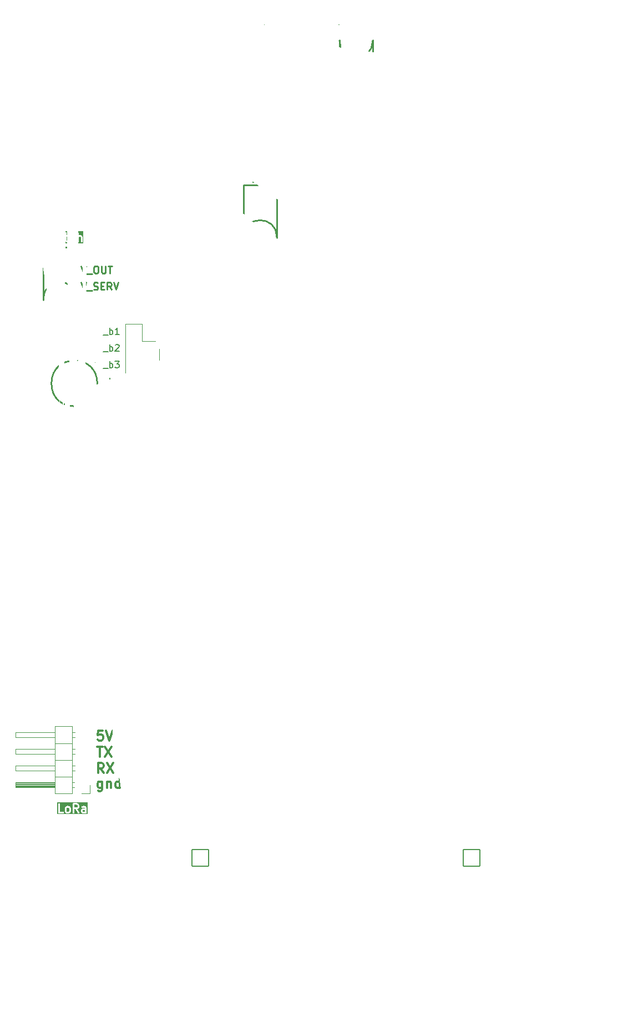
<source format=gbr>
%TF.GenerationSoftware,KiCad,Pcbnew,9.0.0*%
%TF.CreationDate,2025-05-06T23:45:37+04:00*%
%TF.ProjectId,Ebay,45626179-2e6b-4696-9361-645f70636258,rev?*%
%TF.SameCoordinates,Original*%
%TF.FileFunction,Legend,Top*%
%TF.FilePolarity,Positive*%
%FSLAX46Y46*%
G04 Gerber Fmt 4.6, Leading zero omitted, Abs format (unit mm)*
G04 Created by KiCad (PCBNEW 9.0.0) date 2025-05-06 23:45:37*
%MOMM*%
%LPD*%
G01*
G04 APERTURE LIST*
G04 Aperture macros list*
%AMRoundRect*
0 Rectangle with rounded corners*
0 $1 Rounding radius*
0 $2 $3 $4 $5 $6 $7 $8 $9 X,Y pos of 4 corners*
0 Add a 4 corners polygon primitive as box body*
4,1,4,$2,$3,$4,$5,$6,$7,$8,$9,$2,$3,0*
0 Add four circle primitives for the rounded corners*
1,1,$1+$1,$2,$3*
1,1,$1+$1,$4,$5*
1,1,$1+$1,$6,$7*
1,1,$1+$1,$8,$9*
0 Add four rect primitives between the rounded corners*
20,1,$1+$1,$2,$3,$4,$5,0*
20,1,$1+$1,$4,$5,$6,$7,0*
20,1,$1+$1,$6,$7,$8,$9,0*
20,1,$1+$1,$8,$9,$2,$3,0*%
%AMFreePoly0*
4,1,110,-1.468199,1.094590,-1.386563,1.088926,-1.305055,1.081179,-1.223800,1.071349,-1.142824,1.059462,-1.062154,1.045491,-0.981890,1.029464,-0.902057,1.011405,-0.822708,0.991288,-0.743917,0.969139,-0.665685,0.945009,-0.588113,0.918872,-0.511252,0.890780,-0.435103,0.860706,-0.359766,0.828702,-0.285268,0.794768,-0.211684,0.758954,-0.139014,0.721285,-0.067336,0.681737,0.003302,0.640386,
0.072873,0.597257,0.141300,0.552350,0.208560,0.505690,0.274625,0.457353,0.339395,0.407315,0.402896,0.355652,0.465050,0.302388,0.525806,0.247549,0.585141,0.191161,0.643028,0.133274,0.699416,0.073940,0.754255,0.013183,0.807518,-0.048971,0.859182,-0.112471,0.909220,-0.177242,0.957557,-0.243307,1.004216,-0.310566,1.049124,-0.378994,1.092253,-0.448565,1.133604,-0.519202,
1.173152,-0.590881,1.210820,-0.663551,1.246634,-0.737135,1.280569,-0.811633,1.312573,-0.886970,1.342647,-0.963119,1.370739,-1.039980,1.396876,-1.117551,1.421006,-1.195784,1.443155,-1.274575,1.463272,-1.353924,1.481331,-1.433757,1.497358,-1.514021,1.511328,-1.594691,1.523216,-1.675667,1.533045,-1.756922,1.540792,-1.838430,1.546457,-1.920066,1.550013,-2.001854,0.550013,-2.001854,
0.545949,-1.934061,0.539776,-1.866421,0.531547,-1.799009,0.521234,-1.731877,0.508839,-1.665100,0.494412,-1.598755,0.477927,-1.532868,0.459411,-1.467513,0.438887,-1.402769,0.416383,-1.338710,0.391923,-1.275362,0.365507,-1.212776,0.337160,-1.151054,0.306934,-1.090246,0.274854,-1.030378,0.240919,-0.971552,0.205207,-0.913792,0.167717,-0.857150,0.128499,-0.801702,0.087579,-0.747498,
0.045034,-0.694590,0.000838,-0.643002,-0.044907,-0.592812,-0.092177,-0.544044,-0.140945,-0.496774,-0.191135,-0.451029,-0.242723,-0.406833,-0.295631,-0.364288,-0.349835,-0.323368,-0.405283,-0.284150,-0.461925,-0.246660,-0.519685,-0.210947,-0.578512,-0.177013,-0.638379,-0.144933,-0.699187,-0.114707,-0.760909,-0.086360,-0.823495,-0.059944,-0.886843,-0.035484,-0.950902,-0.012979,-1.015646,0.007544,
-1.081001,0.026060,-1.146888,0.042545,-1.213233,0.056972,-1.280010,0.069368,-1.347142,0.079680,-1.414554,0.087910,-1.482195,0.094082,-1.549987,0.098146,-1.549987,1.098146,-1.468199,1.094590,-1.468199,1.094590,$1*%
%AMFreePoly1*
4,1,110,2.001854,0.550013,1.934061,0.545949,1.866421,0.539776,1.799009,0.531547,1.731877,0.521234,1.665100,0.508839,1.598755,0.494412,1.532868,0.477927,1.467513,0.459411,1.402769,0.438887,1.338710,0.416383,1.275362,0.391923,1.212776,0.365507,1.151054,0.337160,1.090246,0.306934,1.030378,0.274854,0.971552,0.240919,0.913792,0.205207,0.857150,0.167717,0.801702,0.128499,
0.747498,0.087579,0.694590,0.045034,0.643002,0.000838,0.592812,-0.044907,0.544044,-0.092177,0.496774,-0.140945,0.451029,-0.191135,0.406833,-0.242723,0.364288,-0.295631,0.323368,-0.349835,0.284150,-0.405283,0.246660,-0.461925,0.210947,-0.519685,0.177013,-0.578512,0.144933,-0.638379,0.114707,-0.699187,0.086360,-0.760909,0.059944,-0.823495,0.035484,-0.886843,0.012979,-0.950902,
-0.007544,-1.015646,-0.026060,-1.081001,-0.042545,-1.146888,-0.056972,-1.213233,-0.069368,-1.280010,-0.079680,-1.347142,-0.087910,-1.414554,-0.094082,-1.482195,-0.098146,-1.549987,-1.098146,-1.549987,-1.094590,-1.468199,-1.088926,-1.386563,-1.081179,-1.305055,-1.071349,-1.223800,-1.059462,-1.142824,-1.045491,-1.062154,-1.029464,-0.981890,-1.011405,-0.902057,-0.991288,-0.822708,-0.969139,-0.743917,
-0.945009,-0.665685,-0.918872,-0.588113,-0.890780,-0.511252,-0.860706,-0.435103,-0.828702,-0.359766,-0.794768,-0.285268,-0.758954,-0.211684,-0.721285,-0.139014,-0.681737,-0.067336,-0.640386,0.003302,-0.597257,0.072873,-0.552350,0.141300,-0.505690,0.208560,-0.457353,0.274625,-0.407315,0.339395,-0.355652,0.402896,-0.302388,0.465050,-0.247549,0.525806,-0.191161,0.585141,-0.133274,0.643028,
-0.073940,0.699416,-0.013183,0.754255,0.048971,0.807518,0.112471,0.859182,0.177242,0.909220,0.243307,0.957557,0.310566,1.004216,0.378994,1.049124,0.448565,1.092253,0.519202,1.133604,0.590881,1.173152,0.663551,1.210820,0.737135,1.246634,0.811633,1.280569,0.886970,1.312573,0.963119,1.342647,1.039980,1.370739,1.117551,1.396876,1.195784,1.421006,1.274575,1.443155,
1.353924,1.463272,1.433757,1.481331,1.514021,1.497358,1.594691,1.511328,1.675667,1.523216,1.756922,1.533045,1.838430,1.540792,1.920066,1.546457,2.001854,1.550013,2.001854,0.550013,2.001854,0.550013,$1*%
%AMFreePoly2*
4,1,110,-0.545949,1.934061,-0.539776,1.866421,-0.531547,1.799009,-0.521234,1.731877,-0.508839,1.665100,-0.494412,1.598755,-0.477927,1.532893,-0.459411,1.467513,-0.438887,1.402769,-0.416383,1.338710,-0.391923,1.275362,-0.365507,1.212776,-0.337160,1.151054,-0.306934,1.090246,-0.274854,1.030378,-0.240919,0.971552,-0.205207,0.913792,-0.167717,0.857150,-0.128499,0.801702,-0.087579,0.747498,
-0.045034,0.694590,-0.000838,0.643002,0.044907,0.592837,0.092177,0.544044,0.140970,0.496774,0.191135,0.451029,0.242723,0.406833,0.295631,0.364288,0.349835,0.323368,0.405283,0.284150,0.461925,0.246660,0.519685,0.210947,0.578512,0.177013,0.638379,0.144933,0.699187,0.114707,0.760909,0.086360,0.823495,0.059944,0.886843,0.035484,0.950902,0.012979,1.015646,-0.007544,
1.081026,-0.026060,1.146888,-0.042545,1.213233,-0.056972,1.280010,-0.069368,1.347142,-0.079680,1.414554,-0.087910,1.482195,-0.094082,1.549987,-0.098146,1.549987,-1.098146,1.468199,-1.094590,1.386563,-1.088926,1.305055,-1.081179,1.223800,-1.071374,1.142824,-1.059462,1.062154,-1.045491,0.981890,-1.029464,0.902057,-1.011405,0.822708,-0.991288,0.743917,-0.969139,0.665685,-0.945009,
0.588113,-0.918872,0.511252,-0.890780,0.435103,-0.860706,0.359766,-0.828702,0.285243,-0.794768,0.211684,-0.758954,0.139014,-0.721285,0.067336,-0.681737,-0.003302,-0.640386,-0.072873,-0.597257,-0.141300,-0.552350,-0.208560,-0.505690,-0.274625,-0.457353,-0.339395,-0.407315,-0.402896,-0.355652,-0.465050,-0.302388,-0.525806,-0.247549,-0.585141,-0.191161,-0.643028,-0.133274,-0.699416,-0.073940,
-0.754255,-0.013183,-0.807518,0.048971,-0.859182,0.112471,-0.909220,0.177242,-0.957557,0.243307,-1.004216,0.310566,-1.049124,0.378994,-1.092253,0.448565,-1.133604,0.519202,-1.173152,0.590881,-1.210820,0.663551,-1.246634,0.737109,-1.280569,0.811633,-1.312573,0.886970,-1.342647,0.963119,-1.370739,1.039980,-1.396876,1.117551,-1.421006,1.195784,-1.443155,1.274575,-1.463272,1.353924,
-1.481331,1.433757,-1.497358,1.514021,-1.511328,1.594691,-1.523241,1.675667,-1.533045,1.756922,-1.540792,1.838430,-1.546457,1.920066,-1.550013,2.001854,-0.550013,2.001854,-0.545949,1.934061,-0.545949,1.934061,$1*%
%AMFreePoly3*
4,1,110,1.094590,1.468199,1.088926,1.386563,1.081179,1.305055,1.071374,1.223800,1.059462,1.142824,1.045491,1.062154,1.029464,0.981890,1.011405,0.902057,0.991288,0.822708,0.969139,0.743917,0.945009,0.665685,0.918872,0.588113,0.890780,0.511252,0.860706,0.435103,0.828702,0.359766,0.794768,0.285243,0.758954,0.211684,0.721285,0.139014,0.681737,0.067336,0.640386,-0.003302,
0.597257,-0.072873,0.552350,-0.141300,0.505690,-0.208560,0.457353,-0.274625,0.407315,-0.339395,0.355652,-0.402896,0.302388,-0.465050,0.247549,-0.525806,0.191161,-0.585141,0.133274,-0.643028,0.073940,-0.699416,0.013183,-0.754255,-0.048971,-0.807518,-0.112471,-0.859182,-0.177242,-0.909220,-0.243307,-0.957557,-0.310566,-1.004216,-0.378994,-1.049124,-0.448565,-1.092253,-0.519202,-1.133604,
-0.590881,-1.173152,-0.663551,-1.210820,-0.737109,-1.246634,-0.811633,-1.280569,-0.886970,-1.312573,-0.963119,-1.342647,-1.039980,-1.370739,-1.117551,-1.396876,-1.195784,-1.421006,-1.274575,-1.443155,-1.353924,-1.463272,-1.433757,-1.481331,-1.514021,-1.497358,-1.594691,-1.511328,-1.675667,-1.523241,-1.756922,-1.533045,-1.838430,-1.540792,-1.920066,-1.546457,-2.001854,-1.550013,-2.001854,-0.550013,
-1.934061,-0.545949,-1.866421,-0.539776,-1.799009,-0.531547,-1.731877,-0.521234,-1.665100,-0.508839,-1.598755,-0.494412,-1.532893,-0.477927,-1.467513,-0.459411,-1.402769,-0.438887,-1.338710,-0.416383,-1.275362,-0.391923,-1.212776,-0.365507,-1.151054,-0.337160,-1.090246,-0.306934,-1.030378,-0.274854,-0.971552,-0.240919,-0.913792,-0.205207,-0.857150,-0.167717,-0.801702,-0.128499,-0.747498,-0.087579,
-0.694590,-0.045034,-0.643002,-0.000838,-0.592837,0.044907,-0.544044,0.092177,-0.496774,0.140970,-0.451029,0.191135,-0.406833,0.242723,-0.364288,0.295631,-0.323368,0.349835,-0.284150,0.405283,-0.246660,0.461925,-0.210947,0.519685,-0.177013,0.578512,-0.144933,0.638379,-0.114707,0.699187,-0.086360,0.760909,-0.059944,0.823495,-0.035484,0.886843,-0.012979,0.950902,0.007544,1.015646,
0.026060,1.081026,0.042545,1.146888,0.056972,1.213233,0.069368,1.280010,0.079680,1.347142,0.087910,1.414554,0.094082,1.482195,0.098146,1.549987,1.098146,1.549987,1.094590,1.468199,1.094590,1.468199,$1*%
G04 Aperture macros list end*
%ADD10C,0.153000*%
%ADD11C,0.300000*%
%ADD12C,0.260000*%
%ADD13C,0.220000*%
%ADD14C,0.240000*%
%ADD15C,0.000000*%
%ADD16C,0.059995*%
%ADD17C,0.254001*%
%ADD18C,0.120000*%
%ADD19FreePoly0,0.000000*%
%ADD20FreePoly1,0.000000*%
%ADD21FreePoly2,0.000000*%
%ADD22FreePoly3,0.000000*%
%ADD23C,4.300025*%
%ADD24R,1.800000X3.900000*%
%ADD25R,1.300000X4.500000*%
%ADD26O,1.700000X1.700000*%
%ADD27R,1.700000X1.700000*%
%ADD28C,3.800000*%
%ADD29C,0.800000*%
%ADD30C,6.400000*%
%ADD31C,1.712000*%
%ADD32RoundRect,0.102000X1.275000X1.275000X-1.275000X1.275000X-1.275000X-1.275000X1.275000X-1.275000X0*%
%ADD33C,2.754000*%
%ADD34C,0.600000*%
%ADD35R,0.275006X1.250013*%
%ADD36O,1.000000X1.600000*%
%ADD37C,1.800000*%
%ADD38C,2.500000*%
G04 APERTURE END LIST*
D10*
X122802200Y-94969663D02*
X122802200Y-93969663D01*
X122802200Y-94445853D02*
X123373628Y-94445853D01*
X123373628Y-94969663D02*
X123373628Y-93969663D01*
X123611724Y-95064901D02*
X124373628Y-95064901D01*
X124611724Y-94302996D02*
X124611724Y-95302996D01*
X124611724Y-94350615D02*
X124706962Y-94302996D01*
X124706962Y-94302996D02*
X124897438Y-94302996D01*
X124897438Y-94302996D02*
X124992676Y-94350615D01*
X124992676Y-94350615D02*
X125040295Y-94398234D01*
X125040295Y-94398234D02*
X125087914Y-94493472D01*
X125087914Y-94493472D02*
X125087914Y-94779186D01*
X125087914Y-94779186D02*
X125040295Y-94874424D01*
X125040295Y-94874424D02*
X124992676Y-94922044D01*
X124992676Y-94922044D02*
X124897438Y-94969663D01*
X124897438Y-94969663D02*
X124706962Y-94969663D01*
X124706962Y-94969663D02*
X124611724Y-94922044D01*
X125421248Y-94302996D02*
X125611724Y-94969663D01*
X125611724Y-94969663D02*
X125802200Y-94493472D01*
X125802200Y-94493472D02*
X125992676Y-94969663D01*
X125992676Y-94969663D02*
X126183152Y-94302996D01*
X126564105Y-94969663D02*
X126564105Y-94302996D01*
X126564105Y-94398234D02*
X126611724Y-94350615D01*
X126611724Y-94350615D02*
X126706962Y-94302996D01*
X126706962Y-94302996D02*
X126849819Y-94302996D01*
X126849819Y-94302996D02*
X126945057Y-94350615D01*
X126945057Y-94350615D02*
X126992676Y-94445853D01*
X126992676Y-94445853D02*
X126992676Y-94969663D01*
X126992676Y-94445853D02*
X127040295Y-94350615D01*
X127040295Y-94350615D02*
X127135533Y-94302996D01*
X127135533Y-94302996D02*
X127278390Y-94302996D01*
X127278390Y-94302996D02*
X127373629Y-94350615D01*
X127373629Y-94350615D02*
X127421248Y-94445853D01*
X127421248Y-94445853D02*
X127421248Y-94969663D01*
X122087913Y-81552996D02*
X122087913Y-82552996D01*
X122087913Y-81600615D02*
X122183151Y-81552996D01*
X122183151Y-81552996D02*
X122373627Y-81552996D01*
X122373627Y-81552996D02*
X122468865Y-81600615D01*
X122468865Y-81600615D02*
X122516484Y-81648234D01*
X122516484Y-81648234D02*
X122564103Y-81743472D01*
X122564103Y-81743472D02*
X122564103Y-82029186D01*
X122564103Y-82029186D02*
X122516484Y-82124424D01*
X122516484Y-82124424D02*
X122468865Y-82172044D01*
X122468865Y-82172044D02*
X122373627Y-82219663D01*
X122373627Y-82219663D02*
X122183151Y-82219663D01*
X122183151Y-82219663D02*
X122087913Y-82172044D01*
X122897437Y-81552996D02*
X123135532Y-82219663D01*
X123373627Y-81552996D02*
X123135532Y-82219663D01*
X123135532Y-82219663D02*
X123040294Y-82457758D01*
X123040294Y-82457758D02*
X122992675Y-82505377D01*
X122992675Y-82505377D02*
X122897437Y-82552996D01*
X123754580Y-82219663D02*
X123754580Y-81552996D01*
X123754580Y-81743472D02*
X123802199Y-81648234D01*
X123802199Y-81648234D02*
X123849818Y-81600615D01*
X123849818Y-81600615D02*
X123945056Y-81552996D01*
X123945056Y-81552996D02*
X124040294Y-81552996D01*
X124516485Y-82219663D02*
X124421247Y-82172044D01*
X124421247Y-82172044D02*
X124373628Y-82124424D01*
X124373628Y-82124424D02*
X124326009Y-82029186D01*
X124326009Y-82029186D02*
X124326009Y-81743472D01*
X124326009Y-81743472D02*
X124373628Y-81648234D01*
X124373628Y-81648234D02*
X124421247Y-81600615D01*
X124421247Y-81600615D02*
X124516485Y-81552996D01*
X124516485Y-81552996D02*
X124659342Y-81552996D01*
X124659342Y-81552996D02*
X124754580Y-81600615D01*
X124754580Y-81600615D02*
X124802199Y-81648234D01*
X124802199Y-81648234D02*
X124849818Y-81743472D01*
X124849818Y-81743472D02*
X124849818Y-82029186D01*
X124849818Y-82029186D02*
X124802199Y-82124424D01*
X124802199Y-82124424D02*
X124754580Y-82172044D01*
X124754580Y-82172044D02*
X124659342Y-82219663D01*
X124659342Y-82219663D02*
X124516485Y-82219663D01*
X125040295Y-82314901D02*
X125802199Y-82314901D01*
X126040295Y-82219663D02*
X126040295Y-81219663D01*
X126040295Y-81600615D02*
X126135533Y-81552996D01*
X126135533Y-81552996D02*
X126326009Y-81552996D01*
X126326009Y-81552996D02*
X126421247Y-81600615D01*
X126421247Y-81600615D02*
X126468866Y-81648234D01*
X126468866Y-81648234D02*
X126516485Y-81743472D01*
X126516485Y-81743472D02*
X126516485Y-82029186D01*
X126516485Y-82029186D02*
X126468866Y-82124424D01*
X126468866Y-82124424D02*
X126421247Y-82172044D01*
X126421247Y-82172044D02*
X126326009Y-82219663D01*
X126326009Y-82219663D02*
X126135533Y-82219663D01*
X126135533Y-82219663D02*
X126040295Y-82172044D01*
X126897438Y-81314901D02*
X126945057Y-81267282D01*
X126945057Y-81267282D02*
X127040295Y-81219663D01*
X127040295Y-81219663D02*
X127278390Y-81219663D01*
X127278390Y-81219663D02*
X127373628Y-81267282D01*
X127373628Y-81267282D02*
X127421247Y-81314901D01*
X127421247Y-81314901D02*
X127468866Y-81410139D01*
X127468866Y-81410139D02*
X127468866Y-81505377D01*
X127468866Y-81505377D02*
X127421247Y-81648234D01*
X127421247Y-81648234D02*
X126849819Y-82219663D01*
X126849819Y-82219663D02*
X127468866Y-82219663D01*
X123373628Y-102619663D02*
X123373628Y-101619663D01*
X123373628Y-101619663D02*
X123754580Y-101619663D01*
X123754580Y-101619663D02*
X123849818Y-101667282D01*
X123849818Y-101667282D02*
X123897437Y-101714901D01*
X123897437Y-101714901D02*
X123945056Y-101810139D01*
X123945056Y-101810139D02*
X123945056Y-101952996D01*
X123945056Y-101952996D02*
X123897437Y-102048234D01*
X123897437Y-102048234D02*
X123849818Y-102095853D01*
X123849818Y-102095853D02*
X123754580Y-102143472D01*
X123754580Y-102143472D02*
X123373628Y-102143472D01*
X124135533Y-102714901D02*
X124897437Y-102714901D01*
X125087914Y-102572044D02*
X125230771Y-102619663D01*
X125230771Y-102619663D02*
X125468866Y-102619663D01*
X125468866Y-102619663D02*
X125564104Y-102572044D01*
X125564104Y-102572044D02*
X125611723Y-102524424D01*
X125611723Y-102524424D02*
X125659342Y-102429186D01*
X125659342Y-102429186D02*
X125659342Y-102333948D01*
X125659342Y-102333948D02*
X125611723Y-102238710D01*
X125611723Y-102238710D02*
X125564104Y-102191091D01*
X125564104Y-102191091D02*
X125468866Y-102143472D01*
X125468866Y-102143472D02*
X125278390Y-102095853D01*
X125278390Y-102095853D02*
X125183152Y-102048234D01*
X125183152Y-102048234D02*
X125135533Y-102000615D01*
X125135533Y-102000615D02*
X125087914Y-101905377D01*
X125087914Y-101905377D02*
X125087914Y-101810139D01*
X125087914Y-101810139D02*
X125135533Y-101714901D01*
X125135533Y-101714901D02*
X125183152Y-101667282D01*
X125183152Y-101667282D02*
X125278390Y-101619663D01*
X125278390Y-101619663D02*
X125516485Y-101619663D01*
X125516485Y-101619663D02*
X125659342Y-101667282D01*
X126659342Y-102524424D02*
X126611723Y-102572044D01*
X126611723Y-102572044D02*
X126468866Y-102619663D01*
X126468866Y-102619663D02*
X126373628Y-102619663D01*
X126373628Y-102619663D02*
X126230771Y-102572044D01*
X126230771Y-102572044D02*
X126135533Y-102476805D01*
X126135533Y-102476805D02*
X126087914Y-102381567D01*
X126087914Y-102381567D02*
X126040295Y-102191091D01*
X126040295Y-102191091D02*
X126040295Y-102048234D01*
X126040295Y-102048234D02*
X126087914Y-101857758D01*
X126087914Y-101857758D02*
X126135533Y-101762520D01*
X126135533Y-101762520D02*
X126230771Y-101667282D01*
X126230771Y-101667282D02*
X126373628Y-101619663D01*
X126373628Y-101619663D02*
X126468866Y-101619663D01*
X126468866Y-101619663D02*
X126611723Y-101667282D01*
X126611723Y-101667282D02*
X126659342Y-101714901D01*
X127564104Y-102619663D02*
X127087914Y-102619663D01*
X127087914Y-102619663D02*
X127087914Y-101619663D01*
X121897438Y-97519663D02*
X121897438Y-96519663D01*
X121897438Y-96519663D02*
X122278390Y-96519663D01*
X122278390Y-96519663D02*
X122373628Y-96567282D01*
X122373628Y-96567282D02*
X122421247Y-96614901D01*
X122421247Y-96614901D02*
X122468866Y-96710139D01*
X122468866Y-96710139D02*
X122468866Y-96852996D01*
X122468866Y-96852996D02*
X122421247Y-96948234D01*
X122421247Y-96948234D02*
X122373628Y-96995853D01*
X122373628Y-96995853D02*
X122278390Y-97043472D01*
X122278390Y-97043472D02*
X121897438Y-97043472D01*
X122659343Y-97614901D02*
X123421247Y-97614901D01*
X123659343Y-96852996D02*
X123659343Y-97852996D01*
X123659343Y-96900615D02*
X123754581Y-96852996D01*
X123754581Y-96852996D02*
X123945057Y-96852996D01*
X123945057Y-96852996D02*
X124040295Y-96900615D01*
X124040295Y-96900615D02*
X124087914Y-96948234D01*
X124087914Y-96948234D02*
X124135533Y-97043472D01*
X124135533Y-97043472D02*
X124135533Y-97329186D01*
X124135533Y-97329186D02*
X124087914Y-97424424D01*
X124087914Y-97424424D02*
X124040295Y-97472044D01*
X124040295Y-97472044D02*
X123945057Y-97519663D01*
X123945057Y-97519663D02*
X123754581Y-97519663D01*
X123754581Y-97519663D02*
X123659343Y-97472044D01*
X124468867Y-96852996D02*
X124659343Y-97519663D01*
X124659343Y-97519663D02*
X124849819Y-97043472D01*
X124849819Y-97043472D02*
X125040295Y-97519663D01*
X125040295Y-97519663D02*
X125230771Y-96852996D01*
X125611724Y-97519663D02*
X125611724Y-96852996D01*
X125611724Y-96948234D02*
X125659343Y-96900615D01*
X125659343Y-96900615D02*
X125754581Y-96852996D01*
X125754581Y-96852996D02*
X125897438Y-96852996D01*
X125897438Y-96852996D02*
X125992676Y-96900615D01*
X125992676Y-96900615D02*
X126040295Y-96995853D01*
X126040295Y-96995853D02*
X126040295Y-97519663D01*
X126040295Y-96995853D02*
X126087914Y-96900615D01*
X126087914Y-96900615D02*
X126183152Y-96852996D01*
X126183152Y-96852996D02*
X126326009Y-96852996D01*
X126326009Y-96852996D02*
X126421248Y-96900615D01*
X126421248Y-96900615D02*
X126468867Y-96995853D01*
X126468867Y-96995853D02*
X126468867Y-97519663D01*
X126897438Y-96614901D02*
X126945057Y-96567282D01*
X126945057Y-96567282D02*
X127040295Y-96519663D01*
X127040295Y-96519663D02*
X127278390Y-96519663D01*
X127278390Y-96519663D02*
X127373628Y-96567282D01*
X127373628Y-96567282D02*
X127421247Y-96614901D01*
X127421247Y-96614901D02*
X127468866Y-96710139D01*
X127468866Y-96710139D02*
X127468866Y-96805377D01*
X127468866Y-96805377D02*
X127421247Y-96948234D01*
X127421247Y-96948234D02*
X126849819Y-97519663D01*
X126849819Y-97519663D02*
X127468866Y-97519663D01*
X122087913Y-79002996D02*
X122087913Y-80002996D01*
X122087913Y-79050615D02*
X122183151Y-79002996D01*
X122183151Y-79002996D02*
X122373627Y-79002996D01*
X122373627Y-79002996D02*
X122468865Y-79050615D01*
X122468865Y-79050615D02*
X122516484Y-79098234D01*
X122516484Y-79098234D02*
X122564103Y-79193472D01*
X122564103Y-79193472D02*
X122564103Y-79479186D01*
X122564103Y-79479186D02*
X122516484Y-79574424D01*
X122516484Y-79574424D02*
X122468865Y-79622044D01*
X122468865Y-79622044D02*
X122373627Y-79669663D01*
X122373627Y-79669663D02*
X122183151Y-79669663D01*
X122183151Y-79669663D02*
X122087913Y-79622044D01*
X122897437Y-79002996D02*
X123135532Y-79669663D01*
X123373627Y-79002996D02*
X123135532Y-79669663D01*
X123135532Y-79669663D02*
X123040294Y-79907758D01*
X123040294Y-79907758D02*
X122992675Y-79955377D01*
X122992675Y-79955377D02*
X122897437Y-80002996D01*
X123754580Y-79669663D02*
X123754580Y-79002996D01*
X123754580Y-79193472D02*
X123802199Y-79098234D01*
X123802199Y-79098234D02*
X123849818Y-79050615D01*
X123849818Y-79050615D02*
X123945056Y-79002996D01*
X123945056Y-79002996D02*
X124040294Y-79002996D01*
X124516485Y-79669663D02*
X124421247Y-79622044D01*
X124421247Y-79622044D02*
X124373628Y-79574424D01*
X124373628Y-79574424D02*
X124326009Y-79479186D01*
X124326009Y-79479186D02*
X124326009Y-79193472D01*
X124326009Y-79193472D02*
X124373628Y-79098234D01*
X124373628Y-79098234D02*
X124421247Y-79050615D01*
X124421247Y-79050615D02*
X124516485Y-79002996D01*
X124516485Y-79002996D02*
X124659342Y-79002996D01*
X124659342Y-79002996D02*
X124754580Y-79050615D01*
X124754580Y-79050615D02*
X124802199Y-79098234D01*
X124802199Y-79098234D02*
X124849818Y-79193472D01*
X124849818Y-79193472D02*
X124849818Y-79479186D01*
X124849818Y-79479186D02*
X124802199Y-79574424D01*
X124802199Y-79574424D02*
X124754580Y-79622044D01*
X124754580Y-79622044D02*
X124659342Y-79669663D01*
X124659342Y-79669663D02*
X124516485Y-79669663D01*
X125040295Y-79764901D02*
X125802199Y-79764901D01*
X126040295Y-79669663D02*
X126040295Y-78669663D01*
X126040295Y-79050615D02*
X126135533Y-79002996D01*
X126135533Y-79002996D02*
X126326009Y-79002996D01*
X126326009Y-79002996D02*
X126421247Y-79050615D01*
X126421247Y-79050615D02*
X126468866Y-79098234D01*
X126468866Y-79098234D02*
X126516485Y-79193472D01*
X126516485Y-79193472D02*
X126516485Y-79479186D01*
X126516485Y-79479186D02*
X126468866Y-79574424D01*
X126468866Y-79574424D02*
X126421247Y-79622044D01*
X126421247Y-79622044D02*
X126326009Y-79669663D01*
X126326009Y-79669663D02*
X126135533Y-79669663D01*
X126135533Y-79669663D02*
X126040295Y-79622044D01*
X127468866Y-79669663D02*
X126897438Y-79669663D01*
X127183152Y-79669663D02*
X127183152Y-78669663D01*
X127183152Y-78669663D02*
X127087914Y-78812520D01*
X127087914Y-78812520D02*
X126992676Y-78907758D01*
X126992676Y-78907758D02*
X126897438Y-78955377D01*
X122087913Y-84102996D02*
X122087913Y-85102996D01*
X122087913Y-84150615D02*
X122183151Y-84102996D01*
X122183151Y-84102996D02*
X122373627Y-84102996D01*
X122373627Y-84102996D02*
X122468865Y-84150615D01*
X122468865Y-84150615D02*
X122516484Y-84198234D01*
X122516484Y-84198234D02*
X122564103Y-84293472D01*
X122564103Y-84293472D02*
X122564103Y-84579186D01*
X122564103Y-84579186D02*
X122516484Y-84674424D01*
X122516484Y-84674424D02*
X122468865Y-84722044D01*
X122468865Y-84722044D02*
X122373627Y-84769663D01*
X122373627Y-84769663D02*
X122183151Y-84769663D01*
X122183151Y-84769663D02*
X122087913Y-84722044D01*
X122897437Y-84102996D02*
X123135532Y-84769663D01*
X123373627Y-84102996D02*
X123135532Y-84769663D01*
X123135532Y-84769663D02*
X123040294Y-85007758D01*
X123040294Y-85007758D02*
X122992675Y-85055377D01*
X122992675Y-85055377D02*
X122897437Y-85102996D01*
X123754580Y-84769663D02*
X123754580Y-84102996D01*
X123754580Y-84293472D02*
X123802199Y-84198234D01*
X123802199Y-84198234D02*
X123849818Y-84150615D01*
X123849818Y-84150615D02*
X123945056Y-84102996D01*
X123945056Y-84102996D02*
X124040294Y-84102996D01*
X124516485Y-84769663D02*
X124421247Y-84722044D01*
X124421247Y-84722044D02*
X124373628Y-84674424D01*
X124373628Y-84674424D02*
X124326009Y-84579186D01*
X124326009Y-84579186D02*
X124326009Y-84293472D01*
X124326009Y-84293472D02*
X124373628Y-84198234D01*
X124373628Y-84198234D02*
X124421247Y-84150615D01*
X124421247Y-84150615D02*
X124516485Y-84102996D01*
X124516485Y-84102996D02*
X124659342Y-84102996D01*
X124659342Y-84102996D02*
X124754580Y-84150615D01*
X124754580Y-84150615D02*
X124802199Y-84198234D01*
X124802199Y-84198234D02*
X124849818Y-84293472D01*
X124849818Y-84293472D02*
X124849818Y-84579186D01*
X124849818Y-84579186D02*
X124802199Y-84674424D01*
X124802199Y-84674424D02*
X124754580Y-84722044D01*
X124754580Y-84722044D02*
X124659342Y-84769663D01*
X124659342Y-84769663D02*
X124516485Y-84769663D01*
X125040295Y-84864901D02*
X125802199Y-84864901D01*
X126040295Y-84769663D02*
X126040295Y-83769663D01*
X126040295Y-84150615D02*
X126135533Y-84102996D01*
X126135533Y-84102996D02*
X126326009Y-84102996D01*
X126326009Y-84102996D02*
X126421247Y-84150615D01*
X126421247Y-84150615D02*
X126468866Y-84198234D01*
X126468866Y-84198234D02*
X126516485Y-84293472D01*
X126516485Y-84293472D02*
X126516485Y-84579186D01*
X126516485Y-84579186D02*
X126468866Y-84674424D01*
X126468866Y-84674424D02*
X126421247Y-84722044D01*
X126421247Y-84722044D02*
X126326009Y-84769663D01*
X126326009Y-84769663D02*
X126135533Y-84769663D01*
X126135533Y-84769663D02*
X126040295Y-84722044D01*
X126849819Y-83769663D02*
X127468866Y-83769663D01*
X127468866Y-83769663D02*
X127135533Y-84150615D01*
X127135533Y-84150615D02*
X127278390Y-84150615D01*
X127278390Y-84150615D02*
X127373628Y-84198234D01*
X127373628Y-84198234D02*
X127421247Y-84245853D01*
X127421247Y-84245853D02*
X127468866Y-84341091D01*
X127468866Y-84341091D02*
X127468866Y-84579186D01*
X127468866Y-84579186D02*
X127421247Y-84674424D01*
X127421247Y-84674424D02*
X127373628Y-84722044D01*
X127373628Y-84722044D02*
X127278390Y-84769663D01*
X127278390Y-84769663D02*
X126992676Y-84769663D01*
X126992676Y-84769663D02*
X126897438Y-84722044D01*
X126897438Y-84722044D02*
X126849819Y-84674424D01*
X122087913Y-86652996D02*
X122087913Y-87652996D01*
X122087913Y-86700615D02*
X122183151Y-86652996D01*
X122183151Y-86652996D02*
X122373627Y-86652996D01*
X122373627Y-86652996D02*
X122468865Y-86700615D01*
X122468865Y-86700615D02*
X122516484Y-86748234D01*
X122516484Y-86748234D02*
X122564103Y-86843472D01*
X122564103Y-86843472D02*
X122564103Y-87129186D01*
X122564103Y-87129186D02*
X122516484Y-87224424D01*
X122516484Y-87224424D02*
X122468865Y-87272044D01*
X122468865Y-87272044D02*
X122373627Y-87319663D01*
X122373627Y-87319663D02*
X122183151Y-87319663D01*
X122183151Y-87319663D02*
X122087913Y-87272044D01*
X122897437Y-86652996D02*
X123135532Y-87319663D01*
X123373627Y-86652996D02*
X123135532Y-87319663D01*
X123135532Y-87319663D02*
X123040294Y-87557758D01*
X123040294Y-87557758D02*
X122992675Y-87605377D01*
X122992675Y-87605377D02*
X122897437Y-87652996D01*
X123754580Y-87319663D02*
X123754580Y-86652996D01*
X123754580Y-86843472D02*
X123802199Y-86748234D01*
X123802199Y-86748234D02*
X123849818Y-86700615D01*
X123849818Y-86700615D02*
X123945056Y-86652996D01*
X123945056Y-86652996D02*
X124040294Y-86652996D01*
X124516485Y-87319663D02*
X124421247Y-87272044D01*
X124421247Y-87272044D02*
X124373628Y-87224424D01*
X124373628Y-87224424D02*
X124326009Y-87129186D01*
X124326009Y-87129186D02*
X124326009Y-86843472D01*
X124326009Y-86843472D02*
X124373628Y-86748234D01*
X124373628Y-86748234D02*
X124421247Y-86700615D01*
X124421247Y-86700615D02*
X124516485Y-86652996D01*
X124516485Y-86652996D02*
X124659342Y-86652996D01*
X124659342Y-86652996D02*
X124754580Y-86700615D01*
X124754580Y-86700615D02*
X124802199Y-86748234D01*
X124802199Y-86748234D02*
X124849818Y-86843472D01*
X124849818Y-86843472D02*
X124849818Y-87129186D01*
X124849818Y-87129186D02*
X124802199Y-87224424D01*
X124802199Y-87224424D02*
X124754580Y-87272044D01*
X124754580Y-87272044D02*
X124659342Y-87319663D01*
X124659342Y-87319663D02*
X124516485Y-87319663D01*
X125040295Y-87414901D02*
X125802199Y-87414901D01*
X126040295Y-87319663D02*
X126040295Y-86319663D01*
X126040295Y-86700615D02*
X126135533Y-86652996D01*
X126135533Y-86652996D02*
X126326009Y-86652996D01*
X126326009Y-86652996D02*
X126421247Y-86700615D01*
X126421247Y-86700615D02*
X126468866Y-86748234D01*
X126468866Y-86748234D02*
X126516485Y-86843472D01*
X126516485Y-86843472D02*
X126516485Y-87129186D01*
X126516485Y-87129186D02*
X126468866Y-87224424D01*
X126468866Y-87224424D02*
X126421247Y-87272044D01*
X126421247Y-87272044D02*
X126326009Y-87319663D01*
X126326009Y-87319663D02*
X126135533Y-87319663D01*
X126135533Y-87319663D02*
X126040295Y-87272044D01*
X127373628Y-86652996D02*
X127373628Y-87319663D01*
X127135533Y-86272044D02*
X126897438Y-86986329D01*
X126897438Y-86986329D02*
X127516485Y-86986329D01*
X124326009Y-88869663D02*
X124897437Y-88869663D01*
X124611723Y-89869663D02*
X124611723Y-88869663D01*
X125135533Y-88869663D02*
X125802199Y-89869663D01*
X125802199Y-88869663D02*
X125135533Y-89869663D01*
X125945057Y-89964901D02*
X126706961Y-89964901D01*
X126897438Y-88964901D02*
X126945057Y-88917282D01*
X126945057Y-88917282D02*
X127040295Y-88869663D01*
X127040295Y-88869663D02*
X127278390Y-88869663D01*
X127278390Y-88869663D02*
X127373628Y-88917282D01*
X127373628Y-88917282D02*
X127421247Y-88964901D01*
X127421247Y-88964901D02*
X127468866Y-89060139D01*
X127468866Y-89060139D02*
X127468866Y-89155377D01*
X127468866Y-89155377D02*
X127421247Y-89298234D01*
X127421247Y-89298234D02*
X126849819Y-89869663D01*
X126849819Y-89869663D02*
X127468866Y-89869663D01*
X123326009Y-100069663D02*
X123326009Y-99069663D01*
X123326009Y-99069663D02*
X123706961Y-99069663D01*
X123706961Y-99069663D02*
X123802199Y-99117282D01*
X123802199Y-99117282D02*
X123849818Y-99164901D01*
X123849818Y-99164901D02*
X123897437Y-99260139D01*
X123897437Y-99260139D02*
X123897437Y-99402996D01*
X123897437Y-99402996D02*
X123849818Y-99498234D01*
X123849818Y-99498234D02*
X123802199Y-99545853D01*
X123802199Y-99545853D02*
X123706961Y-99593472D01*
X123706961Y-99593472D02*
X123326009Y-99593472D01*
X124087914Y-100164901D02*
X124849818Y-100164901D01*
X125040295Y-100022044D02*
X125183152Y-100069663D01*
X125183152Y-100069663D02*
X125421247Y-100069663D01*
X125421247Y-100069663D02*
X125516485Y-100022044D01*
X125516485Y-100022044D02*
X125564104Y-99974424D01*
X125564104Y-99974424D02*
X125611723Y-99879186D01*
X125611723Y-99879186D02*
X125611723Y-99783948D01*
X125611723Y-99783948D02*
X125564104Y-99688710D01*
X125564104Y-99688710D02*
X125516485Y-99641091D01*
X125516485Y-99641091D02*
X125421247Y-99593472D01*
X125421247Y-99593472D02*
X125230771Y-99545853D01*
X125230771Y-99545853D02*
X125135533Y-99498234D01*
X125135533Y-99498234D02*
X125087914Y-99450615D01*
X125087914Y-99450615D02*
X125040295Y-99355377D01*
X125040295Y-99355377D02*
X125040295Y-99260139D01*
X125040295Y-99260139D02*
X125087914Y-99164901D01*
X125087914Y-99164901D02*
X125135533Y-99117282D01*
X125135533Y-99117282D02*
X125230771Y-99069663D01*
X125230771Y-99069663D02*
X125468866Y-99069663D01*
X125468866Y-99069663D02*
X125611723Y-99117282D01*
X126040295Y-100069663D02*
X126040295Y-99069663D01*
X126040295Y-99069663D02*
X126278390Y-99069663D01*
X126278390Y-99069663D02*
X126421247Y-99117282D01*
X126421247Y-99117282D02*
X126516485Y-99212520D01*
X126516485Y-99212520D02*
X126564104Y-99307758D01*
X126564104Y-99307758D02*
X126611723Y-99498234D01*
X126611723Y-99498234D02*
X126611723Y-99641091D01*
X126611723Y-99641091D02*
X126564104Y-99831567D01*
X126564104Y-99831567D02*
X126516485Y-99926805D01*
X126516485Y-99926805D02*
X126421247Y-100022044D01*
X126421247Y-100022044D02*
X126278390Y-100069663D01*
X126278390Y-100069663D02*
X126040295Y-100069663D01*
X126992676Y-99783948D02*
X127468866Y-99783948D01*
X126897438Y-100069663D02*
X127230771Y-99069663D01*
X127230771Y-99069663D02*
X127564104Y-100069663D01*
X124802199Y-92419663D02*
X124468866Y-91943472D01*
X124230771Y-92419663D02*
X124230771Y-91419663D01*
X124230771Y-91419663D02*
X124611723Y-91419663D01*
X124611723Y-91419663D02*
X124706961Y-91467282D01*
X124706961Y-91467282D02*
X124754580Y-91514901D01*
X124754580Y-91514901D02*
X124802199Y-91610139D01*
X124802199Y-91610139D02*
X124802199Y-91752996D01*
X124802199Y-91752996D02*
X124754580Y-91848234D01*
X124754580Y-91848234D02*
X124706961Y-91895853D01*
X124706961Y-91895853D02*
X124611723Y-91943472D01*
X124611723Y-91943472D02*
X124230771Y-91943472D01*
X125135533Y-91419663D02*
X125802199Y-92419663D01*
X125802199Y-91419663D02*
X125135533Y-92419663D01*
X125945057Y-92514901D02*
X126706961Y-92514901D01*
X126897438Y-91514901D02*
X126945057Y-91467282D01*
X126945057Y-91467282D02*
X127040295Y-91419663D01*
X127040295Y-91419663D02*
X127278390Y-91419663D01*
X127278390Y-91419663D02*
X127373628Y-91467282D01*
X127373628Y-91467282D02*
X127421247Y-91514901D01*
X127421247Y-91514901D02*
X127468866Y-91610139D01*
X127468866Y-91610139D02*
X127468866Y-91705377D01*
X127468866Y-91705377D02*
X127421247Y-91848234D01*
X127421247Y-91848234D02*
X126849819Y-92419663D01*
X126849819Y-92419663D02*
X127468866Y-92419663D01*
X68852200Y-94969663D02*
X68852200Y-93969663D01*
X68852200Y-94445853D02*
X69423628Y-94445853D01*
X69423628Y-94969663D02*
X69423628Y-93969663D01*
X69661724Y-95064901D02*
X70423628Y-95064901D01*
X70661724Y-94302996D02*
X70661724Y-95302996D01*
X70661724Y-94350615D02*
X70756962Y-94302996D01*
X70756962Y-94302996D02*
X70947438Y-94302996D01*
X70947438Y-94302996D02*
X71042676Y-94350615D01*
X71042676Y-94350615D02*
X71090295Y-94398234D01*
X71090295Y-94398234D02*
X71137914Y-94493472D01*
X71137914Y-94493472D02*
X71137914Y-94779186D01*
X71137914Y-94779186D02*
X71090295Y-94874424D01*
X71090295Y-94874424D02*
X71042676Y-94922044D01*
X71042676Y-94922044D02*
X70947438Y-94969663D01*
X70947438Y-94969663D02*
X70756962Y-94969663D01*
X70756962Y-94969663D02*
X70661724Y-94922044D01*
X71471248Y-94302996D02*
X71661724Y-94969663D01*
X71661724Y-94969663D02*
X71852200Y-94493472D01*
X71852200Y-94493472D02*
X72042676Y-94969663D01*
X72042676Y-94969663D02*
X72233152Y-94302996D01*
X72614105Y-94969663D02*
X72614105Y-94302996D01*
X72614105Y-94398234D02*
X72661724Y-94350615D01*
X72661724Y-94350615D02*
X72756962Y-94302996D01*
X72756962Y-94302996D02*
X72899819Y-94302996D01*
X72899819Y-94302996D02*
X72995057Y-94350615D01*
X72995057Y-94350615D02*
X73042676Y-94445853D01*
X73042676Y-94445853D02*
X73042676Y-94969663D01*
X73042676Y-94445853D02*
X73090295Y-94350615D01*
X73090295Y-94350615D02*
X73185533Y-94302996D01*
X73185533Y-94302996D02*
X73328390Y-94302996D01*
X73328390Y-94302996D02*
X73423629Y-94350615D01*
X73423629Y-94350615D02*
X73471248Y-94445853D01*
X73471248Y-94445853D02*
X73471248Y-94969663D01*
X71090295Y-82314901D02*
X71852199Y-82314901D01*
X72090295Y-82219663D02*
X72090295Y-81219663D01*
X72090295Y-81600615D02*
X72185533Y-81552996D01*
X72185533Y-81552996D02*
X72376009Y-81552996D01*
X72376009Y-81552996D02*
X72471247Y-81600615D01*
X72471247Y-81600615D02*
X72518866Y-81648234D01*
X72518866Y-81648234D02*
X72566485Y-81743472D01*
X72566485Y-81743472D02*
X72566485Y-82029186D01*
X72566485Y-82029186D02*
X72518866Y-82124424D01*
X72518866Y-82124424D02*
X72471247Y-82172044D01*
X72471247Y-82172044D02*
X72376009Y-82219663D01*
X72376009Y-82219663D02*
X72185533Y-82219663D01*
X72185533Y-82219663D02*
X72090295Y-82172044D01*
X72947438Y-81314901D02*
X72995057Y-81267282D01*
X72995057Y-81267282D02*
X73090295Y-81219663D01*
X73090295Y-81219663D02*
X73328390Y-81219663D01*
X73328390Y-81219663D02*
X73423628Y-81267282D01*
X73423628Y-81267282D02*
X73471247Y-81314901D01*
X73471247Y-81314901D02*
X73518866Y-81410139D01*
X73518866Y-81410139D02*
X73518866Y-81505377D01*
X73518866Y-81505377D02*
X73471247Y-81648234D01*
X73471247Y-81648234D02*
X72899819Y-82219663D01*
X72899819Y-82219663D02*
X73518866Y-82219663D01*
X69423628Y-102619663D02*
X69423628Y-101619663D01*
X69423628Y-101619663D02*
X69804580Y-101619663D01*
X69804580Y-101619663D02*
X69899818Y-101667282D01*
X69899818Y-101667282D02*
X69947437Y-101714901D01*
X69947437Y-101714901D02*
X69995056Y-101810139D01*
X69995056Y-101810139D02*
X69995056Y-101952996D01*
X69995056Y-101952996D02*
X69947437Y-102048234D01*
X69947437Y-102048234D02*
X69899818Y-102095853D01*
X69899818Y-102095853D02*
X69804580Y-102143472D01*
X69804580Y-102143472D02*
X69423628Y-102143472D01*
X70185533Y-102714901D02*
X70947437Y-102714901D01*
X71137914Y-102572044D02*
X71280771Y-102619663D01*
X71280771Y-102619663D02*
X71518866Y-102619663D01*
X71518866Y-102619663D02*
X71614104Y-102572044D01*
X71614104Y-102572044D02*
X71661723Y-102524424D01*
X71661723Y-102524424D02*
X71709342Y-102429186D01*
X71709342Y-102429186D02*
X71709342Y-102333948D01*
X71709342Y-102333948D02*
X71661723Y-102238710D01*
X71661723Y-102238710D02*
X71614104Y-102191091D01*
X71614104Y-102191091D02*
X71518866Y-102143472D01*
X71518866Y-102143472D02*
X71328390Y-102095853D01*
X71328390Y-102095853D02*
X71233152Y-102048234D01*
X71233152Y-102048234D02*
X71185533Y-102000615D01*
X71185533Y-102000615D02*
X71137914Y-101905377D01*
X71137914Y-101905377D02*
X71137914Y-101810139D01*
X71137914Y-101810139D02*
X71185533Y-101714901D01*
X71185533Y-101714901D02*
X71233152Y-101667282D01*
X71233152Y-101667282D02*
X71328390Y-101619663D01*
X71328390Y-101619663D02*
X71566485Y-101619663D01*
X71566485Y-101619663D02*
X71709342Y-101667282D01*
X72709342Y-102524424D02*
X72661723Y-102572044D01*
X72661723Y-102572044D02*
X72518866Y-102619663D01*
X72518866Y-102619663D02*
X72423628Y-102619663D01*
X72423628Y-102619663D02*
X72280771Y-102572044D01*
X72280771Y-102572044D02*
X72185533Y-102476805D01*
X72185533Y-102476805D02*
X72137914Y-102381567D01*
X72137914Y-102381567D02*
X72090295Y-102191091D01*
X72090295Y-102191091D02*
X72090295Y-102048234D01*
X72090295Y-102048234D02*
X72137914Y-101857758D01*
X72137914Y-101857758D02*
X72185533Y-101762520D01*
X72185533Y-101762520D02*
X72280771Y-101667282D01*
X72280771Y-101667282D02*
X72423628Y-101619663D01*
X72423628Y-101619663D02*
X72518866Y-101619663D01*
X72518866Y-101619663D02*
X72661723Y-101667282D01*
X72661723Y-101667282D02*
X72709342Y-101714901D01*
X73614104Y-102619663D02*
X73137914Y-102619663D01*
X73137914Y-102619663D02*
X73137914Y-101619663D01*
X67947438Y-97519663D02*
X67947438Y-96519663D01*
X67947438Y-96519663D02*
X68328390Y-96519663D01*
X68328390Y-96519663D02*
X68423628Y-96567282D01*
X68423628Y-96567282D02*
X68471247Y-96614901D01*
X68471247Y-96614901D02*
X68518866Y-96710139D01*
X68518866Y-96710139D02*
X68518866Y-96852996D01*
X68518866Y-96852996D02*
X68471247Y-96948234D01*
X68471247Y-96948234D02*
X68423628Y-96995853D01*
X68423628Y-96995853D02*
X68328390Y-97043472D01*
X68328390Y-97043472D02*
X67947438Y-97043472D01*
X68709343Y-97614901D02*
X69471247Y-97614901D01*
X69709343Y-96852996D02*
X69709343Y-97852996D01*
X69709343Y-96900615D02*
X69804581Y-96852996D01*
X69804581Y-96852996D02*
X69995057Y-96852996D01*
X69995057Y-96852996D02*
X70090295Y-96900615D01*
X70090295Y-96900615D02*
X70137914Y-96948234D01*
X70137914Y-96948234D02*
X70185533Y-97043472D01*
X70185533Y-97043472D02*
X70185533Y-97329186D01*
X70185533Y-97329186D02*
X70137914Y-97424424D01*
X70137914Y-97424424D02*
X70090295Y-97472044D01*
X70090295Y-97472044D02*
X69995057Y-97519663D01*
X69995057Y-97519663D02*
X69804581Y-97519663D01*
X69804581Y-97519663D02*
X69709343Y-97472044D01*
X70518867Y-96852996D02*
X70709343Y-97519663D01*
X70709343Y-97519663D02*
X70899819Y-97043472D01*
X70899819Y-97043472D02*
X71090295Y-97519663D01*
X71090295Y-97519663D02*
X71280771Y-96852996D01*
X71661724Y-97519663D02*
X71661724Y-96852996D01*
X71661724Y-96948234D02*
X71709343Y-96900615D01*
X71709343Y-96900615D02*
X71804581Y-96852996D01*
X71804581Y-96852996D02*
X71947438Y-96852996D01*
X71947438Y-96852996D02*
X72042676Y-96900615D01*
X72042676Y-96900615D02*
X72090295Y-96995853D01*
X72090295Y-96995853D02*
X72090295Y-97519663D01*
X72090295Y-96995853D02*
X72137914Y-96900615D01*
X72137914Y-96900615D02*
X72233152Y-96852996D01*
X72233152Y-96852996D02*
X72376009Y-96852996D01*
X72376009Y-96852996D02*
X72471248Y-96900615D01*
X72471248Y-96900615D02*
X72518867Y-96995853D01*
X72518867Y-96995853D02*
X72518867Y-97519663D01*
X72947438Y-96614901D02*
X72995057Y-96567282D01*
X72995057Y-96567282D02*
X73090295Y-96519663D01*
X73090295Y-96519663D02*
X73328390Y-96519663D01*
X73328390Y-96519663D02*
X73423628Y-96567282D01*
X73423628Y-96567282D02*
X73471247Y-96614901D01*
X73471247Y-96614901D02*
X73518866Y-96710139D01*
X73518866Y-96710139D02*
X73518866Y-96805377D01*
X73518866Y-96805377D02*
X73471247Y-96948234D01*
X73471247Y-96948234D02*
X72899819Y-97519663D01*
X72899819Y-97519663D02*
X73518866Y-97519663D01*
X71090295Y-79764901D02*
X71852199Y-79764901D01*
X72090295Y-79669663D02*
X72090295Y-78669663D01*
X72090295Y-79050615D02*
X72185533Y-79002996D01*
X72185533Y-79002996D02*
X72376009Y-79002996D01*
X72376009Y-79002996D02*
X72471247Y-79050615D01*
X72471247Y-79050615D02*
X72518866Y-79098234D01*
X72518866Y-79098234D02*
X72566485Y-79193472D01*
X72566485Y-79193472D02*
X72566485Y-79479186D01*
X72566485Y-79479186D02*
X72518866Y-79574424D01*
X72518866Y-79574424D02*
X72471247Y-79622044D01*
X72471247Y-79622044D02*
X72376009Y-79669663D01*
X72376009Y-79669663D02*
X72185533Y-79669663D01*
X72185533Y-79669663D02*
X72090295Y-79622044D01*
X73518866Y-79669663D02*
X72947438Y-79669663D01*
X73233152Y-79669663D02*
X73233152Y-78669663D01*
X73233152Y-78669663D02*
X73137914Y-78812520D01*
X73137914Y-78812520D02*
X73042676Y-78907758D01*
X73042676Y-78907758D02*
X72947438Y-78955377D01*
X71090295Y-84864901D02*
X71852199Y-84864901D01*
X72090295Y-84769663D02*
X72090295Y-83769663D01*
X72090295Y-84150615D02*
X72185533Y-84102996D01*
X72185533Y-84102996D02*
X72376009Y-84102996D01*
X72376009Y-84102996D02*
X72471247Y-84150615D01*
X72471247Y-84150615D02*
X72518866Y-84198234D01*
X72518866Y-84198234D02*
X72566485Y-84293472D01*
X72566485Y-84293472D02*
X72566485Y-84579186D01*
X72566485Y-84579186D02*
X72518866Y-84674424D01*
X72518866Y-84674424D02*
X72471247Y-84722044D01*
X72471247Y-84722044D02*
X72376009Y-84769663D01*
X72376009Y-84769663D02*
X72185533Y-84769663D01*
X72185533Y-84769663D02*
X72090295Y-84722044D01*
X72899819Y-83769663D02*
X73518866Y-83769663D01*
X73518866Y-83769663D02*
X73185533Y-84150615D01*
X73185533Y-84150615D02*
X73328390Y-84150615D01*
X73328390Y-84150615D02*
X73423628Y-84198234D01*
X73423628Y-84198234D02*
X73471247Y-84245853D01*
X73471247Y-84245853D02*
X73518866Y-84341091D01*
X73518866Y-84341091D02*
X73518866Y-84579186D01*
X73518866Y-84579186D02*
X73471247Y-84674424D01*
X73471247Y-84674424D02*
X73423628Y-84722044D01*
X73423628Y-84722044D02*
X73328390Y-84769663D01*
X73328390Y-84769663D02*
X73042676Y-84769663D01*
X73042676Y-84769663D02*
X72947438Y-84722044D01*
X72947438Y-84722044D02*
X72899819Y-84674424D01*
X71090295Y-87414901D02*
X71852199Y-87414901D01*
X72090295Y-87319663D02*
X72090295Y-86319663D01*
X72090295Y-86700615D02*
X72185533Y-86652996D01*
X72185533Y-86652996D02*
X72376009Y-86652996D01*
X72376009Y-86652996D02*
X72471247Y-86700615D01*
X72471247Y-86700615D02*
X72518866Y-86748234D01*
X72518866Y-86748234D02*
X72566485Y-86843472D01*
X72566485Y-86843472D02*
X72566485Y-87129186D01*
X72566485Y-87129186D02*
X72518866Y-87224424D01*
X72518866Y-87224424D02*
X72471247Y-87272044D01*
X72471247Y-87272044D02*
X72376009Y-87319663D01*
X72376009Y-87319663D02*
X72185533Y-87319663D01*
X72185533Y-87319663D02*
X72090295Y-87272044D01*
X73423628Y-86652996D02*
X73423628Y-87319663D01*
X73185533Y-86272044D02*
X72947438Y-86986329D01*
X72947438Y-86986329D02*
X73566485Y-86986329D01*
X70376009Y-88869663D02*
X70947437Y-88869663D01*
X70661723Y-89869663D02*
X70661723Y-88869663D01*
X71185533Y-88869663D02*
X71852199Y-89869663D01*
X71852199Y-88869663D02*
X71185533Y-89869663D01*
X71995057Y-89964901D02*
X72756961Y-89964901D01*
X72947438Y-88964901D02*
X72995057Y-88917282D01*
X72995057Y-88917282D02*
X73090295Y-88869663D01*
X73090295Y-88869663D02*
X73328390Y-88869663D01*
X73328390Y-88869663D02*
X73423628Y-88917282D01*
X73423628Y-88917282D02*
X73471247Y-88964901D01*
X73471247Y-88964901D02*
X73518866Y-89060139D01*
X73518866Y-89060139D02*
X73518866Y-89155377D01*
X73518866Y-89155377D02*
X73471247Y-89298234D01*
X73471247Y-89298234D02*
X72899819Y-89869663D01*
X72899819Y-89869663D02*
X73518866Y-89869663D01*
X69376009Y-100069663D02*
X69376009Y-99069663D01*
X69376009Y-99069663D02*
X69756961Y-99069663D01*
X69756961Y-99069663D02*
X69852199Y-99117282D01*
X69852199Y-99117282D02*
X69899818Y-99164901D01*
X69899818Y-99164901D02*
X69947437Y-99260139D01*
X69947437Y-99260139D02*
X69947437Y-99402996D01*
X69947437Y-99402996D02*
X69899818Y-99498234D01*
X69899818Y-99498234D02*
X69852199Y-99545853D01*
X69852199Y-99545853D02*
X69756961Y-99593472D01*
X69756961Y-99593472D02*
X69376009Y-99593472D01*
X70137914Y-100164901D02*
X70899818Y-100164901D01*
X71090295Y-100022044D02*
X71233152Y-100069663D01*
X71233152Y-100069663D02*
X71471247Y-100069663D01*
X71471247Y-100069663D02*
X71566485Y-100022044D01*
X71566485Y-100022044D02*
X71614104Y-99974424D01*
X71614104Y-99974424D02*
X71661723Y-99879186D01*
X71661723Y-99879186D02*
X71661723Y-99783948D01*
X71661723Y-99783948D02*
X71614104Y-99688710D01*
X71614104Y-99688710D02*
X71566485Y-99641091D01*
X71566485Y-99641091D02*
X71471247Y-99593472D01*
X71471247Y-99593472D02*
X71280771Y-99545853D01*
X71280771Y-99545853D02*
X71185533Y-99498234D01*
X71185533Y-99498234D02*
X71137914Y-99450615D01*
X71137914Y-99450615D02*
X71090295Y-99355377D01*
X71090295Y-99355377D02*
X71090295Y-99260139D01*
X71090295Y-99260139D02*
X71137914Y-99164901D01*
X71137914Y-99164901D02*
X71185533Y-99117282D01*
X71185533Y-99117282D02*
X71280771Y-99069663D01*
X71280771Y-99069663D02*
X71518866Y-99069663D01*
X71518866Y-99069663D02*
X71661723Y-99117282D01*
X72090295Y-100069663D02*
X72090295Y-99069663D01*
X72090295Y-99069663D02*
X72328390Y-99069663D01*
X72328390Y-99069663D02*
X72471247Y-99117282D01*
X72471247Y-99117282D02*
X72566485Y-99212520D01*
X72566485Y-99212520D02*
X72614104Y-99307758D01*
X72614104Y-99307758D02*
X72661723Y-99498234D01*
X72661723Y-99498234D02*
X72661723Y-99641091D01*
X72661723Y-99641091D02*
X72614104Y-99831567D01*
X72614104Y-99831567D02*
X72566485Y-99926805D01*
X72566485Y-99926805D02*
X72471247Y-100022044D01*
X72471247Y-100022044D02*
X72328390Y-100069663D01*
X72328390Y-100069663D02*
X72090295Y-100069663D01*
X73042676Y-99783948D02*
X73518866Y-99783948D01*
X72947438Y-100069663D02*
X73280771Y-99069663D01*
X73280771Y-99069663D02*
X73614104Y-100069663D01*
X70852199Y-92419663D02*
X70518866Y-91943472D01*
X70280771Y-92419663D02*
X70280771Y-91419663D01*
X70280771Y-91419663D02*
X70661723Y-91419663D01*
X70661723Y-91419663D02*
X70756961Y-91467282D01*
X70756961Y-91467282D02*
X70804580Y-91514901D01*
X70804580Y-91514901D02*
X70852199Y-91610139D01*
X70852199Y-91610139D02*
X70852199Y-91752996D01*
X70852199Y-91752996D02*
X70804580Y-91848234D01*
X70804580Y-91848234D02*
X70756961Y-91895853D01*
X70756961Y-91895853D02*
X70661723Y-91943472D01*
X70661723Y-91943472D02*
X70280771Y-91943472D01*
X71185533Y-91419663D02*
X71852199Y-92419663D01*
X71852199Y-91419663D02*
X71185533Y-92419663D01*
X71995057Y-92514901D02*
X72756961Y-92514901D01*
X72947438Y-91514901D02*
X72995057Y-91467282D01*
X72995057Y-91467282D02*
X73090295Y-91419663D01*
X73090295Y-91419663D02*
X73328390Y-91419663D01*
X73328390Y-91419663D02*
X73423628Y-91467282D01*
X73423628Y-91467282D02*
X73471247Y-91514901D01*
X73471247Y-91514901D02*
X73518866Y-91610139D01*
X73518866Y-91610139D02*
X73518866Y-91705377D01*
X73518866Y-91705377D02*
X73471247Y-91848234D01*
X73471247Y-91848234D02*
X72899819Y-92419663D01*
X72899819Y-92419663D02*
X73518866Y-92419663D01*
X134250657Y-84864901D02*
X135012561Y-84864901D01*
X135679228Y-84769663D02*
X135679228Y-84245853D01*
X135679228Y-84245853D02*
X135631609Y-84150615D01*
X135631609Y-84150615D02*
X135536371Y-84102996D01*
X135536371Y-84102996D02*
X135345895Y-84102996D01*
X135345895Y-84102996D02*
X135250657Y-84150615D01*
X135679228Y-84722044D02*
X135583990Y-84769663D01*
X135583990Y-84769663D02*
X135345895Y-84769663D01*
X135345895Y-84769663D02*
X135250657Y-84722044D01*
X135250657Y-84722044D02*
X135203038Y-84626805D01*
X135203038Y-84626805D02*
X135203038Y-84531567D01*
X135203038Y-84531567D02*
X135250657Y-84436329D01*
X135250657Y-84436329D02*
X135345895Y-84388710D01*
X135345895Y-84388710D02*
X135583990Y-84388710D01*
X135583990Y-84388710D02*
X135679228Y-84341091D01*
X136060181Y-83769663D02*
X136679228Y-83769663D01*
X136679228Y-83769663D02*
X136345895Y-84150615D01*
X136345895Y-84150615D02*
X136488752Y-84150615D01*
X136488752Y-84150615D02*
X136583990Y-84198234D01*
X136583990Y-84198234D02*
X136631609Y-84245853D01*
X136631609Y-84245853D02*
X136679228Y-84341091D01*
X136679228Y-84341091D02*
X136679228Y-84579186D01*
X136679228Y-84579186D02*
X136631609Y-84674424D01*
X136631609Y-84674424D02*
X136583990Y-84722044D01*
X136583990Y-84722044D02*
X136488752Y-84769663D01*
X136488752Y-84769663D02*
X136203038Y-84769663D01*
X136203038Y-84769663D02*
X136107800Y-84722044D01*
X136107800Y-84722044D02*
X136060181Y-84674424D01*
X134250657Y-79764901D02*
X135012561Y-79764901D01*
X135679228Y-79669663D02*
X135679228Y-79145853D01*
X135679228Y-79145853D02*
X135631609Y-79050615D01*
X135631609Y-79050615D02*
X135536371Y-79002996D01*
X135536371Y-79002996D02*
X135345895Y-79002996D01*
X135345895Y-79002996D02*
X135250657Y-79050615D01*
X135679228Y-79622044D02*
X135583990Y-79669663D01*
X135583990Y-79669663D02*
X135345895Y-79669663D01*
X135345895Y-79669663D02*
X135250657Y-79622044D01*
X135250657Y-79622044D02*
X135203038Y-79526805D01*
X135203038Y-79526805D02*
X135203038Y-79431567D01*
X135203038Y-79431567D02*
X135250657Y-79336329D01*
X135250657Y-79336329D02*
X135345895Y-79288710D01*
X135345895Y-79288710D02*
X135583990Y-79288710D01*
X135583990Y-79288710D02*
X135679228Y-79241091D01*
X136679228Y-79669663D02*
X136107800Y-79669663D01*
X136393514Y-79669663D02*
X136393514Y-78669663D01*
X136393514Y-78669663D02*
X136298276Y-78812520D01*
X136298276Y-78812520D02*
X136203038Y-78907758D01*
X136203038Y-78907758D02*
X136107800Y-78955377D01*
X134250657Y-87414901D02*
X135012561Y-87414901D01*
X135679228Y-87319663D02*
X135679228Y-86795853D01*
X135679228Y-86795853D02*
X135631609Y-86700615D01*
X135631609Y-86700615D02*
X135536371Y-86652996D01*
X135536371Y-86652996D02*
X135345895Y-86652996D01*
X135345895Y-86652996D02*
X135250657Y-86700615D01*
X135679228Y-87272044D02*
X135583990Y-87319663D01*
X135583990Y-87319663D02*
X135345895Y-87319663D01*
X135345895Y-87319663D02*
X135250657Y-87272044D01*
X135250657Y-87272044D02*
X135203038Y-87176805D01*
X135203038Y-87176805D02*
X135203038Y-87081567D01*
X135203038Y-87081567D02*
X135250657Y-86986329D01*
X135250657Y-86986329D02*
X135345895Y-86938710D01*
X135345895Y-86938710D02*
X135583990Y-86938710D01*
X135583990Y-86938710D02*
X135679228Y-86891091D01*
X136583990Y-86652996D02*
X136583990Y-87319663D01*
X136345895Y-86272044D02*
X136107800Y-86986329D01*
X136107800Y-86986329D02*
X136726847Y-86986329D01*
X134488752Y-100069663D02*
X134488752Y-99069663D01*
X134488752Y-99545853D02*
X135060180Y-99545853D01*
X135060180Y-100069663D02*
X135060180Y-99069663D01*
X135298276Y-100164901D02*
X136060180Y-100164901D01*
X136250657Y-100022044D02*
X136393514Y-100069663D01*
X136393514Y-100069663D02*
X136631609Y-100069663D01*
X136631609Y-100069663D02*
X136726847Y-100022044D01*
X136726847Y-100022044D02*
X136774466Y-99974424D01*
X136774466Y-99974424D02*
X136822085Y-99879186D01*
X136822085Y-99879186D02*
X136822085Y-99783948D01*
X136822085Y-99783948D02*
X136774466Y-99688710D01*
X136774466Y-99688710D02*
X136726847Y-99641091D01*
X136726847Y-99641091D02*
X136631609Y-99593472D01*
X136631609Y-99593472D02*
X136441133Y-99545853D01*
X136441133Y-99545853D02*
X136345895Y-99498234D01*
X136345895Y-99498234D02*
X136298276Y-99450615D01*
X136298276Y-99450615D02*
X136250657Y-99355377D01*
X136250657Y-99355377D02*
X136250657Y-99260139D01*
X136250657Y-99260139D02*
X136298276Y-99164901D01*
X136298276Y-99164901D02*
X136345895Y-99117282D01*
X136345895Y-99117282D02*
X136441133Y-99069663D01*
X136441133Y-99069663D02*
X136679228Y-99069663D01*
X136679228Y-99069663D02*
X136822085Y-99117282D01*
X137250657Y-100069663D02*
X137250657Y-99069663D01*
X137250657Y-99069663D02*
X137488752Y-99069663D01*
X137488752Y-99069663D02*
X137631609Y-99117282D01*
X137631609Y-99117282D02*
X137726847Y-99212520D01*
X137726847Y-99212520D02*
X137774466Y-99307758D01*
X137774466Y-99307758D02*
X137822085Y-99498234D01*
X137822085Y-99498234D02*
X137822085Y-99641091D01*
X137822085Y-99641091D02*
X137774466Y-99831567D01*
X137774466Y-99831567D02*
X137726847Y-99926805D01*
X137726847Y-99926805D02*
X137631609Y-100022044D01*
X137631609Y-100022044D02*
X137488752Y-100069663D01*
X137488752Y-100069663D02*
X137250657Y-100069663D01*
X138203038Y-99783948D02*
X138679228Y-99783948D01*
X138107800Y-100069663D02*
X138441133Y-99069663D01*
X138441133Y-99069663D02*
X138774466Y-100069663D01*
X134345895Y-88869663D02*
X134917323Y-88869663D01*
X134631609Y-89869663D02*
X134631609Y-88869663D01*
X135155419Y-88869663D02*
X135822085Y-89869663D01*
X135822085Y-88869663D02*
X135155419Y-89869663D01*
X135964943Y-89964901D02*
X136726847Y-89964901D01*
X137488752Y-89869663D02*
X136917324Y-89869663D01*
X137203038Y-89869663D02*
X137203038Y-88869663D01*
X137203038Y-88869663D02*
X137107800Y-89012520D01*
X137107800Y-89012520D02*
X137012562Y-89107758D01*
X137012562Y-89107758D02*
X136917324Y-89155377D01*
X134488752Y-102619663D02*
X134488752Y-101619663D01*
X134488752Y-102095853D02*
X135060180Y-102095853D01*
X135060180Y-102619663D02*
X135060180Y-101619663D01*
X135298276Y-102714901D02*
X136060180Y-102714901D01*
X136250657Y-102572044D02*
X136393514Y-102619663D01*
X136393514Y-102619663D02*
X136631609Y-102619663D01*
X136631609Y-102619663D02*
X136726847Y-102572044D01*
X136726847Y-102572044D02*
X136774466Y-102524424D01*
X136774466Y-102524424D02*
X136822085Y-102429186D01*
X136822085Y-102429186D02*
X136822085Y-102333948D01*
X136822085Y-102333948D02*
X136774466Y-102238710D01*
X136774466Y-102238710D02*
X136726847Y-102191091D01*
X136726847Y-102191091D02*
X136631609Y-102143472D01*
X136631609Y-102143472D02*
X136441133Y-102095853D01*
X136441133Y-102095853D02*
X136345895Y-102048234D01*
X136345895Y-102048234D02*
X136298276Y-102000615D01*
X136298276Y-102000615D02*
X136250657Y-101905377D01*
X136250657Y-101905377D02*
X136250657Y-101810139D01*
X136250657Y-101810139D02*
X136298276Y-101714901D01*
X136298276Y-101714901D02*
X136345895Y-101667282D01*
X136345895Y-101667282D02*
X136441133Y-101619663D01*
X136441133Y-101619663D02*
X136679228Y-101619663D01*
X136679228Y-101619663D02*
X136822085Y-101667282D01*
X137822085Y-102524424D02*
X137774466Y-102572044D01*
X137774466Y-102572044D02*
X137631609Y-102619663D01*
X137631609Y-102619663D02*
X137536371Y-102619663D01*
X137536371Y-102619663D02*
X137393514Y-102572044D01*
X137393514Y-102572044D02*
X137298276Y-102476805D01*
X137298276Y-102476805D02*
X137250657Y-102381567D01*
X137250657Y-102381567D02*
X137203038Y-102191091D01*
X137203038Y-102191091D02*
X137203038Y-102048234D01*
X137203038Y-102048234D02*
X137250657Y-101857758D01*
X137250657Y-101857758D02*
X137298276Y-101762520D01*
X137298276Y-101762520D02*
X137393514Y-101667282D01*
X137393514Y-101667282D02*
X137536371Y-101619663D01*
X137536371Y-101619663D02*
X137631609Y-101619663D01*
X137631609Y-101619663D02*
X137774466Y-101667282D01*
X137774466Y-101667282D02*
X137822085Y-101714901D01*
X138726847Y-102619663D02*
X138250657Y-102619663D01*
X138250657Y-102619663D02*
X138250657Y-101619663D01*
X134250657Y-82314901D02*
X135012561Y-82314901D01*
X135679228Y-82219663D02*
X135679228Y-81695853D01*
X135679228Y-81695853D02*
X135631609Y-81600615D01*
X135631609Y-81600615D02*
X135536371Y-81552996D01*
X135536371Y-81552996D02*
X135345895Y-81552996D01*
X135345895Y-81552996D02*
X135250657Y-81600615D01*
X135679228Y-82172044D02*
X135583990Y-82219663D01*
X135583990Y-82219663D02*
X135345895Y-82219663D01*
X135345895Y-82219663D02*
X135250657Y-82172044D01*
X135250657Y-82172044D02*
X135203038Y-82076805D01*
X135203038Y-82076805D02*
X135203038Y-81981567D01*
X135203038Y-81981567D02*
X135250657Y-81886329D01*
X135250657Y-81886329D02*
X135345895Y-81838710D01*
X135345895Y-81838710D02*
X135583990Y-81838710D01*
X135583990Y-81838710D02*
X135679228Y-81791091D01*
X136107800Y-81314901D02*
X136155419Y-81267282D01*
X136155419Y-81267282D02*
X136250657Y-81219663D01*
X136250657Y-81219663D02*
X136488752Y-81219663D01*
X136488752Y-81219663D02*
X136583990Y-81267282D01*
X136583990Y-81267282D02*
X136631609Y-81314901D01*
X136631609Y-81314901D02*
X136679228Y-81410139D01*
X136679228Y-81410139D02*
X136679228Y-81505377D01*
X136679228Y-81505377D02*
X136631609Y-81648234D01*
X136631609Y-81648234D02*
X136060181Y-82219663D01*
X136060181Y-82219663D02*
X136679228Y-82219663D01*
X135060180Y-92419663D02*
X134726847Y-91943472D01*
X134488752Y-92419663D02*
X134488752Y-91419663D01*
X134488752Y-91419663D02*
X134869704Y-91419663D01*
X134869704Y-91419663D02*
X134964942Y-91467282D01*
X134964942Y-91467282D02*
X135012561Y-91514901D01*
X135012561Y-91514901D02*
X135060180Y-91610139D01*
X135060180Y-91610139D02*
X135060180Y-91752996D01*
X135060180Y-91752996D02*
X135012561Y-91848234D01*
X135012561Y-91848234D02*
X134964942Y-91895853D01*
X134964942Y-91895853D02*
X134869704Y-91943472D01*
X134869704Y-91943472D02*
X134488752Y-91943472D01*
X135393514Y-91419663D02*
X136060180Y-92419663D01*
X136060180Y-91419663D02*
X135393514Y-92419663D01*
X136203038Y-92514901D02*
X136964942Y-92514901D01*
X137726847Y-92419663D02*
X137155419Y-92419663D01*
X137441133Y-92419663D02*
X137441133Y-91419663D01*
X137441133Y-91419663D02*
X137345895Y-91562520D01*
X137345895Y-91562520D02*
X137250657Y-91657758D01*
X137250657Y-91657758D02*
X137155419Y-91705377D01*
X134488752Y-97519663D02*
X134488752Y-96519663D01*
X134488752Y-96519663D02*
X134869704Y-96519663D01*
X134869704Y-96519663D02*
X134964942Y-96567282D01*
X134964942Y-96567282D02*
X135012561Y-96614901D01*
X135012561Y-96614901D02*
X135060180Y-96710139D01*
X135060180Y-96710139D02*
X135060180Y-96852996D01*
X135060180Y-96852996D02*
X135012561Y-96948234D01*
X135012561Y-96948234D02*
X134964942Y-96995853D01*
X134964942Y-96995853D02*
X134869704Y-97043472D01*
X134869704Y-97043472D02*
X134488752Y-97043472D01*
X135250657Y-97614901D02*
X136012561Y-97614901D01*
X136250657Y-96852996D02*
X136250657Y-97852996D01*
X136250657Y-96900615D02*
X136345895Y-96852996D01*
X136345895Y-96852996D02*
X136536371Y-96852996D01*
X136536371Y-96852996D02*
X136631609Y-96900615D01*
X136631609Y-96900615D02*
X136679228Y-96948234D01*
X136679228Y-96948234D02*
X136726847Y-97043472D01*
X136726847Y-97043472D02*
X136726847Y-97329186D01*
X136726847Y-97329186D02*
X136679228Y-97424424D01*
X136679228Y-97424424D02*
X136631609Y-97472044D01*
X136631609Y-97472044D02*
X136536371Y-97519663D01*
X136536371Y-97519663D02*
X136345895Y-97519663D01*
X136345895Y-97519663D02*
X136250657Y-97472044D01*
X137060181Y-96852996D02*
X137250657Y-97519663D01*
X137250657Y-97519663D02*
X137441133Y-97043472D01*
X137441133Y-97043472D02*
X137631609Y-97519663D01*
X137631609Y-97519663D02*
X137822085Y-96852996D01*
X138203038Y-97519663D02*
X138203038Y-96852996D01*
X138203038Y-96948234D02*
X138250657Y-96900615D01*
X138250657Y-96900615D02*
X138345895Y-96852996D01*
X138345895Y-96852996D02*
X138488752Y-96852996D01*
X138488752Y-96852996D02*
X138583990Y-96900615D01*
X138583990Y-96900615D02*
X138631609Y-96995853D01*
X138631609Y-96995853D02*
X138631609Y-97519663D01*
X138631609Y-96995853D02*
X138679228Y-96900615D01*
X138679228Y-96900615D02*
X138774466Y-96852996D01*
X138774466Y-96852996D02*
X138917323Y-96852996D01*
X138917323Y-96852996D02*
X139012562Y-96900615D01*
X139012562Y-96900615D02*
X139060181Y-96995853D01*
X139060181Y-96995853D02*
X139060181Y-97519663D01*
X140060180Y-97519663D02*
X139488752Y-97519663D01*
X139774466Y-97519663D02*
X139774466Y-96519663D01*
X139774466Y-96519663D02*
X139679228Y-96662520D01*
X139679228Y-96662520D02*
X139583990Y-96757758D01*
X139583990Y-96757758D02*
X139488752Y-96805377D01*
X134488752Y-94969663D02*
X134488752Y-93969663D01*
X134488752Y-94445853D02*
X135060180Y-94445853D01*
X135060180Y-94969663D02*
X135060180Y-93969663D01*
X135298276Y-95064901D02*
X136060180Y-95064901D01*
X136298276Y-94302996D02*
X136298276Y-95302996D01*
X136298276Y-94350615D02*
X136393514Y-94302996D01*
X136393514Y-94302996D02*
X136583990Y-94302996D01*
X136583990Y-94302996D02*
X136679228Y-94350615D01*
X136679228Y-94350615D02*
X136726847Y-94398234D01*
X136726847Y-94398234D02*
X136774466Y-94493472D01*
X136774466Y-94493472D02*
X136774466Y-94779186D01*
X136774466Y-94779186D02*
X136726847Y-94874424D01*
X136726847Y-94874424D02*
X136679228Y-94922044D01*
X136679228Y-94922044D02*
X136583990Y-94969663D01*
X136583990Y-94969663D02*
X136393514Y-94969663D01*
X136393514Y-94969663D02*
X136298276Y-94922044D01*
X137107800Y-94302996D02*
X137298276Y-94969663D01*
X137298276Y-94969663D02*
X137488752Y-94493472D01*
X137488752Y-94493472D02*
X137679228Y-94969663D01*
X137679228Y-94969663D02*
X137869704Y-94302996D01*
X138250657Y-94969663D02*
X138250657Y-94302996D01*
X138250657Y-94398234D02*
X138298276Y-94350615D01*
X138298276Y-94350615D02*
X138393514Y-94302996D01*
X138393514Y-94302996D02*
X138536371Y-94302996D01*
X138536371Y-94302996D02*
X138631609Y-94350615D01*
X138631609Y-94350615D02*
X138679228Y-94445853D01*
X138679228Y-94445853D02*
X138679228Y-94969663D01*
X138679228Y-94445853D02*
X138726847Y-94350615D01*
X138726847Y-94350615D02*
X138822085Y-94302996D01*
X138822085Y-94302996D02*
X138964942Y-94302996D01*
X138964942Y-94302996D02*
X139060181Y-94350615D01*
X139060181Y-94350615D02*
X139107800Y-94445853D01*
X139107800Y-94445853D02*
X139107800Y-94969663D01*
X80538752Y-81552996D02*
X80538752Y-82552996D01*
X80538752Y-81600615D02*
X80633990Y-81552996D01*
X80633990Y-81552996D02*
X80824466Y-81552996D01*
X80824466Y-81552996D02*
X80919704Y-81600615D01*
X80919704Y-81600615D02*
X80967323Y-81648234D01*
X80967323Y-81648234D02*
X81014942Y-81743472D01*
X81014942Y-81743472D02*
X81014942Y-82029186D01*
X81014942Y-82029186D02*
X80967323Y-82124424D01*
X80967323Y-82124424D02*
X80919704Y-82172044D01*
X80919704Y-82172044D02*
X80824466Y-82219663D01*
X80824466Y-82219663D02*
X80633990Y-82219663D01*
X80633990Y-82219663D02*
X80538752Y-82172044D01*
X81348276Y-81552996D02*
X81586371Y-82219663D01*
X81824466Y-81552996D02*
X81586371Y-82219663D01*
X81586371Y-82219663D02*
X81491133Y-82457758D01*
X81491133Y-82457758D02*
X81443514Y-82505377D01*
X81443514Y-82505377D02*
X81348276Y-82552996D01*
X82205419Y-82219663D02*
X82205419Y-81552996D01*
X82205419Y-81743472D02*
X82253038Y-81648234D01*
X82253038Y-81648234D02*
X82300657Y-81600615D01*
X82300657Y-81600615D02*
X82395895Y-81552996D01*
X82395895Y-81552996D02*
X82491133Y-81552996D01*
X82967324Y-82219663D02*
X82872086Y-82172044D01*
X82872086Y-82172044D02*
X82824467Y-82124424D01*
X82824467Y-82124424D02*
X82776848Y-82029186D01*
X82776848Y-82029186D02*
X82776848Y-81743472D01*
X82776848Y-81743472D02*
X82824467Y-81648234D01*
X82824467Y-81648234D02*
X82872086Y-81600615D01*
X82872086Y-81600615D02*
X82967324Y-81552996D01*
X82967324Y-81552996D02*
X83110181Y-81552996D01*
X83110181Y-81552996D02*
X83205419Y-81600615D01*
X83205419Y-81600615D02*
X83253038Y-81648234D01*
X83253038Y-81648234D02*
X83300657Y-81743472D01*
X83300657Y-81743472D02*
X83300657Y-82029186D01*
X83300657Y-82029186D02*
X83253038Y-82124424D01*
X83253038Y-82124424D02*
X83205419Y-82172044D01*
X83205419Y-82172044D02*
X83110181Y-82219663D01*
X83110181Y-82219663D02*
X82967324Y-82219663D01*
X83491134Y-82314901D02*
X84253038Y-82314901D01*
X84919705Y-82219663D02*
X84919705Y-81695853D01*
X84919705Y-81695853D02*
X84872086Y-81600615D01*
X84872086Y-81600615D02*
X84776848Y-81552996D01*
X84776848Y-81552996D02*
X84586372Y-81552996D01*
X84586372Y-81552996D02*
X84491134Y-81600615D01*
X84919705Y-82172044D02*
X84824467Y-82219663D01*
X84824467Y-82219663D02*
X84586372Y-82219663D01*
X84586372Y-82219663D02*
X84491134Y-82172044D01*
X84491134Y-82172044D02*
X84443515Y-82076805D01*
X84443515Y-82076805D02*
X84443515Y-81981567D01*
X84443515Y-81981567D02*
X84491134Y-81886329D01*
X84491134Y-81886329D02*
X84586372Y-81838710D01*
X84586372Y-81838710D02*
X84824467Y-81838710D01*
X84824467Y-81838710D02*
X84919705Y-81791091D01*
X85348277Y-81314901D02*
X85395896Y-81267282D01*
X85395896Y-81267282D02*
X85491134Y-81219663D01*
X85491134Y-81219663D02*
X85729229Y-81219663D01*
X85729229Y-81219663D02*
X85824467Y-81267282D01*
X85824467Y-81267282D02*
X85872086Y-81314901D01*
X85872086Y-81314901D02*
X85919705Y-81410139D01*
X85919705Y-81410139D02*
X85919705Y-81505377D01*
X85919705Y-81505377D02*
X85872086Y-81648234D01*
X85872086Y-81648234D02*
X85300658Y-82219663D01*
X85300658Y-82219663D02*
X85919705Y-82219663D01*
X80538752Y-102619663D02*
X80538752Y-101619663D01*
X80538752Y-102095853D02*
X81110180Y-102095853D01*
X81110180Y-102619663D02*
X81110180Y-101619663D01*
X81348276Y-102714901D02*
X82110180Y-102714901D01*
X82300657Y-102572044D02*
X82443514Y-102619663D01*
X82443514Y-102619663D02*
X82681609Y-102619663D01*
X82681609Y-102619663D02*
X82776847Y-102572044D01*
X82776847Y-102572044D02*
X82824466Y-102524424D01*
X82824466Y-102524424D02*
X82872085Y-102429186D01*
X82872085Y-102429186D02*
X82872085Y-102333948D01*
X82872085Y-102333948D02*
X82824466Y-102238710D01*
X82824466Y-102238710D02*
X82776847Y-102191091D01*
X82776847Y-102191091D02*
X82681609Y-102143472D01*
X82681609Y-102143472D02*
X82491133Y-102095853D01*
X82491133Y-102095853D02*
X82395895Y-102048234D01*
X82395895Y-102048234D02*
X82348276Y-102000615D01*
X82348276Y-102000615D02*
X82300657Y-101905377D01*
X82300657Y-101905377D02*
X82300657Y-101810139D01*
X82300657Y-101810139D02*
X82348276Y-101714901D01*
X82348276Y-101714901D02*
X82395895Y-101667282D01*
X82395895Y-101667282D02*
X82491133Y-101619663D01*
X82491133Y-101619663D02*
X82729228Y-101619663D01*
X82729228Y-101619663D02*
X82872085Y-101667282D01*
X83872085Y-102524424D02*
X83824466Y-102572044D01*
X83824466Y-102572044D02*
X83681609Y-102619663D01*
X83681609Y-102619663D02*
X83586371Y-102619663D01*
X83586371Y-102619663D02*
X83443514Y-102572044D01*
X83443514Y-102572044D02*
X83348276Y-102476805D01*
X83348276Y-102476805D02*
X83300657Y-102381567D01*
X83300657Y-102381567D02*
X83253038Y-102191091D01*
X83253038Y-102191091D02*
X83253038Y-102048234D01*
X83253038Y-102048234D02*
X83300657Y-101857758D01*
X83300657Y-101857758D02*
X83348276Y-101762520D01*
X83348276Y-101762520D02*
X83443514Y-101667282D01*
X83443514Y-101667282D02*
X83586371Y-101619663D01*
X83586371Y-101619663D02*
X83681609Y-101619663D01*
X83681609Y-101619663D02*
X83824466Y-101667282D01*
X83824466Y-101667282D02*
X83872085Y-101714901D01*
X84776847Y-102619663D02*
X84300657Y-102619663D01*
X84300657Y-102619663D02*
X84300657Y-101619663D01*
X80538752Y-100069663D02*
X80538752Y-99069663D01*
X80538752Y-99545853D02*
X81110180Y-99545853D01*
X81110180Y-100069663D02*
X81110180Y-99069663D01*
X81348276Y-100164901D02*
X82110180Y-100164901D01*
X82300657Y-100022044D02*
X82443514Y-100069663D01*
X82443514Y-100069663D02*
X82681609Y-100069663D01*
X82681609Y-100069663D02*
X82776847Y-100022044D01*
X82776847Y-100022044D02*
X82824466Y-99974424D01*
X82824466Y-99974424D02*
X82872085Y-99879186D01*
X82872085Y-99879186D02*
X82872085Y-99783948D01*
X82872085Y-99783948D02*
X82824466Y-99688710D01*
X82824466Y-99688710D02*
X82776847Y-99641091D01*
X82776847Y-99641091D02*
X82681609Y-99593472D01*
X82681609Y-99593472D02*
X82491133Y-99545853D01*
X82491133Y-99545853D02*
X82395895Y-99498234D01*
X82395895Y-99498234D02*
X82348276Y-99450615D01*
X82348276Y-99450615D02*
X82300657Y-99355377D01*
X82300657Y-99355377D02*
X82300657Y-99260139D01*
X82300657Y-99260139D02*
X82348276Y-99164901D01*
X82348276Y-99164901D02*
X82395895Y-99117282D01*
X82395895Y-99117282D02*
X82491133Y-99069663D01*
X82491133Y-99069663D02*
X82729228Y-99069663D01*
X82729228Y-99069663D02*
X82872085Y-99117282D01*
X83300657Y-100069663D02*
X83300657Y-99069663D01*
X83300657Y-99069663D02*
X83538752Y-99069663D01*
X83538752Y-99069663D02*
X83681609Y-99117282D01*
X83681609Y-99117282D02*
X83776847Y-99212520D01*
X83776847Y-99212520D02*
X83824466Y-99307758D01*
X83824466Y-99307758D02*
X83872085Y-99498234D01*
X83872085Y-99498234D02*
X83872085Y-99641091D01*
X83872085Y-99641091D02*
X83824466Y-99831567D01*
X83824466Y-99831567D02*
X83776847Y-99926805D01*
X83776847Y-99926805D02*
X83681609Y-100022044D01*
X83681609Y-100022044D02*
X83538752Y-100069663D01*
X83538752Y-100069663D02*
X83300657Y-100069663D01*
X84253038Y-99783948D02*
X84729228Y-99783948D01*
X84157800Y-100069663D02*
X84491133Y-99069663D01*
X84491133Y-99069663D02*
X84824466Y-100069663D01*
X80538752Y-97519663D02*
X80538752Y-96519663D01*
X80538752Y-96519663D02*
X80919704Y-96519663D01*
X80919704Y-96519663D02*
X81014942Y-96567282D01*
X81014942Y-96567282D02*
X81062561Y-96614901D01*
X81062561Y-96614901D02*
X81110180Y-96710139D01*
X81110180Y-96710139D02*
X81110180Y-96852996D01*
X81110180Y-96852996D02*
X81062561Y-96948234D01*
X81062561Y-96948234D02*
X81014942Y-96995853D01*
X81014942Y-96995853D02*
X80919704Y-97043472D01*
X80919704Y-97043472D02*
X80538752Y-97043472D01*
X81300657Y-97614901D02*
X82062561Y-97614901D01*
X82300657Y-96852996D02*
X82300657Y-97852996D01*
X82300657Y-96900615D02*
X82395895Y-96852996D01*
X82395895Y-96852996D02*
X82586371Y-96852996D01*
X82586371Y-96852996D02*
X82681609Y-96900615D01*
X82681609Y-96900615D02*
X82729228Y-96948234D01*
X82729228Y-96948234D02*
X82776847Y-97043472D01*
X82776847Y-97043472D02*
X82776847Y-97329186D01*
X82776847Y-97329186D02*
X82729228Y-97424424D01*
X82729228Y-97424424D02*
X82681609Y-97472044D01*
X82681609Y-97472044D02*
X82586371Y-97519663D01*
X82586371Y-97519663D02*
X82395895Y-97519663D01*
X82395895Y-97519663D02*
X82300657Y-97472044D01*
X83110181Y-96852996D02*
X83300657Y-97519663D01*
X83300657Y-97519663D02*
X83491133Y-97043472D01*
X83491133Y-97043472D02*
X83681609Y-97519663D01*
X83681609Y-97519663D02*
X83872085Y-96852996D01*
X84253038Y-97519663D02*
X84253038Y-96852996D01*
X84253038Y-96948234D02*
X84300657Y-96900615D01*
X84300657Y-96900615D02*
X84395895Y-96852996D01*
X84395895Y-96852996D02*
X84538752Y-96852996D01*
X84538752Y-96852996D02*
X84633990Y-96900615D01*
X84633990Y-96900615D02*
X84681609Y-96995853D01*
X84681609Y-96995853D02*
X84681609Y-97519663D01*
X84681609Y-96995853D02*
X84729228Y-96900615D01*
X84729228Y-96900615D02*
X84824466Y-96852996D01*
X84824466Y-96852996D02*
X84967323Y-96852996D01*
X84967323Y-96852996D02*
X85062562Y-96900615D01*
X85062562Y-96900615D02*
X85110181Y-96995853D01*
X85110181Y-96995853D02*
X85110181Y-97519663D01*
X86110180Y-97519663D02*
X85538752Y-97519663D01*
X85824466Y-97519663D02*
X85824466Y-96519663D01*
X85824466Y-96519663D02*
X85729228Y-96662520D01*
X85729228Y-96662520D02*
X85633990Y-96757758D01*
X85633990Y-96757758D02*
X85538752Y-96805377D01*
X80538752Y-94969663D02*
X80538752Y-93969663D01*
X80538752Y-94445853D02*
X81110180Y-94445853D01*
X81110180Y-94969663D02*
X81110180Y-93969663D01*
X81348276Y-95064901D02*
X82110180Y-95064901D01*
X82348276Y-94302996D02*
X82348276Y-95302996D01*
X82348276Y-94350615D02*
X82443514Y-94302996D01*
X82443514Y-94302996D02*
X82633990Y-94302996D01*
X82633990Y-94302996D02*
X82729228Y-94350615D01*
X82729228Y-94350615D02*
X82776847Y-94398234D01*
X82776847Y-94398234D02*
X82824466Y-94493472D01*
X82824466Y-94493472D02*
X82824466Y-94779186D01*
X82824466Y-94779186D02*
X82776847Y-94874424D01*
X82776847Y-94874424D02*
X82729228Y-94922044D01*
X82729228Y-94922044D02*
X82633990Y-94969663D01*
X82633990Y-94969663D02*
X82443514Y-94969663D01*
X82443514Y-94969663D02*
X82348276Y-94922044D01*
X83157800Y-94302996D02*
X83348276Y-94969663D01*
X83348276Y-94969663D02*
X83538752Y-94493472D01*
X83538752Y-94493472D02*
X83729228Y-94969663D01*
X83729228Y-94969663D02*
X83919704Y-94302996D01*
X84300657Y-94969663D02*
X84300657Y-94302996D01*
X84300657Y-94398234D02*
X84348276Y-94350615D01*
X84348276Y-94350615D02*
X84443514Y-94302996D01*
X84443514Y-94302996D02*
X84586371Y-94302996D01*
X84586371Y-94302996D02*
X84681609Y-94350615D01*
X84681609Y-94350615D02*
X84729228Y-94445853D01*
X84729228Y-94445853D02*
X84729228Y-94969663D01*
X84729228Y-94445853D02*
X84776847Y-94350615D01*
X84776847Y-94350615D02*
X84872085Y-94302996D01*
X84872085Y-94302996D02*
X85014942Y-94302996D01*
X85014942Y-94302996D02*
X85110181Y-94350615D01*
X85110181Y-94350615D02*
X85157800Y-94445853D01*
X85157800Y-94445853D02*
X85157800Y-94969663D01*
X81110180Y-92419663D02*
X80776847Y-91943472D01*
X80538752Y-92419663D02*
X80538752Y-91419663D01*
X80538752Y-91419663D02*
X80919704Y-91419663D01*
X80919704Y-91419663D02*
X81014942Y-91467282D01*
X81014942Y-91467282D02*
X81062561Y-91514901D01*
X81062561Y-91514901D02*
X81110180Y-91610139D01*
X81110180Y-91610139D02*
X81110180Y-91752996D01*
X81110180Y-91752996D02*
X81062561Y-91848234D01*
X81062561Y-91848234D02*
X81014942Y-91895853D01*
X81014942Y-91895853D02*
X80919704Y-91943472D01*
X80919704Y-91943472D02*
X80538752Y-91943472D01*
X81443514Y-91419663D02*
X82110180Y-92419663D01*
X82110180Y-91419663D02*
X81443514Y-92419663D01*
X82253038Y-92514901D02*
X83014942Y-92514901D01*
X83776847Y-92419663D02*
X83205419Y-92419663D01*
X83491133Y-92419663D02*
X83491133Y-91419663D01*
X83491133Y-91419663D02*
X83395895Y-91562520D01*
X83395895Y-91562520D02*
X83300657Y-91657758D01*
X83300657Y-91657758D02*
X83205419Y-91705377D01*
X80395895Y-88869663D02*
X80967323Y-88869663D01*
X80681609Y-89869663D02*
X80681609Y-88869663D01*
X81205419Y-88869663D02*
X81872085Y-89869663D01*
X81872085Y-88869663D02*
X81205419Y-89869663D01*
X82014943Y-89964901D02*
X82776847Y-89964901D01*
X83538752Y-89869663D02*
X82967324Y-89869663D01*
X83253038Y-89869663D02*
X83253038Y-88869663D01*
X83253038Y-88869663D02*
X83157800Y-89012520D01*
X83157800Y-89012520D02*
X83062562Y-89107758D01*
X83062562Y-89107758D02*
X82967324Y-89155377D01*
X80538752Y-86652996D02*
X80538752Y-87652996D01*
X80538752Y-86700615D02*
X80633990Y-86652996D01*
X80633990Y-86652996D02*
X80824466Y-86652996D01*
X80824466Y-86652996D02*
X80919704Y-86700615D01*
X80919704Y-86700615D02*
X80967323Y-86748234D01*
X80967323Y-86748234D02*
X81014942Y-86843472D01*
X81014942Y-86843472D02*
X81014942Y-87129186D01*
X81014942Y-87129186D02*
X80967323Y-87224424D01*
X80967323Y-87224424D02*
X80919704Y-87272044D01*
X80919704Y-87272044D02*
X80824466Y-87319663D01*
X80824466Y-87319663D02*
X80633990Y-87319663D01*
X80633990Y-87319663D02*
X80538752Y-87272044D01*
X81348276Y-86652996D02*
X81586371Y-87319663D01*
X81824466Y-86652996D02*
X81586371Y-87319663D01*
X81586371Y-87319663D02*
X81491133Y-87557758D01*
X81491133Y-87557758D02*
X81443514Y-87605377D01*
X81443514Y-87605377D02*
X81348276Y-87652996D01*
X82205419Y-87319663D02*
X82205419Y-86652996D01*
X82205419Y-86843472D02*
X82253038Y-86748234D01*
X82253038Y-86748234D02*
X82300657Y-86700615D01*
X82300657Y-86700615D02*
X82395895Y-86652996D01*
X82395895Y-86652996D02*
X82491133Y-86652996D01*
X82967324Y-87319663D02*
X82872086Y-87272044D01*
X82872086Y-87272044D02*
X82824467Y-87224424D01*
X82824467Y-87224424D02*
X82776848Y-87129186D01*
X82776848Y-87129186D02*
X82776848Y-86843472D01*
X82776848Y-86843472D02*
X82824467Y-86748234D01*
X82824467Y-86748234D02*
X82872086Y-86700615D01*
X82872086Y-86700615D02*
X82967324Y-86652996D01*
X82967324Y-86652996D02*
X83110181Y-86652996D01*
X83110181Y-86652996D02*
X83205419Y-86700615D01*
X83205419Y-86700615D02*
X83253038Y-86748234D01*
X83253038Y-86748234D02*
X83300657Y-86843472D01*
X83300657Y-86843472D02*
X83300657Y-87129186D01*
X83300657Y-87129186D02*
X83253038Y-87224424D01*
X83253038Y-87224424D02*
X83205419Y-87272044D01*
X83205419Y-87272044D02*
X83110181Y-87319663D01*
X83110181Y-87319663D02*
X82967324Y-87319663D01*
X83491134Y-87414901D02*
X84253038Y-87414901D01*
X84919705Y-87319663D02*
X84919705Y-86795853D01*
X84919705Y-86795853D02*
X84872086Y-86700615D01*
X84872086Y-86700615D02*
X84776848Y-86652996D01*
X84776848Y-86652996D02*
X84586372Y-86652996D01*
X84586372Y-86652996D02*
X84491134Y-86700615D01*
X84919705Y-87272044D02*
X84824467Y-87319663D01*
X84824467Y-87319663D02*
X84586372Y-87319663D01*
X84586372Y-87319663D02*
X84491134Y-87272044D01*
X84491134Y-87272044D02*
X84443515Y-87176805D01*
X84443515Y-87176805D02*
X84443515Y-87081567D01*
X84443515Y-87081567D02*
X84491134Y-86986329D01*
X84491134Y-86986329D02*
X84586372Y-86938710D01*
X84586372Y-86938710D02*
X84824467Y-86938710D01*
X84824467Y-86938710D02*
X84919705Y-86891091D01*
X85824467Y-86652996D02*
X85824467Y-87319663D01*
X85586372Y-86272044D02*
X85348277Y-86986329D01*
X85348277Y-86986329D02*
X85967324Y-86986329D01*
X80538752Y-84102996D02*
X80538752Y-85102996D01*
X80538752Y-84150615D02*
X80633990Y-84102996D01*
X80633990Y-84102996D02*
X80824466Y-84102996D01*
X80824466Y-84102996D02*
X80919704Y-84150615D01*
X80919704Y-84150615D02*
X80967323Y-84198234D01*
X80967323Y-84198234D02*
X81014942Y-84293472D01*
X81014942Y-84293472D02*
X81014942Y-84579186D01*
X81014942Y-84579186D02*
X80967323Y-84674424D01*
X80967323Y-84674424D02*
X80919704Y-84722044D01*
X80919704Y-84722044D02*
X80824466Y-84769663D01*
X80824466Y-84769663D02*
X80633990Y-84769663D01*
X80633990Y-84769663D02*
X80538752Y-84722044D01*
X81348276Y-84102996D02*
X81586371Y-84769663D01*
X81824466Y-84102996D02*
X81586371Y-84769663D01*
X81586371Y-84769663D02*
X81491133Y-85007758D01*
X81491133Y-85007758D02*
X81443514Y-85055377D01*
X81443514Y-85055377D02*
X81348276Y-85102996D01*
X82205419Y-84769663D02*
X82205419Y-84102996D01*
X82205419Y-84293472D02*
X82253038Y-84198234D01*
X82253038Y-84198234D02*
X82300657Y-84150615D01*
X82300657Y-84150615D02*
X82395895Y-84102996D01*
X82395895Y-84102996D02*
X82491133Y-84102996D01*
X82967324Y-84769663D02*
X82872086Y-84722044D01*
X82872086Y-84722044D02*
X82824467Y-84674424D01*
X82824467Y-84674424D02*
X82776848Y-84579186D01*
X82776848Y-84579186D02*
X82776848Y-84293472D01*
X82776848Y-84293472D02*
X82824467Y-84198234D01*
X82824467Y-84198234D02*
X82872086Y-84150615D01*
X82872086Y-84150615D02*
X82967324Y-84102996D01*
X82967324Y-84102996D02*
X83110181Y-84102996D01*
X83110181Y-84102996D02*
X83205419Y-84150615D01*
X83205419Y-84150615D02*
X83253038Y-84198234D01*
X83253038Y-84198234D02*
X83300657Y-84293472D01*
X83300657Y-84293472D02*
X83300657Y-84579186D01*
X83300657Y-84579186D02*
X83253038Y-84674424D01*
X83253038Y-84674424D02*
X83205419Y-84722044D01*
X83205419Y-84722044D02*
X83110181Y-84769663D01*
X83110181Y-84769663D02*
X82967324Y-84769663D01*
X83491134Y-84864901D02*
X84253038Y-84864901D01*
X84919705Y-84769663D02*
X84919705Y-84245853D01*
X84919705Y-84245853D02*
X84872086Y-84150615D01*
X84872086Y-84150615D02*
X84776848Y-84102996D01*
X84776848Y-84102996D02*
X84586372Y-84102996D01*
X84586372Y-84102996D02*
X84491134Y-84150615D01*
X84919705Y-84722044D02*
X84824467Y-84769663D01*
X84824467Y-84769663D02*
X84586372Y-84769663D01*
X84586372Y-84769663D02*
X84491134Y-84722044D01*
X84491134Y-84722044D02*
X84443515Y-84626805D01*
X84443515Y-84626805D02*
X84443515Y-84531567D01*
X84443515Y-84531567D02*
X84491134Y-84436329D01*
X84491134Y-84436329D02*
X84586372Y-84388710D01*
X84586372Y-84388710D02*
X84824467Y-84388710D01*
X84824467Y-84388710D02*
X84919705Y-84341091D01*
X85300658Y-83769663D02*
X85919705Y-83769663D01*
X85919705Y-83769663D02*
X85586372Y-84150615D01*
X85586372Y-84150615D02*
X85729229Y-84150615D01*
X85729229Y-84150615D02*
X85824467Y-84198234D01*
X85824467Y-84198234D02*
X85872086Y-84245853D01*
X85872086Y-84245853D02*
X85919705Y-84341091D01*
X85919705Y-84341091D02*
X85919705Y-84579186D01*
X85919705Y-84579186D02*
X85872086Y-84674424D01*
X85872086Y-84674424D02*
X85824467Y-84722044D01*
X85824467Y-84722044D02*
X85729229Y-84769663D01*
X85729229Y-84769663D02*
X85443515Y-84769663D01*
X85443515Y-84769663D02*
X85348277Y-84722044D01*
X85348277Y-84722044D02*
X85300658Y-84674424D01*
X80538752Y-79002996D02*
X80538752Y-80002996D01*
X80538752Y-79050615D02*
X80633990Y-79002996D01*
X80633990Y-79002996D02*
X80824466Y-79002996D01*
X80824466Y-79002996D02*
X80919704Y-79050615D01*
X80919704Y-79050615D02*
X80967323Y-79098234D01*
X80967323Y-79098234D02*
X81014942Y-79193472D01*
X81014942Y-79193472D02*
X81014942Y-79479186D01*
X81014942Y-79479186D02*
X80967323Y-79574424D01*
X80967323Y-79574424D02*
X80919704Y-79622044D01*
X80919704Y-79622044D02*
X80824466Y-79669663D01*
X80824466Y-79669663D02*
X80633990Y-79669663D01*
X80633990Y-79669663D02*
X80538752Y-79622044D01*
X81348276Y-79002996D02*
X81586371Y-79669663D01*
X81824466Y-79002996D02*
X81586371Y-79669663D01*
X81586371Y-79669663D02*
X81491133Y-79907758D01*
X81491133Y-79907758D02*
X81443514Y-79955377D01*
X81443514Y-79955377D02*
X81348276Y-80002996D01*
X82205419Y-79669663D02*
X82205419Y-79002996D01*
X82205419Y-79193472D02*
X82253038Y-79098234D01*
X82253038Y-79098234D02*
X82300657Y-79050615D01*
X82300657Y-79050615D02*
X82395895Y-79002996D01*
X82395895Y-79002996D02*
X82491133Y-79002996D01*
X82967324Y-79669663D02*
X82872086Y-79622044D01*
X82872086Y-79622044D02*
X82824467Y-79574424D01*
X82824467Y-79574424D02*
X82776848Y-79479186D01*
X82776848Y-79479186D02*
X82776848Y-79193472D01*
X82776848Y-79193472D02*
X82824467Y-79098234D01*
X82824467Y-79098234D02*
X82872086Y-79050615D01*
X82872086Y-79050615D02*
X82967324Y-79002996D01*
X82967324Y-79002996D02*
X83110181Y-79002996D01*
X83110181Y-79002996D02*
X83205419Y-79050615D01*
X83205419Y-79050615D02*
X83253038Y-79098234D01*
X83253038Y-79098234D02*
X83300657Y-79193472D01*
X83300657Y-79193472D02*
X83300657Y-79479186D01*
X83300657Y-79479186D02*
X83253038Y-79574424D01*
X83253038Y-79574424D02*
X83205419Y-79622044D01*
X83205419Y-79622044D02*
X83110181Y-79669663D01*
X83110181Y-79669663D02*
X82967324Y-79669663D01*
X83491134Y-79764901D02*
X84253038Y-79764901D01*
X84919705Y-79669663D02*
X84919705Y-79145853D01*
X84919705Y-79145853D02*
X84872086Y-79050615D01*
X84872086Y-79050615D02*
X84776848Y-79002996D01*
X84776848Y-79002996D02*
X84586372Y-79002996D01*
X84586372Y-79002996D02*
X84491134Y-79050615D01*
X84919705Y-79622044D02*
X84824467Y-79669663D01*
X84824467Y-79669663D02*
X84586372Y-79669663D01*
X84586372Y-79669663D02*
X84491134Y-79622044D01*
X84491134Y-79622044D02*
X84443515Y-79526805D01*
X84443515Y-79526805D02*
X84443515Y-79431567D01*
X84443515Y-79431567D02*
X84491134Y-79336329D01*
X84491134Y-79336329D02*
X84586372Y-79288710D01*
X84586372Y-79288710D02*
X84824467Y-79288710D01*
X84824467Y-79288710D02*
X84919705Y-79241091D01*
X85919705Y-79669663D02*
X85348277Y-79669663D01*
X85633991Y-79669663D02*
X85633991Y-78669663D01*
X85633991Y-78669663D02*
X85538753Y-78812520D01*
X85538753Y-78812520D02*
X85443515Y-78907758D01*
X85443515Y-78907758D02*
X85348277Y-78955377D01*
D11*
X70947368Y-147800828D02*
X70947368Y-149015114D01*
X70947368Y-149015114D02*
X70875939Y-149157971D01*
X70875939Y-149157971D02*
X70804510Y-149229400D01*
X70804510Y-149229400D02*
X70661653Y-149300828D01*
X70661653Y-149300828D02*
X70447368Y-149300828D01*
X70447368Y-149300828D02*
X70304510Y-149229400D01*
X70947368Y-148729400D02*
X70804510Y-148800828D01*
X70804510Y-148800828D02*
X70518796Y-148800828D01*
X70518796Y-148800828D02*
X70375939Y-148729400D01*
X70375939Y-148729400D02*
X70304510Y-148657971D01*
X70304510Y-148657971D02*
X70233082Y-148515114D01*
X70233082Y-148515114D02*
X70233082Y-148086542D01*
X70233082Y-148086542D02*
X70304510Y-147943685D01*
X70304510Y-147943685D02*
X70375939Y-147872257D01*
X70375939Y-147872257D02*
X70518796Y-147800828D01*
X70518796Y-147800828D02*
X70804510Y-147800828D01*
X70804510Y-147800828D02*
X70947368Y-147872257D01*
X71661653Y-147800828D02*
X71661653Y-148800828D01*
X71661653Y-147943685D02*
X71733082Y-147872257D01*
X71733082Y-147872257D02*
X71875939Y-147800828D01*
X71875939Y-147800828D02*
X72090225Y-147800828D01*
X72090225Y-147800828D02*
X72233082Y-147872257D01*
X72233082Y-147872257D02*
X72304511Y-148015114D01*
X72304511Y-148015114D02*
X72304511Y-148800828D01*
X73661654Y-148800828D02*
X73661654Y-147300828D01*
X73661654Y-148729400D02*
X73518796Y-148800828D01*
X73518796Y-148800828D02*
X73233082Y-148800828D01*
X73233082Y-148800828D02*
X73090225Y-148729400D01*
X73090225Y-148729400D02*
X73018796Y-148657971D01*
X73018796Y-148657971D02*
X72947368Y-148515114D01*
X72947368Y-148515114D02*
X72947368Y-148086542D01*
X72947368Y-148086542D02*
X73018796Y-147943685D01*
X73018796Y-147943685D02*
X73090225Y-147872257D01*
X73090225Y-147872257D02*
X73233082Y-147800828D01*
X73233082Y-147800828D02*
X73518796Y-147800828D01*
X73518796Y-147800828D02*
X73661654Y-147872257D01*
X135447368Y-148050828D02*
X135447368Y-149265114D01*
X135447368Y-149265114D02*
X135375939Y-149407971D01*
X135375939Y-149407971D02*
X135304510Y-149479400D01*
X135304510Y-149479400D02*
X135161653Y-149550828D01*
X135161653Y-149550828D02*
X134947368Y-149550828D01*
X134947368Y-149550828D02*
X134804510Y-149479400D01*
X135447368Y-148979400D02*
X135304510Y-149050828D01*
X135304510Y-149050828D02*
X135018796Y-149050828D01*
X135018796Y-149050828D02*
X134875939Y-148979400D01*
X134875939Y-148979400D02*
X134804510Y-148907971D01*
X134804510Y-148907971D02*
X134733082Y-148765114D01*
X134733082Y-148765114D02*
X134733082Y-148336542D01*
X134733082Y-148336542D02*
X134804510Y-148193685D01*
X134804510Y-148193685D02*
X134875939Y-148122257D01*
X134875939Y-148122257D02*
X135018796Y-148050828D01*
X135018796Y-148050828D02*
X135304510Y-148050828D01*
X135304510Y-148050828D02*
X135447368Y-148122257D01*
X136161653Y-148050828D02*
X136161653Y-149050828D01*
X136161653Y-148193685D02*
X136233082Y-148122257D01*
X136233082Y-148122257D02*
X136375939Y-148050828D01*
X136375939Y-148050828D02*
X136590225Y-148050828D01*
X136590225Y-148050828D02*
X136733082Y-148122257D01*
X136733082Y-148122257D02*
X136804511Y-148265114D01*
X136804511Y-148265114D02*
X136804511Y-149050828D01*
X138161654Y-149050828D02*
X138161654Y-147550828D01*
X138161654Y-148979400D02*
X138018796Y-149050828D01*
X138018796Y-149050828D02*
X137733082Y-149050828D01*
X137733082Y-149050828D02*
X137590225Y-148979400D01*
X137590225Y-148979400D02*
X137518796Y-148907971D01*
X137518796Y-148907971D02*
X137447368Y-148765114D01*
X137447368Y-148765114D02*
X137447368Y-148336542D01*
X137447368Y-148336542D02*
X137518796Y-148193685D01*
X137518796Y-148193685D02*
X137590225Y-148122257D01*
X137590225Y-148122257D02*
X137733082Y-148050828D01*
X137733082Y-148050828D02*
X138018796Y-148050828D01*
X138018796Y-148050828D02*
X138161654Y-148122257D01*
X135590225Y-142550828D02*
X136447368Y-142550828D01*
X136018796Y-144050828D02*
X136018796Y-142550828D01*
X136804510Y-142550828D02*
X137804510Y-144050828D01*
X137804510Y-142550828D02*
X136804510Y-144050828D01*
X136411653Y-146550828D02*
X135911653Y-145836542D01*
X135554510Y-146550828D02*
X135554510Y-145050828D01*
X135554510Y-145050828D02*
X136125939Y-145050828D01*
X136125939Y-145050828D02*
X136268796Y-145122257D01*
X136268796Y-145122257D02*
X136340225Y-145193685D01*
X136340225Y-145193685D02*
X136411653Y-145336542D01*
X136411653Y-145336542D02*
X136411653Y-145550828D01*
X136411653Y-145550828D02*
X136340225Y-145693685D01*
X136340225Y-145693685D02*
X136268796Y-145765114D01*
X136268796Y-145765114D02*
X136125939Y-145836542D01*
X136125939Y-145836542D02*
X135554510Y-145836542D01*
X136911653Y-145050828D02*
X137911653Y-146550828D01*
X137911653Y-145050828D02*
X136911653Y-146550828D01*
X136518796Y-140050828D02*
X135804510Y-140050828D01*
X135804510Y-140050828D02*
X135733082Y-140765114D01*
X135733082Y-140765114D02*
X135804510Y-140693685D01*
X135804510Y-140693685D02*
X135947368Y-140622257D01*
X135947368Y-140622257D02*
X136304510Y-140622257D01*
X136304510Y-140622257D02*
X136447368Y-140693685D01*
X136447368Y-140693685D02*
X136518796Y-140765114D01*
X136518796Y-140765114D02*
X136590225Y-140907971D01*
X136590225Y-140907971D02*
X136590225Y-141265114D01*
X136590225Y-141265114D02*
X136518796Y-141407971D01*
X136518796Y-141407971D02*
X136447368Y-141479400D01*
X136447368Y-141479400D02*
X136304510Y-141550828D01*
X136304510Y-141550828D02*
X135947368Y-141550828D01*
X135947368Y-141550828D02*
X135804510Y-141479400D01*
X135804510Y-141479400D02*
X135733082Y-141407971D01*
X137018796Y-140050828D02*
X137518796Y-141550828D01*
X137518796Y-141550828D02*
X138018796Y-140050828D01*
D12*
G36*
X109243686Y-44222037D02*
G01*
X109268972Y-44247322D01*
X109307718Y-44324815D01*
X109307718Y-44449152D01*
X109268972Y-44526644D01*
X109236902Y-44558714D01*
X109159410Y-44597460D01*
X108824861Y-44597460D01*
X108824861Y-44176508D01*
X109107098Y-44176508D01*
X109243686Y-44222037D01*
G37*
G36*
X109174995Y-43596204D02*
G01*
X109207069Y-43628278D01*
X109245814Y-43705767D01*
X109245814Y-43768200D01*
X109207069Y-43845689D01*
X109174995Y-43877763D01*
X109097507Y-43916508D01*
X108824861Y-43916508D01*
X108824861Y-43557460D01*
X109097507Y-43557460D01*
X109174995Y-43596204D01*
G37*
G36*
X110371639Y-44226032D02*
G01*
X110113322Y-44226032D01*
X110242480Y-43838556D01*
X110371639Y-44226032D01*
G37*
G36*
X111938236Y-45001904D02*
G01*
X107121438Y-45001904D01*
X107121438Y-43443719D01*
X107265882Y-43443719D01*
X107271532Y-43468570D01*
X107704865Y-44768569D01*
X107715255Y-44791840D01*
X107721341Y-44798857D01*
X107725495Y-44807165D01*
X107737809Y-44817844D01*
X107748489Y-44830159D01*
X107756796Y-44834312D01*
X107763814Y-44840399D01*
X107779280Y-44845554D01*
X107793858Y-44852843D01*
X107803122Y-44853501D01*
X107811935Y-44856439D01*
X107828194Y-44855283D01*
X107844453Y-44856439D01*
X107853265Y-44853501D01*
X107862530Y-44852843D01*
X107877107Y-44845554D01*
X107892574Y-44840399D01*
X107899591Y-44834312D01*
X107907899Y-44830159D01*
X107918578Y-44817844D01*
X107930893Y-44807165D01*
X107935046Y-44798857D01*
X107941133Y-44791840D01*
X107951523Y-44768570D01*
X108384857Y-43468569D01*
X108390507Y-43443719D01*
X108389352Y-43427460D01*
X108564861Y-43427460D01*
X108564861Y-44727460D01*
X108567359Y-44752822D01*
X108586770Y-44799684D01*
X108622637Y-44835551D01*
X108669499Y-44854962D01*
X108694861Y-44857460D01*
X109190099Y-44857460D01*
X109215461Y-44854962D01*
X109219775Y-44853175D01*
X109224434Y-44852844D01*
X109248236Y-44843736D01*
X109372046Y-44781832D01*
X109382962Y-44774960D01*
X109386133Y-44773647D01*
X109389702Y-44770717D01*
X109393613Y-44768256D01*
X109395862Y-44765662D01*
X109405833Y-44757480D01*
X109452112Y-44711201D01*
X109680168Y-44711201D01*
X109683764Y-44761796D01*
X109706448Y-44807165D01*
X109744767Y-44840399D01*
X109792888Y-44856439D01*
X109843483Y-44852843D01*
X109888852Y-44830159D01*
X109922086Y-44791840D01*
X109932476Y-44768570D01*
X110026655Y-44486032D01*
X110458306Y-44486032D01*
X110552485Y-44768570D01*
X110562875Y-44791841D01*
X110596109Y-44830160D01*
X110641478Y-44852844D01*
X110692073Y-44856440D01*
X110740194Y-44840399D01*
X110778513Y-44807165D01*
X110801198Y-44761797D01*
X110804793Y-44711201D01*
X110799143Y-44686351D01*
X110371058Y-43402098D01*
X110795931Y-43402098D01*
X110795931Y-43452822D01*
X110815342Y-43499684D01*
X110851209Y-43535551D01*
X110898071Y-43554962D01*
X110923433Y-43557460D01*
X111164862Y-43557460D01*
X111164862Y-44727460D01*
X111167360Y-44752822D01*
X111186771Y-44799684D01*
X111222638Y-44835551D01*
X111269500Y-44854962D01*
X111320224Y-44854962D01*
X111367086Y-44835551D01*
X111402953Y-44799684D01*
X111422364Y-44752822D01*
X111424862Y-44727460D01*
X111424862Y-43557460D01*
X111666290Y-43557460D01*
X111691652Y-43554962D01*
X111738514Y-43535551D01*
X111774381Y-43499684D01*
X111793792Y-43452822D01*
X111793792Y-43402098D01*
X111774381Y-43355236D01*
X111738514Y-43319369D01*
X111691652Y-43299958D01*
X111666290Y-43297460D01*
X110923433Y-43297460D01*
X110898071Y-43299958D01*
X110851209Y-43319369D01*
X110815342Y-43355236D01*
X110795931Y-43402098D01*
X110371058Y-43402098D01*
X110365809Y-43386350D01*
X110355419Y-43363080D01*
X110349332Y-43356062D01*
X110345179Y-43347755D01*
X110332864Y-43337075D01*
X110322185Y-43324761D01*
X110313877Y-43320607D01*
X110306860Y-43314521D01*
X110291393Y-43309365D01*
X110276816Y-43302077D01*
X110267551Y-43301418D01*
X110258739Y-43298481D01*
X110242480Y-43299636D01*
X110226221Y-43298481D01*
X110217408Y-43301418D01*
X110208144Y-43302077D01*
X110193566Y-43309365D01*
X110178100Y-43314521D01*
X110171082Y-43320607D01*
X110162775Y-43324761D01*
X110152095Y-43337075D01*
X110139781Y-43347755D01*
X110135627Y-43356062D01*
X110129541Y-43363080D01*
X110119151Y-43386351D01*
X109685818Y-44686350D01*
X109680168Y-44711201D01*
X109452112Y-44711201D01*
X109467738Y-44695575D01*
X109475920Y-44685604D01*
X109478514Y-44683355D01*
X109480975Y-44679444D01*
X109483905Y-44675875D01*
X109485218Y-44672704D01*
X109492090Y-44661788D01*
X109553994Y-44537978D01*
X109563102Y-44514177D01*
X109563433Y-44509516D01*
X109565220Y-44505203D01*
X109567718Y-44479841D01*
X109567718Y-44294127D01*
X109565220Y-44268765D01*
X109563433Y-44264451D01*
X109563102Y-44259791D01*
X109553994Y-44235990D01*
X109492090Y-44112180D01*
X109485216Y-44101261D01*
X109483904Y-44098092D01*
X109480975Y-44094524D01*
X109478514Y-44090613D01*
X109475919Y-44088363D01*
X109467737Y-44078392D01*
X109405832Y-44016488D01*
X109404807Y-44015647D01*
X109405833Y-44014622D01*
X109414015Y-44004651D01*
X109416608Y-44002403D01*
X109419068Y-43998493D01*
X109422000Y-43994922D01*
X109423313Y-43991749D01*
X109430184Y-43980836D01*
X109492089Y-43857027D01*
X109501197Y-43833225D01*
X109501528Y-43828567D01*
X109503316Y-43824251D01*
X109505814Y-43798889D01*
X109505814Y-43675079D01*
X109503316Y-43649717D01*
X109501528Y-43645400D01*
X109501197Y-43640743D01*
X109492089Y-43616941D01*
X109430184Y-43493132D01*
X109423313Y-43482218D01*
X109422000Y-43479046D01*
X109419068Y-43475474D01*
X109416608Y-43471565D01*
X109414015Y-43469316D01*
X109405833Y-43459346D01*
X109343928Y-43397441D01*
X109333960Y-43389261D01*
X109331710Y-43386666D01*
X109327797Y-43384203D01*
X109324228Y-43381274D01*
X109321057Y-43379960D01*
X109310142Y-43373090D01*
X109186333Y-43311185D01*
X109162532Y-43302077D01*
X109157873Y-43301745D01*
X109153557Y-43299958D01*
X109128195Y-43297460D01*
X108694861Y-43297460D01*
X108669499Y-43299958D01*
X108622637Y-43319369D01*
X108586770Y-43355236D01*
X108567359Y-43402098D01*
X108564861Y-43427460D01*
X108389352Y-43427460D01*
X108386912Y-43393123D01*
X108364227Y-43347755D01*
X108325908Y-43314521D01*
X108277787Y-43298480D01*
X108227192Y-43302076D01*
X108181823Y-43324760D01*
X108148589Y-43363079D01*
X108138199Y-43386350D01*
X107828194Y-44316363D01*
X107518190Y-43386350D01*
X107507800Y-43363080D01*
X107474566Y-43324761D01*
X107429197Y-43302077D01*
X107378602Y-43298481D01*
X107330481Y-43314521D01*
X107292162Y-43347755D01*
X107269478Y-43393124D01*
X107265882Y-43443719D01*
X107121438Y-43443719D01*
X107121438Y-43153016D01*
X111938236Y-43153016D01*
X111938236Y-45001904D01*
G37*
G36*
X98043686Y-44222037D02*
G01*
X98068972Y-44247322D01*
X98107718Y-44324815D01*
X98107718Y-44449152D01*
X98068972Y-44526644D01*
X98036902Y-44558714D01*
X97959410Y-44597460D01*
X97624861Y-44597460D01*
X97624861Y-44176508D01*
X97907098Y-44176508D01*
X98043686Y-44222037D01*
G37*
G36*
X97974995Y-43596204D02*
G01*
X98007069Y-43628278D01*
X98045814Y-43705767D01*
X98045814Y-43768200D01*
X98007069Y-43845689D01*
X97974995Y-43877763D01*
X97897507Y-43916508D01*
X97624861Y-43916508D01*
X97624861Y-43557460D01*
X97897507Y-43557460D01*
X97974995Y-43596204D01*
G37*
G36*
X99171639Y-44226032D02*
G01*
X98913322Y-44226032D01*
X99042480Y-43838556D01*
X99171639Y-44226032D01*
G37*
G36*
X100738236Y-45001904D02*
G01*
X95921438Y-45001904D01*
X95921438Y-43443719D01*
X96065882Y-43443719D01*
X96071532Y-43468570D01*
X96504865Y-44768569D01*
X96515255Y-44791840D01*
X96521341Y-44798857D01*
X96525495Y-44807165D01*
X96537809Y-44817844D01*
X96548489Y-44830159D01*
X96556796Y-44834312D01*
X96563814Y-44840399D01*
X96579280Y-44845554D01*
X96593858Y-44852843D01*
X96603122Y-44853501D01*
X96611935Y-44856439D01*
X96628194Y-44855283D01*
X96644453Y-44856439D01*
X96653265Y-44853501D01*
X96662530Y-44852843D01*
X96677107Y-44845554D01*
X96692574Y-44840399D01*
X96699591Y-44834312D01*
X96707899Y-44830159D01*
X96718578Y-44817844D01*
X96730893Y-44807165D01*
X96735046Y-44798857D01*
X96741133Y-44791840D01*
X96751523Y-44768570D01*
X97184857Y-43468569D01*
X97190507Y-43443719D01*
X97189352Y-43427460D01*
X97364861Y-43427460D01*
X97364861Y-44727460D01*
X97367359Y-44752822D01*
X97386770Y-44799684D01*
X97422637Y-44835551D01*
X97469499Y-44854962D01*
X97494861Y-44857460D01*
X97990099Y-44857460D01*
X98015461Y-44854962D01*
X98019775Y-44853175D01*
X98024434Y-44852844D01*
X98048236Y-44843736D01*
X98172046Y-44781832D01*
X98182962Y-44774960D01*
X98186133Y-44773647D01*
X98189702Y-44770717D01*
X98193613Y-44768256D01*
X98195862Y-44765662D01*
X98205833Y-44757480D01*
X98252112Y-44711201D01*
X98480168Y-44711201D01*
X98483764Y-44761796D01*
X98506448Y-44807165D01*
X98544767Y-44840399D01*
X98592888Y-44856439D01*
X98643483Y-44852843D01*
X98688852Y-44830159D01*
X98722086Y-44791840D01*
X98732476Y-44768570D01*
X98826655Y-44486032D01*
X99258306Y-44486032D01*
X99352485Y-44768570D01*
X99362875Y-44791841D01*
X99396109Y-44830160D01*
X99441478Y-44852844D01*
X99492073Y-44856440D01*
X99540194Y-44840399D01*
X99578513Y-44807165D01*
X99601198Y-44761797D01*
X99604793Y-44711201D01*
X99599143Y-44686351D01*
X99171058Y-43402098D01*
X99595931Y-43402098D01*
X99595931Y-43452822D01*
X99615342Y-43499684D01*
X99651209Y-43535551D01*
X99698071Y-43554962D01*
X99723433Y-43557460D01*
X99964862Y-43557460D01*
X99964862Y-44727460D01*
X99967360Y-44752822D01*
X99986771Y-44799684D01*
X100022638Y-44835551D01*
X100069500Y-44854962D01*
X100120224Y-44854962D01*
X100167086Y-44835551D01*
X100202953Y-44799684D01*
X100222364Y-44752822D01*
X100224862Y-44727460D01*
X100224862Y-43557460D01*
X100466290Y-43557460D01*
X100491652Y-43554962D01*
X100538514Y-43535551D01*
X100574381Y-43499684D01*
X100593792Y-43452822D01*
X100593792Y-43402098D01*
X100574381Y-43355236D01*
X100538514Y-43319369D01*
X100491652Y-43299958D01*
X100466290Y-43297460D01*
X99723433Y-43297460D01*
X99698071Y-43299958D01*
X99651209Y-43319369D01*
X99615342Y-43355236D01*
X99595931Y-43402098D01*
X99171058Y-43402098D01*
X99165809Y-43386350D01*
X99155419Y-43363080D01*
X99149332Y-43356062D01*
X99145179Y-43347755D01*
X99132864Y-43337075D01*
X99122185Y-43324761D01*
X99113877Y-43320607D01*
X99106860Y-43314521D01*
X99091393Y-43309365D01*
X99076816Y-43302077D01*
X99067551Y-43301418D01*
X99058739Y-43298481D01*
X99042480Y-43299636D01*
X99026221Y-43298481D01*
X99017408Y-43301418D01*
X99008144Y-43302077D01*
X98993566Y-43309365D01*
X98978100Y-43314521D01*
X98971082Y-43320607D01*
X98962775Y-43324761D01*
X98952095Y-43337075D01*
X98939781Y-43347755D01*
X98935627Y-43356062D01*
X98929541Y-43363080D01*
X98919151Y-43386351D01*
X98485818Y-44686350D01*
X98480168Y-44711201D01*
X98252112Y-44711201D01*
X98267738Y-44695575D01*
X98275920Y-44685604D01*
X98278514Y-44683355D01*
X98280975Y-44679444D01*
X98283905Y-44675875D01*
X98285218Y-44672704D01*
X98292090Y-44661788D01*
X98353994Y-44537978D01*
X98363102Y-44514177D01*
X98363433Y-44509516D01*
X98365220Y-44505203D01*
X98367718Y-44479841D01*
X98367718Y-44294127D01*
X98365220Y-44268765D01*
X98363433Y-44264451D01*
X98363102Y-44259791D01*
X98353994Y-44235990D01*
X98292090Y-44112180D01*
X98285216Y-44101261D01*
X98283904Y-44098092D01*
X98280975Y-44094524D01*
X98278514Y-44090613D01*
X98275919Y-44088363D01*
X98267737Y-44078392D01*
X98205832Y-44016488D01*
X98204807Y-44015647D01*
X98205833Y-44014622D01*
X98214015Y-44004651D01*
X98216608Y-44002403D01*
X98219068Y-43998493D01*
X98222000Y-43994922D01*
X98223313Y-43991749D01*
X98230184Y-43980836D01*
X98292089Y-43857027D01*
X98301197Y-43833225D01*
X98301528Y-43828567D01*
X98303316Y-43824251D01*
X98305814Y-43798889D01*
X98305814Y-43675079D01*
X98303316Y-43649717D01*
X98301528Y-43645400D01*
X98301197Y-43640743D01*
X98292089Y-43616941D01*
X98230184Y-43493132D01*
X98223313Y-43482218D01*
X98222000Y-43479046D01*
X98219068Y-43475474D01*
X98216608Y-43471565D01*
X98214015Y-43469316D01*
X98205833Y-43459346D01*
X98143928Y-43397441D01*
X98133960Y-43389261D01*
X98131710Y-43386666D01*
X98127797Y-43384203D01*
X98124228Y-43381274D01*
X98121057Y-43379960D01*
X98110142Y-43373090D01*
X97986333Y-43311185D01*
X97962532Y-43302077D01*
X97957873Y-43301745D01*
X97953557Y-43299958D01*
X97928195Y-43297460D01*
X97494861Y-43297460D01*
X97469499Y-43299958D01*
X97422637Y-43319369D01*
X97386770Y-43355236D01*
X97367359Y-43402098D01*
X97364861Y-43427460D01*
X97189352Y-43427460D01*
X97186912Y-43393123D01*
X97164227Y-43347755D01*
X97125908Y-43314521D01*
X97077787Y-43298480D01*
X97027192Y-43302076D01*
X96981823Y-43324760D01*
X96948589Y-43363079D01*
X96938199Y-43386350D01*
X96628194Y-44316363D01*
X96318190Y-43386350D01*
X96307800Y-43363080D01*
X96274566Y-43324761D01*
X96229197Y-43302077D01*
X96178602Y-43298481D01*
X96130481Y-43314521D01*
X96092162Y-43347755D01*
X96069478Y-43393124D01*
X96065882Y-43443719D01*
X95921438Y-43443719D01*
X95921438Y-43153016D01*
X100738236Y-43153016D01*
X100738236Y-45001904D01*
G37*
D11*
X70145225Y-142498828D02*
X71002368Y-142498828D01*
X70573796Y-143998828D02*
X70573796Y-142498828D01*
X71359510Y-142498828D02*
X72359510Y-143998828D01*
X72359510Y-142498828D02*
X71359510Y-143998828D01*
D12*
G36*
X141231188Y-151922464D02*
G01*
X141263257Y-151954533D01*
X141302004Y-152032025D01*
X141302004Y-152342076D01*
X141263257Y-152419568D01*
X141231188Y-152451638D01*
X141153696Y-152490384D01*
X141029360Y-152490384D01*
X140951867Y-152451638D01*
X140919797Y-152419568D01*
X140881052Y-152342076D01*
X140881052Y-152032025D01*
X140919797Y-151954533D01*
X140951867Y-151922463D01*
X141029360Y-151883718D01*
X141153696Y-151883718D01*
X141231188Y-151922464D01*
G37*
G36*
X143716289Y-152478135D02*
G01*
X143691791Y-152490384D01*
X143443645Y-152490384D01*
X143386042Y-152461583D01*
X143357242Y-152403981D01*
X143357242Y-152341549D01*
X143386042Y-152283947D01*
X143443644Y-152255146D01*
X143716289Y-152255146D01*
X143716289Y-152478135D01*
G37*
G36*
X142531188Y-151489131D02*
G01*
X142563257Y-151521200D01*
X142602003Y-151598691D01*
X142602003Y-151723029D01*
X142563257Y-151800520D01*
X142531188Y-151832590D01*
X142453694Y-151871337D01*
X142119146Y-151871337D01*
X142119146Y-151450384D01*
X142453694Y-151450384D01*
X142531188Y-151489131D01*
G37*
G36*
X144120733Y-152894828D02*
G01*
X139486131Y-152894828D01*
X139486131Y-151320384D01*
X139630575Y-151320384D01*
X139630575Y-152620384D01*
X139633073Y-152645746D01*
X139652484Y-152692608D01*
X139688351Y-152728475D01*
X139735213Y-152747886D01*
X139760575Y-152750384D01*
X140379623Y-152750384D01*
X140404985Y-152747886D01*
X140451847Y-152728475D01*
X140487714Y-152692608D01*
X140507125Y-152645746D01*
X140507125Y-152595022D01*
X140487714Y-152548160D01*
X140451847Y-152512293D01*
X140404985Y-152492882D01*
X140379623Y-152490384D01*
X139890575Y-152490384D01*
X139890575Y-152001337D01*
X140621052Y-152001337D01*
X140621052Y-152372765D01*
X140623550Y-152398127D01*
X140625336Y-152402441D01*
X140625668Y-152407100D01*
X140634776Y-152430902D01*
X140696680Y-152554712D01*
X140703551Y-152565628D01*
X140704865Y-152568799D01*
X140707794Y-152572368D01*
X140710256Y-152576279D01*
X140712849Y-152578528D01*
X140721032Y-152588499D01*
X140782937Y-152650404D01*
X140792907Y-152658586D01*
X140795157Y-152661180D01*
X140799067Y-152663641D01*
X140802637Y-152666571D01*
X140805807Y-152667884D01*
X140816724Y-152674756D01*
X140940534Y-152736660D01*
X140964335Y-152745768D01*
X140968995Y-152746099D01*
X140973309Y-152747886D01*
X140998671Y-152750384D01*
X141184385Y-152750384D01*
X141209747Y-152747886D01*
X141214060Y-152746099D01*
X141218721Y-152745768D01*
X141242522Y-152736660D01*
X141366331Y-152674756D01*
X141377245Y-152667885D01*
X141380418Y-152666571D01*
X141383992Y-152663637D01*
X141387898Y-152661179D01*
X141390144Y-152658588D01*
X141400118Y-152650404D01*
X141462023Y-152588499D01*
X141470205Y-152578528D01*
X141472798Y-152576280D01*
X141475259Y-152572369D01*
X141478190Y-152568799D01*
X141479503Y-152565629D01*
X141486375Y-152554713D01*
X141548280Y-152430903D01*
X141557388Y-152407101D01*
X141557719Y-152402440D01*
X141559506Y-152398127D01*
X141562004Y-152372765D01*
X141562004Y-152001337D01*
X141559506Y-151975975D01*
X141557719Y-151971661D01*
X141557388Y-151967001D01*
X141548280Y-151943199D01*
X141486375Y-151819389D01*
X141479503Y-151808472D01*
X141478190Y-151805303D01*
X141475259Y-151801732D01*
X141472798Y-151797822D01*
X141470205Y-151795573D01*
X141462023Y-151785603D01*
X141400118Y-151723698D01*
X141390144Y-151715513D01*
X141387898Y-151712923D01*
X141383992Y-151710464D01*
X141380418Y-151707531D01*
X141377245Y-151706216D01*
X141366331Y-151699346D01*
X141242522Y-151637442D01*
X141218721Y-151628334D01*
X141214060Y-151628002D01*
X141209747Y-151626216D01*
X141184385Y-151623718D01*
X140998671Y-151623718D01*
X140973309Y-151626216D01*
X140968995Y-151628002D01*
X140964335Y-151628334D01*
X140940534Y-151637442D01*
X140816724Y-151699346D01*
X140805807Y-151706217D01*
X140802637Y-151707531D01*
X140799067Y-151710460D01*
X140795157Y-151712922D01*
X140792907Y-151715515D01*
X140782937Y-151723698D01*
X140721032Y-151785603D01*
X140712849Y-151795573D01*
X140710256Y-151797823D01*
X140707794Y-151801733D01*
X140704865Y-151805303D01*
X140703551Y-151808473D01*
X140696680Y-151819390D01*
X140634776Y-151943200D01*
X140625668Y-151967002D01*
X140625336Y-151971660D01*
X140623550Y-151975975D01*
X140621052Y-152001337D01*
X139890575Y-152001337D01*
X139890575Y-151320384D01*
X141859146Y-151320384D01*
X141859146Y-152620384D01*
X141861644Y-152645746D01*
X141881055Y-152692608D01*
X141916922Y-152728475D01*
X141963784Y-152747886D01*
X142014508Y-152747886D01*
X142061370Y-152728475D01*
X142097237Y-152692608D01*
X142116648Y-152645746D01*
X142119146Y-152620384D01*
X142119146Y-152131337D01*
X142230985Y-152131337D01*
X142625503Y-152694934D01*
X142642093Y-152714279D01*
X142684869Y-152741538D01*
X142734821Y-152750353D01*
X142784343Y-152739382D01*
X142825898Y-152710293D01*
X142853157Y-152667518D01*
X142861972Y-152617566D01*
X142851001Y-152568044D01*
X142838503Y-152545834D01*
X142674021Y-152310860D01*
X143097242Y-152310860D01*
X143097242Y-152434670D01*
X143099740Y-152460032D01*
X143101526Y-152464346D01*
X143101858Y-152469005D01*
X143110966Y-152492807D01*
X143172870Y-152616617D01*
X143175541Y-152620860D01*
X143176208Y-152622861D01*
X143178368Y-152625352D01*
X143186446Y-152638184D01*
X143198761Y-152648864D01*
X143209442Y-152661180D01*
X143222273Y-152669257D01*
X143224765Y-152671418D01*
X143226765Y-152672084D01*
X143231009Y-152674756D01*
X143354819Y-152736660D01*
X143378620Y-152745768D01*
X143383280Y-152746099D01*
X143387594Y-152747886D01*
X143412956Y-152750384D01*
X143722480Y-152750384D01*
X143747842Y-152747886D01*
X143752155Y-152746099D01*
X143756816Y-152745768D01*
X143780617Y-152736660D01*
X143786601Y-152733667D01*
X143820927Y-152747886D01*
X143871651Y-152747886D01*
X143918513Y-152728475D01*
X143954380Y-152692608D01*
X143973791Y-152645746D01*
X143976289Y-152620384D01*
X143976289Y-151939432D01*
X143973791Y-151914070D01*
X143972004Y-151909756D01*
X143971673Y-151905096D01*
X143962565Y-151881294D01*
X143900660Y-151757484D01*
X143897988Y-151753240D01*
X143897322Y-151751241D01*
X143895162Y-151748750D01*
X143887083Y-151735917D01*
X143874766Y-151725234D01*
X143864088Y-151712923D01*
X143851258Y-151704846D01*
X143848764Y-151702683D01*
X143846761Y-151702015D01*
X143842521Y-151699346D01*
X143718712Y-151637442D01*
X143694911Y-151628334D01*
X143690250Y-151628002D01*
X143685937Y-151626216D01*
X143660575Y-151623718D01*
X143412956Y-151623718D01*
X143387594Y-151626216D01*
X143383280Y-151628002D01*
X143378620Y-151628334D01*
X143354819Y-151637442D01*
X143231009Y-151699346D01*
X143209442Y-151712922D01*
X143176208Y-151751241D01*
X143160167Y-151799362D01*
X143163762Y-151849957D01*
X143186446Y-151895326D01*
X143224765Y-151928560D01*
X143272886Y-151944601D01*
X143323481Y-151941006D01*
X143347283Y-151931898D01*
X143443645Y-151883718D01*
X143629886Y-151883718D01*
X143687487Y-151912518D01*
X143716289Y-151970120D01*
X143716289Y-151982897D01*
X143691792Y-151995146D01*
X143412956Y-151995146D01*
X143387594Y-151997644D01*
X143383280Y-151999430D01*
X143378620Y-151999762D01*
X143354818Y-152008870D01*
X143231008Y-152070775D01*
X143226764Y-152073446D01*
X143224765Y-152074113D01*
X143222274Y-152076272D01*
X143209441Y-152084352D01*
X143198758Y-152096668D01*
X143186447Y-152107347D01*
X143178370Y-152120176D01*
X143176207Y-152122671D01*
X143175539Y-152124673D01*
X143172870Y-152128914D01*
X143110966Y-152252723D01*
X143101858Y-152276524D01*
X143101526Y-152281184D01*
X143099740Y-152285498D01*
X143097242Y-152310860D01*
X142674021Y-152310860D01*
X142539545Y-152118751D01*
X142542522Y-152117613D01*
X142666332Y-152055707D01*
X142677245Y-152048836D01*
X142680418Y-152047523D01*
X142683989Y-152044591D01*
X142687899Y-152042131D01*
X142690147Y-152039538D01*
X142700118Y-152031356D01*
X142762023Y-151969451D01*
X142770205Y-151959480D01*
X142772798Y-151957232D01*
X142775259Y-151953322D01*
X142778190Y-151949751D01*
X142779503Y-151946579D01*
X142786375Y-151935664D01*
X142848279Y-151811856D01*
X142857386Y-151788054D01*
X142857717Y-151783396D01*
X142859505Y-151779080D01*
X142862003Y-151753718D01*
X142862003Y-151568003D01*
X142859505Y-151542641D01*
X142857717Y-151538324D01*
X142857386Y-151533667D01*
X142848279Y-151509865D01*
X142786375Y-151386057D01*
X142779503Y-151375141D01*
X142778190Y-151371970D01*
X142775259Y-151368398D01*
X142772798Y-151364489D01*
X142770205Y-151362240D01*
X142762023Y-151352270D01*
X142700118Y-151290365D01*
X142690147Y-151282182D01*
X142687899Y-151279590D01*
X142683989Y-151277129D01*
X142680418Y-151274198D01*
X142677245Y-151272884D01*
X142666332Y-151266014D01*
X142542522Y-151204108D01*
X142518720Y-151195001D01*
X142514062Y-151194669D01*
X142509746Y-151192882D01*
X142484384Y-151190384D01*
X141989146Y-151190384D01*
X141963784Y-151192882D01*
X141916922Y-151212293D01*
X141881055Y-151248160D01*
X141861644Y-151295022D01*
X141859146Y-151320384D01*
X139890575Y-151320384D01*
X139888077Y-151295022D01*
X139868666Y-151248160D01*
X139832799Y-151212293D01*
X139785937Y-151192882D01*
X139735213Y-151192882D01*
X139688351Y-151212293D01*
X139652484Y-151248160D01*
X139633073Y-151295022D01*
X139630575Y-151320384D01*
X139486131Y-151320384D01*
X139486131Y-151045940D01*
X144120733Y-151045940D01*
X144120733Y-152894828D01*
G37*
D11*
X71161653Y-146498828D02*
X70661653Y-145784542D01*
X70304510Y-146498828D02*
X70304510Y-144998828D01*
X70304510Y-144998828D02*
X70875939Y-144998828D01*
X70875939Y-144998828D02*
X71018796Y-145070257D01*
X71018796Y-145070257D02*
X71090225Y-145141685D01*
X71090225Y-145141685D02*
X71161653Y-145284542D01*
X71161653Y-145284542D02*
X71161653Y-145498828D01*
X71161653Y-145498828D02*
X71090225Y-145641685D01*
X71090225Y-145641685D02*
X71018796Y-145713114D01*
X71018796Y-145713114D02*
X70875939Y-145784542D01*
X70875939Y-145784542D02*
X70304510Y-145784542D01*
X71661653Y-144998828D02*
X72661653Y-146498828D01*
X72661653Y-144998828D02*
X71661653Y-146498828D01*
D12*
G36*
X65831188Y-151822464D02*
G01*
X65863257Y-151854533D01*
X65902004Y-151932025D01*
X65902004Y-152242076D01*
X65863257Y-152319568D01*
X65831188Y-152351638D01*
X65753696Y-152390384D01*
X65629360Y-152390384D01*
X65551867Y-152351638D01*
X65519797Y-152319568D01*
X65481052Y-152242076D01*
X65481052Y-151932025D01*
X65519797Y-151854533D01*
X65551867Y-151822463D01*
X65629360Y-151783718D01*
X65753696Y-151783718D01*
X65831188Y-151822464D01*
G37*
G36*
X68316289Y-152378135D02*
G01*
X68291791Y-152390384D01*
X68043645Y-152390384D01*
X67986042Y-152361583D01*
X67957242Y-152303981D01*
X67957242Y-152241549D01*
X67986042Y-152183947D01*
X68043644Y-152155146D01*
X68316289Y-152155146D01*
X68316289Y-152378135D01*
G37*
G36*
X67131188Y-151389131D02*
G01*
X67163257Y-151421200D01*
X67202003Y-151498691D01*
X67202003Y-151623029D01*
X67163257Y-151700520D01*
X67131188Y-151732590D01*
X67053694Y-151771337D01*
X66719146Y-151771337D01*
X66719146Y-151350384D01*
X67053694Y-151350384D01*
X67131188Y-151389131D01*
G37*
G36*
X68720733Y-152794828D02*
G01*
X64086131Y-152794828D01*
X64086131Y-151220384D01*
X64230575Y-151220384D01*
X64230575Y-152520384D01*
X64233073Y-152545746D01*
X64252484Y-152592608D01*
X64288351Y-152628475D01*
X64335213Y-152647886D01*
X64360575Y-152650384D01*
X64979623Y-152650384D01*
X65004985Y-152647886D01*
X65051847Y-152628475D01*
X65087714Y-152592608D01*
X65107125Y-152545746D01*
X65107125Y-152495022D01*
X65087714Y-152448160D01*
X65051847Y-152412293D01*
X65004985Y-152392882D01*
X64979623Y-152390384D01*
X64490575Y-152390384D01*
X64490575Y-151901337D01*
X65221052Y-151901337D01*
X65221052Y-152272765D01*
X65223550Y-152298127D01*
X65225336Y-152302441D01*
X65225668Y-152307100D01*
X65234776Y-152330902D01*
X65296680Y-152454712D01*
X65303551Y-152465628D01*
X65304865Y-152468799D01*
X65307794Y-152472368D01*
X65310256Y-152476279D01*
X65312849Y-152478528D01*
X65321032Y-152488499D01*
X65382937Y-152550404D01*
X65392907Y-152558586D01*
X65395157Y-152561180D01*
X65399067Y-152563641D01*
X65402637Y-152566571D01*
X65405807Y-152567884D01*
X65416724Y-152574756D01*
X65540534Y-152636660D01*
X65564335Y-152645768D01*
X65568995Y-152646099D01*
X65573309Y-152647886D01*
X65598671Y-152650384D01*
X65784385Y-152650384D01*
X65809747Y-152647886D01*
X65814060Y-152646099D01*
X65818721Y-152645768D01*
X65842522Y-152636660D01*
X65966331Y-152574756D01*
X65977245Y-152567885D01*
X65980418Y-152566571D01*
X65983992Y-152563637D01*
X65987898Y-152561179D01*
X65990144Y-152558588D01*
X66000118Y-152550404D01*
X66062023Y-152488499D01*
X66070205Y-152478528D01*
X66072798Y-152476280D01*
X66075259Y-152472369D01*
X66078190Y-152468799D01*
X66079503Y-152465629D01*
X66086375Y-152454713D01*
X66148280Y-152330903D01*
X66157388Y-152307101D01*
X66157719Y-152302440D01*
X66159506Y-152298127D01*
X66162004Y-152272765D01*
X66162004Y-151901337D01*
X66159506Y-151875975D01*
X66157719Y-151871661D01*
X66157388Y-151867001D01*
X66148280Y-151843199D01*
X66086375Y-151719389D01*
X66079503Y-151708472D01*
X66078190Y-151705303D01*
X66075259Y-151701732D01*
X66072798Y-151697822D01*
X66070205Y-151695573D01*
X66062023Y-151685603D01*
X66000118Y-151623698D01*
X65990144Y-151615513D01*
X65987898Y-151612923D01*
X65983992Y-151610464D01*
X65980418Y-151607531D01*
X65977245Y-151606216D01*
X65966331Y-151599346D01*
X65842522Y-151537442D01*
X65818721Y-151528334D01*
X65814060Y-151528002D01*
X65809747Y-151526216D01*
X65784385Y-151523718D01*
X65598671Y-151523718D01*
X65573309Y-151526216D01*
X65568995Y-151528002D01*
X65564335Y-151528334D01*
X65540534Y-151537442D01*
X65416724Y-151599346D01*
X65405807Y-151606217D01*
X65402637Y-151607531D01*
X65399067Y-151610460D01*
X65395157Y-151612922D01*
X65392907Y-151615515D01*
X65382937Y-151623698D01*
X65321032Y-151685603D01*
X65312849Y-151695573D01*
X65310256Y-151697823D01*
X65307794Y-151701733D01*
X65304865Y-151705303D01*
X65303551Y-151708473D01*
X65296680Y-151719390D01*
X65234776Y-151843200D01*
X65225668Y-151867002D01*
X65225336Y-151871660D01*
X65223550Y-151875975D01*
X65221052Y-151901337D01*
X64490575Y-151901337D01*
X64490575Y-151220384D01*
X66459146Y-151220384D01*
X66459146Y-152520384D01*
X66461644Y-152545746D01*
X66481055Y-152592608D01*
X66516922Y-152628475D01*
X66563784Y-152647886D01*
X66614508Y-152647886D01*
X66661370Y-152628475D01*
X66697237Y-152592608D01*
X66716648Y-152545746D01*
X66719146Y-152520384D01*
X66719146Y-152031337D01*
X66830985Y-152031337D01*
X67225503Y-152594934D01*
X67242093Y-152614279D01*
X67284869Y-152641538D01*
X67334821Y-152650353D01*
X67384343Y-152639382D01*
X67425898Y-152610293D01*
X67453157Y-152567518D01*
X67461972Y-152517566D01*
X67451001Y-152468044D01*
X67438503Y-152445834D01*
X67274021Y-152210860D01*
X67697242Y-152210860D01*
X67697242Y-152334670D01*
X67699740Y-152360032D01*
X67701526Y-152364346D01*
X67701858Y-152369005D01*
X67710966Y-152392807D01*
X67772870Y-152516617D01*
X67775541Y-152520860D01*
X67776208Y-152522861D01*
X67778368Y-152525352D01*
X67786446Y-152538184D01*
X67798761Y-152548864D01*
X67809442Y-152561180D01*
X67822273Y-152569257D01*
X67824765Y-152571418D01*
X67826765Y-152572084D01*
X67831009Y-152574756D01*
X67954819Y-152636660D01*
X67978620Y-152645768D01*
X67983280Y-152646099D01*
X67987594Y-152647886D01*
X68012956Y-152650384D01*
X68322480Y-152650384D01*
X68347842Y-152647886D01*
X68352155Y-152646099D01*
X68356816Y-152645768D01*
X68380617Y-152636660D01*
X68386601Y-152633667D01*
X68420927Y-152647886D01*
X68471651Y-152647886D01*
X68518513Y-152628475D01*
X68554380Y-152592608D01*
X68573791Y-152545746D01*
X68576289Y-152520384D01*
X68576289Y-151839432D01*
X68573791Y-151814070D01*
X68572004Y-151809756D01*
X68571673Y-151805096D01*
X68562565Y-151781294D01*
X68500660Y-151657484D01*
X68497988Y-151653240D01*
X68497322Y-151651241D01*
X68495162Y-151648750D01*
X68487083Y-151635917D01*
X68474766Y-151625234D01*
X68464088Y-151612923D01*
X68451258Y-151604846D01*
X68448764Y-151602683D01*
X68446761Y-151602015D01*
X68442521Y-151599346D01*
X68318712Y-151537442D01*
X68294911Y-151528334D01*
X68290250Y-151528002D01*
X68285937Y-151526216D01*
X68260575Y-151523718D01*
X68012956Y-151523718D01*
X67987594Y-151526216D01*
X67983280Y-151528002D01*
X67978620Y-151528334D01*
X67954819Y-151537442D01*
X67831009Y-151599346D01*
X67809442Y-151612922D01*
X67776208Y-151651241D01*
X67760167Y-151699362D01*
X67763762Y-151749957D01*
X67786446Y-151795326D01*
X67824765Y-151828560D01*
X67872886Y-151844601D01*
X67923481Y-151841006D01*
X67947283Y-151831898D01*
X68043645Y-151783718D01*
X68229886Y-151783718D01*
X68287487Y-151812518D01*
X68316289Y-151870120D01*
X68316289Y-151882897D01*
X68291792Y-151895146D01*
X68012956Y-151895146D01*
X67987594Y-151897644D01*
X67983280Y-151899430D01*
X67978620Y-151899762D01*
X67954818Y-151908870D01*
X67831008Y-151970775D01*
X67826764Y-151973446D01*
X67824765Y-151974113D01*
X67822274Y-151976272D01*
X67809441Y-151984352D01*
X67798758Y-151996668D01*
X67786447Y-152007347D01*
X67778370Y-152020176D01*
X67776207Y-152022671D01*
X67775539Y-152024673D01*
X67772870Y-152028914D01*
X67710966Y-152152723D01*
X67701858Y-152176524D01*
X67701526Y-152181184D01*
X67699740Y-152185498D01*
X67697242Y-152210860D01*
X67274021Y-152210860D01*
X67139545Y-152018751D01*
X67142522Y-152017613D01*
X67266332Y-151955707D01*
X67277245Y-151948836D01*
X67280418Y-151947523D01*
X67283989Y-151944591D01*
X67287899Y-151942131D01*
X67290147Y-151939538D01*
X67300118Y-151931356D01*
X67362023Y-151869451D01*
X67370205Y-151859480D01*
X67372798Y-151857232D01*
X67375259Y-151853322D01*
X67378190Y-151849751D01*
X67379503Y-151846579D01*
X67386375Y-151835664D01*
X67448279Y-151711856D01*
X67457386Y-151688054D01*
X67457717Y-151683396D01*
X67459505Y-151679080D01*
X67462003Y-151653718D01*
X67462003Y-151468003D01*
X67459505Y-151442641D01*
X67457717Y-151438324D01*
X67457386Y-151433667D01*
X67448279Y-151409865D01*
X67386375Y-151286057D01*
X67379503Y-151275141D01*
X67378190Y-151271970D01*
X67375259Y-151268398D01*
X67372798Y-151264489D01*
X67370205Y-151262240D01*
X67362023Y-151252270D01*
X67300118Y-151190365D01*
X67290147Y-151182182D01*
X67287899Y-151179590D01*
X67283989Y-151177129D01*
X67280418Y-151174198D01*
X67277245Y-151172884D01*
X67266332Y-151166014D01*
X67142522Y-151104108D01*
X67118720Y-151095001D01*
X67114062Y-151094669D01*
X67109746Y-151092882D01*
X67084384Y-151090384D01*
X66589146Y-151090384D01*
X66563784Y-151092882D01*
X66516922Y-151112293D01*
X66481055Y-151148160D01*
X66461644Y-151195022D01*
X66459146Y-151220384D01*
X64490575Y-151220384D01*
X64488077Y-151195022D01*
X64468666Y-151148160D01*
X64432799Y-151112293D01*
X64385937Y-151092882D01*
X64335213Y-151092882D01*
X64288351Y-151112293D01*
X64252484Y-151148160D01*
X64233073Y-151195022D01*
X64230575Y-151220384D01*
X64086131Y-151220384D01*
X64086131Y-150945940D01*
X68720733Y-150945940D01*
X68720733Y-152794828D01*
G37*
D11*
X71018796Y-140050828D02*
X70304510Y-140050828D01*
X70304510Y-140050828D02*
X70233082Y-140765114D01*
X70233082Y-140765114D02*
X70304510Y-140693685D01*
X70304510Y-140693685D02*
X70447368Y-140622257D01*
X70447368Y-140622257D02*
X70804510Y-140622257D01*
X70804510Y-140622257D02*
X70947368Y-140693685D01*
X70947368Y-140693685D02*
X71018796Y-140765114D01*
X71018796Y-140765114D02*
X71090225Y-140907971D01*
X71090225Y-140907971D02*
X71090225Y-141265114D01*
X71090225Y-141265114D02*
X71018796Y-141407971D01*
X71018796Y-141407971D02*
X70947368Y-141479400D01*
X70947368Y-141479400D02*
X70804510Y-141550828D01*
X70804510Y-141550828D02*
X70447368Y-141550828D01*
X70447368Y-141550828D02*
X70304510Y-141479400D01*
X70304510Y-141479400D02*
X70233082Y-141407971D01*
X71518796Y-140050828D02*
X72018796Y-141550828D01*
X72018796Y-141550828D02*
X72518796Y-140050828D01*
D13*
X67749497Y-69253940D02*
X68116164Y-70353940D01*
X68116164Y-70353940D02*
X68482831Y-69253940D01*
X68587593Y-70458702D02*
X69425688Y-70458702D01*
X69897116Y-69253940D02*
X70106640Y-69253940D01*
X70106640Y-69253940D02*
X70211402Y-69306321D01*
X70211402Y-69306321D02*
X70316164Y-69411083D01*
X70316164Y-69411083D02*
X70368545Y-69620607D01*
X70368545Y-69620607D02*
X70368545Y-69987274D01*
X70368545Y-69987274D02*
X70316164Y-70196798D01*
X70316164Y-70196798D02*
X70211402Y-70301560D01*
X70211402Y-70301560D02*
X70106640Y-70353940D01*
X70106640Y-70353940D02*
X69897116Y-70353940D01*
X69897116Y-70353940D02*
X69792354Y-70301560D01*
X69792354Y-70301560D02*
X69687592Y-70196798D01*
X69687592Y-70196798D02*
X69635211Y-69987274D01*
X69635211Y-69987274D02*
X69635211Y-69620607D01*
X69635211Y-69620607D02*
X69687592Y-69411083D01*
X69687592Y-69411083D02*
X69792354Y-69306321D01*
X69792354Y-69306321D02*
X69897116Y-69253940D01*
X70839973Y-69253940D02*
X70839973Y-70144417D01*
X70839973Y-70144417D02*
X70892354Y-70249179D01*
X70892354Y-70249179D02*
X70944735Y-70301560D01*
X70944735Y-70301560D02*
X71049497Y-70353940D01*
X71049497Y-70353940D02*
X71259021Y-70353940D01*
X71259021Y-70353940D02*
X71363783Y-70301560D01*
X71363783Y-70301560D02*
X71416164Y-70249179D01*
X71416164Y-70249179D02*
X71468545Y-70144417D01*
X71468545Y-70144417D02*
X71468545Y-69253940D01*
X71835211Y-69253940D02*
X72463783Y-69253940D01*
X72149497Y-70353940D02*
X72149497Y-69253940D01*
D14*
G36*
X96915379Y-125082426D02*
G01*
X96944985Y-125112032D01*
X96980750Y-125183562D01*
X96980750Y-125298334D01*
X96944985Y-125369864D01*
X96915379Y-125399469D01*
X96843851Y-125435234D01*
X96535036Y-125435234D01*
X96535036Y-125046662D01*
X96843851Y-125046662D01*
X96915379Y-125082426D01*
G37*
G36*
X98495998Y-126494281D02*
G01*
X91819788Y-126494281D01*
X91819788Y-124941670D01*
X91953121Y-124941670D01*
X91958337Y-124964609D01*
X92358337Y-126164609D01*
X92367928Y-126186090D01*
X92373545Y-126192567D01*
X92377380Y-126200236D01*
X92388746Y-126210094D01*
X92398605Y-126221461D01*
X92406273Y-126225295D01*
X92412751Y-126230913D01*
X92427027Y-126235672D01*
X92440484Y-126242400D01*
X92449034Y-126243007D01*
X92457171Y-126245720D01*
X92472183Y-126244652D01*
X92487187Y-126245719D01*
X92495320Y-126243008D01*
X92503874Y-126242400D01*
X92517332Y-126235671D01*
X92531607Y-126230913D01*
X92538083Y-126225295D01*
X92545753Y-126221461D01*
X92549156Y-126217537D01*
X92868771Y-126217537D01*
X92868771Y-126264359D01*
X92886689Y-126307616D01*
X92919797Y-126340724D01*
X92963054Y-126358642D01*
X92986465Y-126360948D01*
X93900750Y-126360948D01*
X93924161Y-126358642D01*
X93967418Y-126340724D01*
X94000526Y-126307616D01*
X94018444Y-126264359D01*
X94018444Y-126217537D01*
X94000526Y-126174280D01*
X93967418Y-126141172D01*
X93924161Y-126123254D01*
X93900750Y-126120948D01*
X92986465Y-126120948D01*
X92963054Y-126123254D01*
X92919797Y-126141172D01*
X92886689Y-126174280D01*
X92868771Y-126217537D01*
X92549156Y-126217537D01*
X92555613Y-126210091D01*
X92566978Y-126200235D01*
X92570811Y-126192568D01*
X92576430Y-126186090D01*
X92586021Y-126164609D01*
X92922479Y-125155234D01*
X94009322Y-125155234D01*
X94009322Y-125269520D01*
X94011628Y-125292931D01*
X94013278Y-125296915D01*
X94013584Y-125301215D01*
X94021991Y-125323186D01*
X94079134Y-125437471D01*
X94085477Y-125447547D01*
X94086689Y-125450473D01*
X94089392Y-125453767D01*
X94091666Y-125457379D01*
X94094060Y-125459455D01*
X94101612Y-125468658D01*
X94158755Y-125525801D01*
X94167957Y-125533352D01*
X94170034Y-125535747D01*
X94173645Y-125538020D01*
X94176940Y-125540724D01*
X94179864Y-125541935D01*
X94189942Y-125548279D01*
X94304227Y-125605422D01*
X94305940Y-125606077D01*
X94306636Y-125606593D01*
X94316466Y-125610105D01*
X94326198Y-125613829D01*
X94327060Y-125613890D01*
X94328789Y-125614508D01*
X94544581Y-125668456D01*
X94629666Y-125710998D01*
X94659270Y-125740602D01*
X94695036Y-125812133D01*
X94695036Y-125869763D01*
X94659270Y-125941295D01*
X94629668Y-125970896D01*
X94558136Y-126006662D01*
X94320224Y-126006662D01*
X94167269Y-125955678D01*
X94144330Y-125950462D01*
X94097627Y-125953782D01*
X94055748Y-125974722D01*
X94025071Y-126010093D01*
X94010264Y-126054512D01*
X94013584Y-126101215D01*
X94034524Y-126143094D01*
X94069895Y-126173771D01*
X94091375Y-126183362D01*
X94262805Y-126240504D01*
X94274413Y-126243143D01*
X94277340Y-126244356D01*
X94281582Y-126244773D01*
X94285743Y-126245720D01*
X94288905Y-126245495D01*
X94300751Y-126246662D01*
X94586465Y-126246662D01*
X94609876Y-126244356D01*
X94613858Y-126242706D01*
X94618159Y-126242401D01*
X94640130Y-126233994D01*
X94754416Y-126176852D01*
X94764493Y-126170507D01*
X94767420Y-126169296D01*
X94770715Y-126166591D01*
X94774324Y-126164320D01*
X94776399Y-126161926D01*
X94785605Y-126154372D01*
X94842747Y-126097229D01*
X94850298Y-126088026D01*
X94852692Y-126085951D01*
X94854964Y-126082340D01*
X94857670Y-126079044D01*
X94858882Y-126076117D01*
X94865224Y-126066043D01*
X94922367Y-125951756D01*
X94930775Y-125929786D01*
X94931080Y-125925483D01*
X94932730Y-125921502D01*
X94935036Y-125898091D01*
X94935036Y-125783805D01*
X94932730Y-125760394D01*
X94931079Y-125756409D01*
X94930774Y-125752110D01*
X94922367Y-125730139D01*
X94865224Y-125615854D01*
X94858882Y-125605779D01*
X94857670Y-125602853D01*
X94854964Y-125599556D01*
X94852692Y-125595946D01*
X94850298Y-125593870D01*
X94842747Y-125584668D01*
X94785605Y-125527525D01*
X94776400Y-125519970D01*
X94774325Y-125517578D01*
X94770717Y-125515306D01*
X94767420Y-125512601D01*
X94764492Y-125511388D01*
X94754417Y-125505046D01*
X94640131Y-125447903D01*
X94638417Y-125447247D01*
X94637722Y-125446732D01*
X94627885Y-125443217D01*
X94618160Y-125439496D01*
X94617299Y-125439434D01*
X94615570Y-125438817D01*
X94399777Y-125384869D01*
X94314692Y-125342326D01*
X94285086Y-125312720D01*
X94249322Y-125241191D01*
X94249322Y-125183561D01*
X94285086Y-125112032D01*
X94314692Y-125082426D01*
X94386221Y-125046662D01*
X94624134Y-125046662D01*
X94777088Y-125097647D01*
X94800027Y-125102862D01*
X94846731Y-125099543D01*
X94888609Y-125078604D01*
X94919287Y-125043233D01*
X94934093Y-124998814D01*
X94930774Y-124952110D01*
X94918050Y-124926662D01*
X95209322Y-124926662D01*
X95209322Y-126126662D01*
X95211628Y-126150073D01*
X95229546Y-126193330D01*
X95262654Y-126226438D01*
X95305911Y-126244356D01*
X95329322Y-126246662D01*
X95900750Y-126246662D01*
X95924161Y-126244356D01*
X95967418Y-126226438D01*
X96000526Y-126193330D01*
X96018444Y-126150073D01*
X96018444Y-126103251D01*
X96000526Y-126059994D01*
X95967418Y-126026886D01*
X95924161Y-126008968D01*
X95900750Y-126006662D01*
X95449322Y-126006662D01*
X95449322Y-125618091D01*
X95729322Y-125618091D01*
X95752733Y-125615785D01*
X95795990Y-125597867D01*
X95829098Y-125564759D01*
X95847016Y-125521502D01*
X95847016Y-125474680D01*
X95829098Y-125431423D01*
X95795990Y-125398315D01*
X95752733Y-125380397D01*
X95729322Y-125378091D01*
X95449322Y-125378091D01*
X95449322Y-125046662D01*
X95900750Y-125046662D01*
X95924161Y-125044356D01*
X95967418Y-125026438D01*
X96000526Y-124993330D01*
X96018444Y-124950073D01*
X96018444Y-124926662D01*
X96295036Y-124926662D01*
X96295036Y-126126662D01*
X96297342Y-126150073D01*
X96315260Y-126193330D01*
X96348368Y-126226438D01*
X96391625Y-126244356D01*
X96438447Y-126244356D01*
X96481704Y-126226438D01*
X96514812Y-126193330D01*
X96532730Y-126150073D01*
X96535036Y-126126662D01*
X96535036Y-125675234D01*
X96638271Y-125675234D01*
X97002442Y-126195478D01*
X97017757Y-126213334D01*
X97057242Y-126238496D01*
X97103351Y-126246633D01*
X97149064Y-126236506D01*
X97187422Y-126209655D01*
X97212584Y-126170170D01*
X97220721Y-126124061D01*
X97210594Y-126078348D01*
X97199058Y-126057846D01*
X96923097Y-125663616D01*
X96925845Y-125662565D01*
X97040130Y-125605422D01*
X97050206Y-125599078D01*
X97053132Y-125597867D01*
X97056426Y-125595163D01*
X97060038Y-125592890D01*
X97062114Y-125590495D01*
X97071317Y-125582944D01*
X97128460Y-125525801D01*
X97136011Y-125516598D01*
X97138406Y-125514522D01*
X97140679Y-125510910D01*
X97143383Y-125507616D01*
X97144594Y-125504691D01*
X97150938Y-125494614D01*
X97208081Y-125380327D01*
X97216489Y-125358357D01*
X97216794Y-125354054D01*
X97218444Y-125350073D01*
X97220750Y-125326662D01*
X97220750Y-125155234D01*
X97218444Y-125131823D01*
X97216794Y-125127841D01*
X97216489Y-125123539D01*
X97208081Y-125101569D01*
X97150938Y-124987282D01*
X97144594Y-124977204D01*
X97143383Y-124974280D01*
X97140679Y-124970985D01*
X97138406Y-124967374D01*
X97136011Y-124965297D01*
X97128460Y-124956095D01*
X97114035Y-124941670D01*
X97324549Y-124941670D01*
X97329765Y-124964609D01*
X97729765Y-126164609D01*
X97739356Y-126186090D01*
X97744973Y-126192567D01*
X97748808Y-126200236D01*
X97760174Y-126210094D01*
X97770033Y-126221461D01*
X97777701Y-126225295D01*
X97784179Y-126230913D01*
X97798455Y-126235672D01*
X97811912Y-126242400D01*
X97820462Y-126243007D01*
X97828599Y-126245720D01*
X97843611Y-126244652D01*
X97858615Y-126245719D01*
X97866748Y-126243008D01*
X97875302Y-126242400D01*
X97888760Y-126235671D01*
X97903035Y-126230913D01*
X97909511Y-126225295D01*
X97917181Y-126221461D01*
X97927041Y-126210091D01*
X97938406Y-126200235D01*
X97942239Y-126192568D01*
X97947858Y-126186090D01*
X97957449Y-126164609D01*
X98357449Y-124964609D01*
X98362665Y-124941671D01*
X98359345Y-124894967D01*
X98338406Y-124853089D01*
X98303035Y-124822411D01*
X98258615Y-124807605D01*
X98211912Y-124810924D01*
X98170033Y-124831863D01*
X98139356Y-124867234D01*
X98129765Y-124888715D01*
X97843607Y-125747189D01*
X97557449Y-124888715D01*
X97547858Y-124867234D01*
X97517181Y-124831863D01*
X97475302Y-124810924D01*
X97428599Y-124807604D01*
X97384179Y-124822411D01*
X97348808Y-124853088D01*
X97327869Y-124894967D01*
X97324549Y-124941670D01*
X97114035Y-124941670D01*
X97071317Y-124898952D01*
X97062114Y-124891400D01*
X97060038Y-124889006D01*
X97056426Y-124886732D01*
X97053132Y-124884029D01*
X97050206Y-124882817D01*
X97040130Y-124876474D01*
X96925845Y-124819331D01*
X96903874Y-124810924D01*
X96899574Y-124810618D01*
X96895590Y-124808968D01*
X96872179Y-124806662D01*
X96415036Y-124806662D01*
X96391625Y-124808968D01*
X96348368Y-124826886D01*
X96315260Y-124859994D01*
X96297342Y-124903251D01*
X96295036Y-124926662D01*
X96018444Y-124926662D01*
X96018444Y-124903251D01*
X96000526Y-124859994D01*
X95967418Y-124826886D01*
X95924161Y-124808968D01*
X95900750Y-124806662D01*
X95329322Y-124806662D01*
X95305911Y-124808968D01*
X95262654Y-124826886D01*
X95229546Y-124859994D01*
X95211628Y-124903251D01*
X95209322Y-124926662D01*
X94918050Y-124926662D01*
X94909835Y-124910232D01*
X94874464Y-124879554D01*
X94852983Y-124869963D01*
X94681556Y-124812820D01*
X94669943Y-124810179D01*
X94667019Y-124808968D01*
X94662778Y-124808550D01*
X94658617Y-124807604D01*
X94655454Y-124807828D01*
X94643608Y-124806662D01*
X94357893Y-124806662D01*
X94334482Y-124808968D01*
X94330497Y-124810618D01*
X94326198Y-124810924D01*
X94304227Y-124819331D01*
X94189942Y-124876474D01*
X94179864Y-124882817D01*
X94176940Y-124884029D01*
X94173645Y-124886732D01*
X94170034Y-124889006D01*
X94167957Y-124891400D01*
X94158755Y-124898952D01*
X94101612Y-124956095D01*
X94094060Y-124965297D01*
X94091666Y-124967374D01*
X94089392Y-124970985D01*
X94086689Y-124974280D01*
X94085477Y-124977205D01*
X94079134Y-124987282D01*
X94021991Y-125101568D01*
X94013584Y-125123539D01*
X94013278Y-125127838D01*
X94011628Y-125131823D01*
X94009322Y-125155234D01*
X92922479Y-125155234D01*
X92986021Y-124964609D01*
X92991237Y-124941671D01*
X92987917Y-124894967D01*
X92966978Y-124853089D01*
X92931607Y-124822411D01*
X92887187Y-124807605D01*
X92840484Y-124810924D01*
X92798605Y-124831863D01*
X92767928Y-124867234D01*
X92758337Y-124888715D01*
X92472179Y-125747189D01*
X92186021Y-124888715D01*
X92176430Y-124867234D01*
X92145753Y-124831863D01*
X92103874Y-124810924D01*
X92057171Y-124807604D01*
X92012751Y-124822411D01*
X91977380Y-124853088D01*
X91956441Y-124894967D01*
X91953121Y-124941670D01*
X91819788Y-124941670D01*
X91819788Y-124673329D01*
X98495998Y-124673329D01*
X98495998Y-126494281D01*
G37*
G36*
X132715379Y-125182426D02*
G01*
X132744985Y-125212032D01*
X132780750Y-125283562D01*
X132780750Y-125398334D01*
X132744985Y-125469864D01*
X132715379Y-125499469D01*
X132643851Y-125535234D01*
X132335036Y-125535234D01*
X132335036Y-125146662D01*
X132643851Y-125146662D01*
X132715379Y-125182426D01*
G37*
G36*
X134295998Y-126594281D02*
G01*
X127619788Y-126594281D01*
X127619788Y-125041670D01*
X127753121Y-125041670D01*
X127758337Y-125064609D01*
X128158337Y-126264609D01*
X128167928Y-126286090D01*
X128173545Y-126292567D01*
X128177380Y-126300236D01*
X128188746Y-126310094D01*
X128198605Y-126321461D01*
X128206273Y-126325295D01*
X128212751Y-126330913D01*
X128227027Y-126335672D01*
X128240484Y-126342400D01*
X128249034Y-126343007D01*
X128257171Y-126345720D01*
X128272183Y-126344652D01*
X128287187Y-126345719D01*
X128295320Y-126343008D01*
X128303874Y-126342400D01*
X128317332Y-126335671D01*
X128331607Y-126330913D01*
X128338083Y-126325295D01*
X128345753Y-126321461D01*
X128349156Y-126317537D01*
X128668771Y-126317537D01*
X128668771Y-126364359D01*
X128686689Y-126407616D01*
X128719797Y-126440724D01*
X128763054Y-126458642D01*
X128786465Y-126460948D01*
X129700750Y-126460948D01*
X129724161Y-126458642D01*
X129767418Y-126440724D01*
X129800526Y-126407616D01*
X129818444Y-126364359D01*
X129818444Y-126317537D01*
X129800526Y-126274280D01*
X129767418Y-126241172D01*
X129724161Y-126223254D01*
X129700750Y-126220948D01*
X128786465Y-126220948D01*
X128763054Y-126223254D01*
X128719797Y-126241172D01*
X128686689Y-126274280D01*
X128668771Y-126317537D01*
X128349156Y-126317537D01*
X128355613Y-126310091D01*
X128366978Y-126300235D01*
X128370811Y-126292568D01*
X128376430Y-126286090D01*
X128386021Y-126264609D01*
X128722479Y-125255234D01*
X129809322Y-125255234D01*
X129809322Y-125369520D01*
X129811628Y-125392931D01*
X129813278Y-125396915D01*
X129813584Y-125401215D01*
X129821991Y-125423186D01*
X129879134Y-125537471D01*
X129885477Y-125547547D01*
X129886689Y-125550473D01*
X129889392Y-125553767D01*
X129891666Y-125557379D01*
X129894060Y-125559455D01*
X129901612Y-125568658D01*
X129958755Y-125625801D01*
X129967957Y-125633352D01*
X129970034Y-125635747D01*
X129973645Y-125638020D01*
X129976940Y-125640724D01*
X129979864Y-125641935D01*
X129989942Y-125648279D01*
X130104227Y-125705422D01*
X130105940Y-125706077D01*
X130106636Y-125706593D01*
X130116466Y-125710105D01*
X130126198Y-125713829D01*
X130127060Y-125713890D01*
X130128789Y-125714508D01*
X130344581Y-125768456D01*
X130429666Y-125810998D01*
X130459270Y-125840602D01*
X130495036Y-125912133D01*
X130495036Y-125969763D01*
X130459270Y-126041295D01*
X130429668Y-126070896D01*
X130358136Y-126106662D01*
X130120224Y-126106662D01*
X129967269Y-126055678D01*
X129944330Y-126050462D01*
X129897627Y-126053782D01*
X129855748Y-126074722D01*
X129825071Y-126110093D01*
X129810264Y-126154512D01*
X129813584Y-126201215D01*
X129834524Y-126243094D01*
X129869895Y-126273771D01*
X129891375Y-126283362D01*
X130062805Y-126340504D01*
X130074413Y-126343143D01*
X130077340Y-126344356D01*
X130081582Y-126344773D01*
X130085743Y-126345720D01*
X130088905Y-126345495D01*
X130100751Y-126346662D01*
X130386465Y-126346662D01*
X130409876Y-126344356D01*
X130413858Y-126342706D01*
X130418159Y-126342401D01*
X130440130Y-126333994D01*
X130554416Y-126276852D01*
X130564493Y-126270507D01*
X130567420Y-126269296D01*
X130570715Y-126266591D01*
X130574324Y-126264320D01*
X130576399Y-126261926D01*
X130585605Y-126254372D01*
X130642747Y-126197229D01*
X130650298Y-126188026D01*
X130652692Y-126185951D01*
X130654964Y-126182340D01*
X130657670Y-126179044D01*
X130658882Y-126176117D01*
X130665224Y-126166043D01*
X130722367Y-126051756D01*
X130730775Y-126029786D01*
X130731080Y-126025483D01*
X130732730Y-126021502D01*
X130735036Y-125998091D01*
X130735036Y-125883805D01*
X130732730Y-125860394D01*
X130731079Y-125856409D01*
X130730774Y-125852110D01*
X130722367Y-125830139D01*
X130665224Y-125715854D01*
X130658882Y-125705779D01*
X130657670Y-125702853D01*
X130654964Y-125699556D01*
X130652692Y-125695946D01*
X130650298Y-125693870D01*
X130642747Y-125684668D01*
X130585605Y-125627525D01*
X130576400Y-125619970D01*
X130574325Y-125617578D01*
X130570717Y-125615306D01*
X130567420Y-125612601D01*
X130564492Y-125611388D01*
X130554417Y-125605046D01*
X130440131Y-125547903D01*
X130438417Y-125547247D01*
X130437722Y-125546732D01*
X130427885Y-125543217D01*
X130418160Y-125539496D01*
X130417299Y-125539434D01*
X130415570Y-125538817D01*
X130199777Y-125484869D01*
X130114692Y-125442326D01*
X130085086Y-125412720D01*
X130049322Y-125341191D01*
X130049322Y-125283561D01*
X130085086Y-125212032D01*
X130114692Y-125182426D01*
X130186221Y-125146662D01*
X130424134Y-125146662D01*
X130577088Y-125197647D01*
X130600027Y-125202862D01*
X130646731Y-125199543D01*
X130688609Y-125178604D01*
X130719287Y-125143233D01*
X130734093Y-125098814D01*
X130730774Y-125052110D01*
X130718050Y-125026662D01*
X131009322Y-125026662D01*
X131009322Y-126226662D01*
X131011628Y-126250073D01*
X131029546Y-126293330D01*
X131062654Y-126326438D01*
X131105911Y-126344356D01*
X131129322Y-126346662D01*
X131700750Y-126346662D01*
X131724161Y-126344356D01*
X131767418Y-126326438D01*
X131800526Y-126293330D01*
X131818444Y-126250073D01*
X131818444Y-126203251D01*
X131800526Y-126159994D01*
X131767418Y-126126886D01*
X131724161Y-126108968D01*
X131700750Y-126106662D01*
X131249322Y-126106662D01*
X131249322Y-125718091D01*
X131529322Y-125718091D01*
X131552733Y-125715785D01*
X131595990Y-125697867D01*
X131629098Y-125664759D01*
X131647016Y-125621502D01*
X131647016Y-125574680D01*
X131629098Y-125531423D01*
X131595990Y-125498315D01*
X131552733Y-125480397D01*
X131529322Y-125478091D01*
X131249322Y-125478091D01*
X131249322Y-125146662D01*
X131700750Y-125146662D01*
X131724161Y-125144356D01*
X131767418Y-125126438D01*
X131800526Y-125093330D01*
X131818444Y-125050073D01*
X131818444Y-125026662D01*
X132095036Y-125026662D01*
X132095036Y-126226662D01*
X132097342Y-126250073D01*
X132115260Y-126293330D01*
X132148368Y-126326438D01*
X132191625Y-126344356D01*
X132238447Y-126344356D01*
X132281704Y-126326438D01*
X132314812Y-126293330D01*
X132332730Y-126250073D01*
X132335036Y-126226662D01*
X132335036Y-125775234D01*
X132438271Y-125775234D01*
X132802442Y-126295478D01*
X132817757Y-126313334D01*
X132857242Y-126338496D01*
X132903351Y-126346633D01*
X132949064Y-126336506D01*
X132987422Y-126309655D01*
X133012584Y-126270170D01*
X133020721Y-126224061D01*
X133010594Y-126178348D01*
X132999058Y-126157846D01*
X132723097Y-125763616D01*
X132725845Y-125762565D01*
X132840130Y-125705422D01*
X132850206Y-125699078D01*
X132853132Y-125697867D01*
X132856426Y-125695163D01*
X132860038Y-125692890D01*
X132862114Y-125690495D01*
X132871317Y-125682944D01*
X132928460Y-125625801D01*
X132936011Y-125616598D01*
X132938406Y-125614522D01*
X132940679Y-125610910D01*
X132943383Y-125607616D01*
X132944594Y-125604691D01*
X132950938Y-125594614D01*
X133008081Y-125480327D01*
X133016489Y-125458357D01*
X133016794Y-125454054D01*
X133018444Y-125450073D01*
X133020750Y-125426662D01*
X133020750Y-125255234D01*
X133018444Y-125231823D01*
X133016794Y-125227841D01*
X133016489Y-125223539D01*
X133008081Y-125201569D01*
X132950938Y-125087282D01*
X132944594Y-125077204D01*
X132943383Y-125074280D01*
X132940679Y-125070985D01*
X132938406Y-125067374D01*
X132936011Y-125065297D01*
X132928460Y-125056095D01*
X132914035Y-125041670D01*
X133124549Y-125041670D01*
X133129765Y-125064609D01*
X133529765Y-126264609D01*
X133539356Y-126286090D01*
X133544973Y-126292567D01*
X133548808Y-126300236D01*
X133560174Y-126310094D01*
X133570033Y-126321461D01*
X133577701Y-126325295D01*
X133584179Y-126330913D01*
X133598455Y-126335672D01*
X133611912Y-126342400D01*
X133620462Y-126343007D01*
X133628599Y-126345720D01*
X133643611Y-126344652D01*
X133658615Y-126345719D01*
X133666748Y-126343008D01*
X133675302Y-126342400D01*
X133688760Y-126335671D01*
X133703035Y-126330913D01*
X133709511Y-126325295D01*
X133717181Y-126321461D01*
X133727041Y-126310091D01*
X133738406Y-126300235D01*
X133742239Y-126292568D01*
X133747858Y-126286090D01*
X133757449Y-126264609D01*
X134157449Y-125064609D01*
X134162665Y-125041671D01*
X134159345Y-124994967D01*
X134138406Y-124953089D01*
X134103035Y-124922411D01*
X134058615Y-124907605D01*
X134011912Y-124910924D01*
X133970033Y-124931863D01*
X133939356Y-124967234D01*
X133929765Y-124988715D01*
X133643607Y-125847189D01*
X133357449Y-124988715D01*
X133347858Y-124967234D01*
X133317181Y-124931863D01*
X133275302Y-124910924D01*
X133228599Y-124907604D01*
X133184179Y-124922411D01*
X133148808Y-124953088D01*
X133127869Y-124994967D01*
X133124549Y-125041670D01*
X132914035Y-125041670D01*
X132871317Y-124998952D01*
X132862114Y-124991400D01*
X132860038Y-124989006D01*
X132856426Y-124986732D01*
X132853132Y-124984029D01*
X132850206Y-124982817D01*
X132840130Y-124976474D01*
X132725845Y-124919331D01*
X132703874Y-124910924D01*
X132699574Y-124910618D01*
X132695590Y-124908968D01*
X132672179Y-124906662D01*
X132215036Y-124906662D01*
X132191625Y-124908968D01*
X132148368Y-124926886D01*
X132115260Y-124959994D01*
X132097342Y-125003251D01*
X132095036Y-125026662D01*
X131818444Y-125026662D01*
X131818444Y-125003251D01*
X131800526Y-124959994D01*
X131767418Y-124926886D01*
X131724161Y-124908968D01*
X131700750Y-124906662D01*
X131129322Y-124906662D01*
X131105911Y-124908968D01*
X131062654Y-124926886D01*
X131029546Y-124959994D01*
X131011628Y-125003251D01*
X131009322Y-125026662D01*
X130718050Y-125026662D01*
X130709835Y-125010232D01*
X130674464Y-124979554D01*
X130652983Y-124969963D01*
X130481556Y-124912820D01*
X130469943Y-124910179D01*
X130467019Y-124908968D01*
X130462778Y-124908550D01*
X130458617Y-124907604D01*
X130455454Y-124907828D01*
X130443608Y-124906662D01*
X130157893Y-124906662D01*
X130134482Y-124908968D01*
X130130497Y-124910618D01*
X130126198Y-124910924D01*
X130104227Y-124919331D01*
X129989942Y-124976474D01*
X129979864Y-124982817D01*
X129976940Y-124984029D01*
X129973645Y-124986732D01*
X129970034Y-124989006D01*
X129967957Y-124991400D01*
X129958755Y-124998952D01*
X129901612Y-125056095D01*
X129894060Y-125065297D01*
X129891666Y-125067374D01*
X129889392Y-125070985D01*
X129886689Y-125074280D01*
X129885477Y-125077205D01*
X129879134Y-125087282D01*
X129821991Y-125201568D01*
X129813584Y-125223539D01*
X129813278Y-125227838D01*
X129811628Y-125231823D01*
X129809322Y-125255234D01*
X128722479Y-125255234D01*
X128786021Y-125064609D01*
X128791237Y-125041671D01*
X128787917Y-124994967D01*
X128766978Y-124953089D01*
X128731607Y-124922411D01*
X128687187Y-124907605D01*
X128640484Y-124910924D01*
X128598605Y-124931863D01*
X128567928Y-124967234D01*
X128558337Y-124988715D01*
X128272179Y-125847189D01*
X127986021Y-124988715D01*
X127976430Y-124967234D01*
X127945753Y-124931863D01*
X127903874Y-124910924D01*
X127857171Y-124907604D01*
X127812751Y-124922411D01*
X127777380Y-124953088D01*
X127756441Y-124994967D01*
X127753121Y-125041670D01*
X127619788Y-125041670D01*
X127619788Y-124773329D01*
X134295998Y-124773329D01*
X134295998Y-126594281D01*
G37*
G36*
X114715379Y-125182426D02*
G01*
X114744985Y-125212032D01*
X114780750Y-125283562D01*
X114780750Y-125398334D01*
X114744985Y-125469864D01*
X114715379Y-125499469D01*
X114643851Y-125535234D01*
X114335036Y-125535234D01*
X114335036Y-125146662D01*
X114643851Y-125146662D01*
X114715379Y-125182426D01*
G37*
G36*
X116295998Y-126594281D02*
G01*
X109619788Y-126594281D01*
X109619788Y-125041670D01*
X109753121Y-125041670D01*
X109758337Y-125064609D01*
X110158337Y-126264609D01*
X110167928Y-126286090D01*
X110173545Y-126292567D01*
X110177380Y-126300236D01*
X110188746Y-126310094D01*
X110198605Y-126321461D01*
X110206273Y-126325295D01*
X110212751Y-126330913D01*
X110227027Y-126335672D01*
X110240484Y-126342400D01*
X110249034Y-126343007D01*
X110257171Y-126345720D01*
X110272183Y-126344652D01*
X110287187Y-126345719D01*
X110295320Y-126343008D01*
X110303874Y-126342400D01*
X110317332Y-126335671D01*
X110331607Y-126330913D01*
X110338083Y-126325295D01*
X110345753Y-126321461D01*
X110349156Y-126317537D01*
X110668771Y-126317537D01*
X110668771Y-126364359D01*
X110686689Y-126407616D01*
X110719797Y-126440724D01*
X110763054Y-126458642D01*
X110786465Y-126460948D01*
X111700750Y-126460948D01*
X111724161Y-126458642D01*
X111767418Y-126440724D01*
X111800526Y-126407616D01*
X111818444Y-126364359D01*
X111818444Y-126317537D01*
X111800526Y-126274280D01*
X111767418Y-126241172D01*
X111724161Y-126223254D01*
X111700750Y-126220948D01*
X110786465Y-126220948D01*
X110763054Y-126223254D01*
X110719797Y-126241172D01*
X110686689Y-126274280D01*
X110668771Y-126317537D01*
X110349156Y-126317537D01*
X110355613Y-126310091D01*
X110366978Y-126300235D01*
X110370811Y-126292568D01*
X110376430Y-126286090D01*
X110386021Y-126264609D01*
X110722479Y-125255234D01*
X111809322Y-125255234D01*
X111809322Y-125369520D01*
X111811628Y-125392931D01*
X111813278Y-125396915D01*
X111813584Y-125401215D01*
X111821991Y-125423186D01*
X111879134Y-125537471D01*
X111885477Y-125547547D01*
X111886689Y-125550473D01*
X111889392Y-125553767D01*
X111891666Y-125557379D01*
X111894060Y-125559455D01*
X111901612Y-125568658D01*
X111958755Y-125625801D01*
X111967957Y-125633352D01*
X111970034Y-125635747D01*
X111973645Y-125638020D01*
X111976940Y-125640724D01*
X111979864Y-125641935D01*
X111989942Y-125648279D01*
X112104227Y-125705422D01*
X112105940Y-125706077D01*
X112106636Y-125706593D01*
X112116466Y-125710105D01*
X112126198Y-125713829D01*
X112127060Y-125713890D01*
X112128789Y-125714508D01*
X112344581Y-125768456D01*
X112429666Y-125810998D01*
X112459270Y-125840602D01*
X112495036Y-125912133D01*
X112495036Y-125969763D01*
X112459270Y-126041295D01*
X112429668Y-126070896D01*
X112358136Y-126106662D01*
X112120224Y-126106662D01*
X111967269Y-126055678D01*
X111944330Y-126050462D01*
X111897627Y-126053782D01*
X111855748Y-126074722D01*
X111825071Y-126110093D01*
X111810264Y-126154512D01*
X111813584Y-126201215D01*
X111834524Y-126243094D01*
X111869895Y-126273771D01*
X111891375Y-126283362D01*
X112062805Y-126340504D01*
X112074413Y-126343143D01*
X112077340Y-126344356D01*
X112081582Y-126344773D01*
X112085743Y-126345720D01*
X112088905Y-126345495D01*
X112100751Y-126346662D01*
X112386465Y-126346662D01*
X112409876Y-126344356D01*
X112413858Y-126342706D01*
X112418159Y-126342401D01*
X112440130Y-126333994D01*
X112554416Y-126276852D01*
X112564493Y-126270507D01*
X112567420Y-126269296D01*
X112570715Y-126266591D01*
X112574324Y-126264320D01*
X112576399Y-126261926D01*
X112585605Y-126254372D01*
X112642747Y-126197229D01*
X112650298Y-126188026D01*
X112652692Y-126185951D01*
X112654964Y-126182340D01*
X112657670Y-126179044D01*
X112658882Y-126176117D01*
X112665224Y-126166043D01*
X112722367Y-126051756D01*
X112730775Y-126029786D01*
X112731080Y-126025483D01*
X112732730Y-126021502D01*
X112735036Y-125998091D01*
X112735036Y-125883805D01*
X112732730Y-125860394D01*
X112731079Y-125856409D01*
X112730774Y-125852110D01*
X112722367Y-125830139D01*
X112665224Y-125715854D01*
X112658882Y-125705779D01*
X112657670Y-125702853D01*
X112654964Y-125699556D01*
X112652692Y-125695946D01*
X112650298Y-125693870D01*
X112642747Y-125684668D01*
X112585605Y-125627525D01*
X112576400Y-125619970D01*
X112574325Y-125617578D01*
X112570717Y-125615306D01*
X112567420Y-125612601D01*
X112564492Y-125611388D01*
X112554417Y-125605046D01*
X112440131Y-125547903D01*
X112438417Y-125547247D01*
X112437722Y-125546732D01*
X112427885Y-125543217D01*
X112418160Y-125539496D01*
X112417299Y-125539434D01*
X112415570Y-125538817D01*
X112199777Y-125484869D01*
X112114692Y-125442326D01*
X112085086Y-125412720D01*
X112049322Y-125341191D01*
X112049322Y-125283561D01*
X112085086Y-125212032D01*
X112114692Y-125182426D01*
X112186221Y-125146662D01*
X112424134Y-125146662D01*
X112577088Y-125197647D01*
X112600027Y-125202862D01*
X112646731Y-125199543D01*
X112688609Y-125178604D01*
X112719287Y-125143233D01*
X112734093Y-125098814D01*
X112730774Y-125052110D01*
X112718050Y-125026662D01*
X113009322Y-125026662D01*
X113009322Y-126226662D01*
X113011628Y-126250073D01*
X113029546Y-126293330D01*
X113062654Y-126326438D01*
X113105911Y-126344356D01*
X113129322Y-126346662D01*
X113700750Y-126346662D01*
X113724161Y-126344356D01*
X113767418Y-126326438D01*
X113800526Y-126293330D01*
X113818444Y-126250073D01*
X113818444Y-126203251D01*
X113800526Y-126159994D01*
X113767418Y-126126886D01*
X113724161Y-126108968D01*
X113700750Y-126106662D01*
X113249322Y-126106662D01*
X113249322Y-125718091D01*
X113529322Y-125718091D01*
X113552733Y-125715785D01*
X113595990Y-125697867D01*
X113629098Y-125664759D01*
X113647016Y-125621502D01*
X113647016Y-125574680D01*
X113629098Y-125531423D01*
X113595990Y-125498315D01*
X113552733Y-125480397D01*
X113529322Y-125478091D01*
X113249322Y-125478091D01*
X113249322Y-125146662D01*
X113700750Y-125146662D01*
X113724161Y-125144356D01*
X113767418Y-125126438D01*
X113800526Y-125093330D01*
X113818444Y-125050073D01*
X113818444Y-125026662D01*
X114095036Y-125026662D01*
X114095036Y-126226662D01*
X114097342Y-126250073D01*
X114115260Y-126293330D01*
X114148368Y-126326438D01*
X114191625Y-126344356D01*
X114238447Y-126344356D01*
X114281704Y-126326438D01*
X114314812Y-126293330D01*
X114332730Y-126250073D01*
X114335036Y-126226662D01*
X114335036Y-125775234D01*
X114438271Y-125775234D01*
X114802442Y-126295478D01*
X114817757Y-126313334D01*
X114857242Y-126338496D01*
X114903351Y-126346633D01*
X114949064Y-126336506D01*
X114987422Y-126309655D01*
X115012584Y-126270170D01*
X115020721Y-126224061D01*
X115010594Y-126178348D01*
X114999058Y-126157846D01*
X114723097Y-125763616D01*
X114725845Y-125762565D01*
X114840130Y-125705422D01*
X114850206Y-125699078D01*
X114853132Y-125697867D01*
X114856426Y-125695163D01*
X114860038Y-125692890D01*
X114862114Y-125690495D01*
X114871317Y-125682944D01*
X114928460Y-125625801D01*
X114936011Y-125616598D01*
X114938406Y-125614522D01*
X114940679Y-125610910D01*
X114943383Y-125607616D01*
X114944594Y-125604691D01*
X114950938Y-125594614D01*
X115008081Y-125480327D01*
X115016489Y-125458357D01*
X115016794Y-125454054D01*
X115018444Y-125450073D01*
X115020750Y-125426662D01*
X115020750Y-125255234D01*
X115018444Y-125231823D01*
X115016794Y-125227841D01*
X115016489Y-125223539D01*
X115008081Y-125201569D01*
X114950938Y-125087282D01*
X114944594Y-125077204D01*
X114943383Y-125074280D01*
X114940679Y-125070985D01*
X114938406Y-125067374D01*
X114936011Y-125065297D01*
X114928460Y-125056095D01*
X114914035Y-125041670D01*
X115124549Y-125041670D01*
X115129765Y-125064609D01*
X115529765Y-126264609D01*
X115539356Y-126286090D01*
X115544973Y-126292567D01*
X115548808Y-126300236D01*
X115560174Y-126310094D01*
X115570033Y-126321461D01*
X115577701Y-126325295D01*
X115584179Y-126330913D01*
X115598455Y-126335672D01*
X115611912Y-126342400D01*
X115620462Y-126343007D01*
X115628599Y-126345720D01*
X115643611Y-126344652D01*
X115658615Y-126345719D01*
X115666748Y-126343008D01*
X115675302Y-126342400D01*
X115688760Y-126335671D01*
X115703035Y-126330913D01*
X115709511Y-126325295D01*
X115717181Y-126321461D01*
X115727041Y-126310091D01*
X115738406Y-126300235D01*
X115742239Y-126292568D01*
X115747858Y-126286090D01*
X115757449Y-126264609D01*
X116157449Y-125064609D01*
X116162665Y-125041671D01*
X116159345Y-124994967D01*
X116138406Y-124953089D01*
X116103035Y-124922411D01*
X116058615Y-124907605D01*
X116011912Y-124910924D01*
X115970033Y-124931863D01*
X115939356Y-124967234D01*
X115929765Y-124988715D01*
X115643607Y-125847189D01*
X115357449Y-124988715D01*
X115347858Y-124967234D01*
X115317181Y-124931863D01*
X115275302Y-124910924D01*
X115228599Y-124907604D01*
X115184179Y-124922411D01*
X115148808Y-124953088D01*
X115127869Y-124994967D01*
X115124549Y-125041670D01*
X114914035Y-125041670D01*
X114871317Y-124998952D01*
X114862114Y-124991400D01*
X114860038Y-124989006D01*
X114856426Y-124986732D01*
X114853132Y-124984029D01*
X114850206Y-124982817D01*
X114840130Y-124976474D01*
X114725845Y-124919331D01*
X114703874Y-124910924D01*
X114699574Y-124910618D01*
X114695590Y-124908968D01*
X114672179Y-124906662D01*
X114215036Y-124906662D01*
X114191625Y-124908968D01*
X114148368Y-124926886D01*
X114115260Y-124959994D01*
X114097342Y-125003251D01*
X114095036Y-125026662D01*
X113818444Y-125026662D01*
X113818444Y-125003251D01*
X113800526Y-124959994D01*
X113767418Y-124926886D01*
X113724161Y-124908968D01*
X113700750Y-124906662D01*
X113129322Y-124906662D01*
X113105911Y-124908968D01*
X113062654Y-124926886D01*
X113029546Y-124959994D01*
X113011628Y-125003251D01*
X113009322Y-125026662D01*
X112718050Y-125026662D01*
X112709835Y-125010232D01*
X112674464Y-124979554D01*
X112652983Y-124969963D01*
X112481556Y-124912820D01*
X112469943Y-124910179D01*
X112467019Y-124908968D01*
X112462778Y-124908550D01*
X112458617Y-124907604D01*
X112455454Y-124907828D01*
X112443608Y-124906662D01*
X112157893Y-124906662D01*
X112134482Y-124908968D01*
X112130497Y-124910618D01*
X112126198Y-124910924D01*
X112104227Y-124919331D01*
X111989942Y-124976474D01*
X111979864Y-124982817D01*
X111976940Y-124984029D01*
X111973645Y-124986732D01*
X111970034Y-124989006D01*
X111967957Y-124991400D01*
X111958755Y-124998952D01*
X111901612Y-125056095D01*
X111894060Y-125065297D01*
X111891666Y-125067374D01*
X111889392Y-125070985D01*
X111886689Y-125074280D01*
X111885477Y-125077205D01*
X111879134Y-125087282D01*
X111821991Y-125201568D01*
X111813584Y-125223539D01*
X111813278Y-125227838D01*
X111811628Y-125231823D01*
X111809322Y-125255234D01*
X110722479Y-125255234D01*
X110786021Y-125064609D01*
X110791237Y-125041671D01*
X110787917Y-124994967D01*
X110766978Y-124953089D01*
X110731607Y-124922411D01*
X110687187Y-124907605D01*
X110640484Y-124910924D01*
X110598605Y-124931863D01*
X110567928Y-124967234D01*
X110558337Y-124988715D01*
X110272179Y-125847189D01*
X109986021Y-124988715D01*
X109976430Y-124967234D01*
X109945753Y-124931863D01*
X109903874Y-124910924D01*
X109857171Y-124907604D01*
X109812751Y-124922411D01*
X109777380Y-124953088D01*
X109756441Y-124994967D01*
X109753121Y-125041670D01*
X109619788Y-125041670D01*
X109619788Y-124773329D01*
X116295998Y-124773329D01*
X116295998Y-126594281D01*
G37*
D13*
X68049497Y-52953940D02*
X68416164Y-54053940D01*
X68416164Y-54053940D02*
X68782831Y-52953940D01*
X69149497Y-54053940D02*
X69149497Y-52953940D01*
X69673307Y-54053940D02*
X69673307Y-52953940D01*
X69673307Y-52953940D02*
X70301879Y-54053940D01*
X70301879Y-54053940D02*
X70301879Y-52953940D01*
D12*
G36*
X67888353Y-47001828D02*
G01*
X61644227Y-47001828D01*
X61644227Y-45675003D01*
X61788671Y-45675003D01*
X61788671Y-45798813D01*
X61791169Y-45824175D01*
X61792955Y-45828488D01*
X61793287Y-45833149D01*
X61802395Y-45856950D01*
X61864299Y-45980759D01*
X61871169Y-45991673D01*
X61872484Y-45994846D01*
X61875417Y-45998420D01*
X61877876Y-46002326D01*
X61880466Y-46004572D01*
X61888651Y-46014546D01*
X61950556Y-46076451D01*
X61960526Y-46084633D01*
X61962775Y-46087226D01*
X61966685Y-46089687D01*
X61970256Y-46092618D01*
X61973425Y-46093931D01*
X61984342Y-46100803D01*
X62108152Y-46162708D01*
X62110008Y-46163418D01*
X62110761Y-46163976D01*
X62121380Y-46167769D01*
X62131954Y-46171816D01*
X62132892Y-46171882D01*
X62134760Y-46172550D01*
X62368536Y-46230995D01*
X62460712Y-46277083D01*
X62492781Y-46309152D01*
X62531528Y-46386644D01*
X62531528Y-46449076D01*
X62492781Y-46526568D01*
X62460712Y-46558638D01*
X62383220Y-46597384D01*
X62125482Y-46597384D01*
X61959780Y-46542151D01*
X61934930Y-46536501D01*
X61884334Y-46540097D01*
X61838966Y-46562781D01*
X61805732Y-46601100D01*
X61789692Y-46649221D01*
X61793288Y-46699817D01*
X61815972Y-46745185D01*
X61854291Y-46778419D01*
X61877562Y-46788809D01*
X62063276Y-46850713D01*
X62075850Y-46853571D01*
X62079023Y-46854886D01*
X62083623Y-46855339D01*
X62088127Y-46856363D01*
X62091549Y-46856119D01*
X62104385Y-46857384D01*
X62413909Y-46857384D01*
X62439271Y-46854886D01*
X62443584Y-46853099D01*
X62448245Y-46852768D01*
X62472046Y-46843660D01*
X62595855Y-46781756D01*
X62606769Y-46774885D01*
X62609942Y-46773571D01*
X62613516Y-46770637D01*
X62617422Y-46768179D01*
X62619668Y-46765588D01*
X62629642Y-46757404D01*
X62691547Y-46695499D01*
X62699729Y-46685528D01*
X62702322Y-46683280D01*
X62704783Y-46679369D01*
X62707714Y-46675799D01*
X62709027Y-46672629D01*
X62715899Y-46661713D01*
X62777804Y-46537903D01*
X62786912Y-46514101D01*
X62787243Y-46509440D01*
X62789030Y-46505127D01*
X62791528Y-46479765D01*
X62791528Y-46355956D01*
X62789030Y-46330594D01*
X62787243Y-46326280D01*
X62786912Y-46321620D01*
X62777804Y-46297818D01*
X62715899Y-46174008D01*
X62709027Y-46163091D01*
X62707714Y-46159922D01*
X62704783Y-46156351D01*
X62702322Y-46152441D01*
X62699729Y-46150192D01*
X62691547Y-46140222D01*
X62629642Y-46078317D01*
X62619668Y-46070132D01*
X62617422Y-46067542D01*
X62613516Y-46065083D01*
X62609942Y-46062150D01*
X62606769Y-46060835D01*
X62595855Y-46053965D01*
X62472046Y-45992061D01*
X62470191Y-45991351D01*
X62469438Y-45990793D01*
X62458811Y-45986996D01*
X62448245Y-45982953D01*
X62447306Y-45982886D01*
X62445439Y-45982219D01*
X62211664Y-45923775D01*
X62119486Y-45877685D01*
X62113160Y-45871359D01*
X62965297Y-45871359D01*
X62969863Y-45896432D01*
X63217482Y-46763097D01*
X63226851Y-46786797D01*
X63232010Y-46793295D01*
X63235278Y-46800921D01*
X63247643Y-46812988D01*
X63258389Y-46826524D01*
X63265642Y-46830553D01*
X63271579Y-46836347D01*
X63287624Y-46842765D01*
X63302730Y-46851157D01*
X63310969Y-46852103D01*
X63318675Y-46855186D01*
X63335958Y-46854975D01*
X63353121Y-46856947D01*
X63361096Y-46854668D01*
X63369394Y-46854567D01*
X63385280Y-46847758D01*
X63401894Y-46843012D01*
X63408390Y-46837854D01*
X63416017Y-46834586D01*
X63428087Y-46822217D01*
X63441620Y-46811474D01*
X63445648Y-46804222D01*
X63451443Y-46798285D01*
X63463182Y-46775665D01*
X63590099Y-46458372D01*
X63717016Y-46775665D01*
X63728755Y-46798285D01*
X63734548Y-46804221D01*
X63738578Y-46811475D01*
X63752114Y-46822221D01*
X63764181Y-46834586D01*
X63771804Y-46837853D01*
X63778304Y-46843013D01*
X63794924Y-46847761D01*
X63810804Y-46854567D01*
X63819097Y-46854668D01*
X63827077Y-46856948D01*
X63844246Y-46854975D01*
X63861523Y-46855186D01*
X63869224Y-46852105D01*
X63877468Y-46851158D01*
X63892577Y-46842763D01*
X63908619Y-46836347D01*
X63914555Y-46830553D01*
X63921809Y-46826524D01*
X63932555Y-46812987D01*
X63944920Y-46800921D01*
X63948187Y-46793297D01*
X63953347Y-46786798D01*
X63962716Y-46763098D01*
X64210335Y-45896432D01*
X64214901Y-45871360D01*
X64213678Y-45860718D01*
X64450575Y-45860718D01*
X64450575Y-46727384D01*
X64453073Y-46752746D01*
X64472484Y-46799608D01*
X64508351Y-46835475D01*
X64555213Y-46854886D01*
X64605937Y-46854886D01*
X64652799Y-46835475D01*
X64688666Y-46799608D01*
X64708077Y-46752746D01*
X64710575Y-46727384D01*
X64710575Y-45860718D01*
X64708077Y-45835356D01*
X64886407Y-45835356D01*
X64886407Y-45886080D01*
X64905818Y-45932942D01*
X64941685Y-45968809D01*
X64988547Y-45988220D01*
X65013909Y-45990718D01*
X65069623Y-45990718D01*
X65069623Y-46541670D01*
X65072121Y-46567032D01*
X65073908Y-46571348D01*
X65074240Y-46576006D01*
X65083347Y-46599808D01*
X65145253Y-46723618D01*
X65147922Y-46727859D01*
X65148590Y-46729861D01*
X65150752Y-46732353D01*
X65158829Y-46745185D01*
X65171143Y-46755865D01*
X65181824Y-46768180D01*
X65194655Y-46776256D01*
X65197148Y-46778419D01*
X65199149Y-46779086D01*
X65203391Y-46781756D01*
X65327201Y-46843660D01*
X65351002Y-46852768D01*
X65355662Y-46853099D01*
X65359976Y-46854886D01*
X65385338Y-46857384D01*
X65509147Y-46857384D01*
X65534509Y-46854886D01*
X65581371Y-46835475D01*
X65617238Y-46799608D01*
X65636649Y-46752746D01*
X65636649Y-46702022D01*
X65617238Y-46655160D01*
X65581371Y-46619293D01*
X65534509Y-46599882D01*
X65509147Y-46597384D01*
X65416027Y-46597384D01*
X65358424Y-46568583D01*
X65329623Y-46510980D01*
X65329623Y-46108337D01*
X65750576Y-46108337D01*
X65750576Y-46479765D01*
X65753074Y-46505127D01*
X65754860Y-46509441D01*
X65755192Y-46514100D01*
X65764300Y-46537902D01*
X65826204Y-46661712D01*
X65833075Y-46672628D01*
X65834389Y-46675799D01*
X65837318Y-46679368D01*
X65839780Y-46683279D01*
X65842373Y-46685528D01*
X65850556Y-46695499D01*
X65912461Y-46757404D01*
X65922431Y-46765586D01*
X65924681Y-46768180D01*
X65928591Y-46770641D01*
X65932161Y-46773571D01*
X65935331Y-46774884D01*
X65946248Y-46781756D01*
X66070058Y-46843660D01*
X66093859Y-46852768D01*
X66098519Y-46853099D01*
X66102833Y-46854886D01*
X66128195Y-46857384D01*
X66375814Y-46857384D01*
X66401176Y-46854886D01*
X66405489Y-46853099D01*
X66410150Y-46852768D01*
X66433951Y-46843660D01*
X66557760Y-46781756D01*
X66579327Y-46768179D01*
X66612561Y-46729861D01*
X66628602Y-46681740D01*
X66625006Y-46631144D01*
X66602322Y-46585775D01*
X66564003Y-46552542D01*
X66515882Y-46536501D01*
X66465287Y-46540097D01*
X66441485Y-46549204D01*
X66345125Y-46597384D01*
X66158884Y-46597384D01*
X66081391Y-46558638D01*
X66049321Y-46526568D01*
X66010576Y-46449076D01*
X66010576Y-46139025D01*
X66049321Y-46061533D01*
X66081391Y-46029463D01*
X66158884Y-45990718D01*
X66345125Y-45990718D01*
X66441485Y-46038898D01*
X66465287Y-46048005D01*
X66515882Y-46051601D01*
X66564003Y-46035560D01*
X66602322Y-46002327D01*
X66625006Y-45956958D01*
X66628602Y-45906362D01*
X66612561Y-45858241D01*
X66579327Y-45819923D01*
X66557760Y-45806346D01*
X66433951Y-45744442D01*
X66410150Y-45735334D01*
X66405489Y-45735002D01*
X66401176Y-45733216D01*
X66375814Y-45730718D01*
X66128195Y-45730718D01*
X66102833Y-45733216D01*
X66098519Y-45735002D01*
X66093859Y-45735334D01*
X66070058Y-45744442D01*
X65946248Y-45806346D01*
X65935331Y-45813217D01*
X65932161Y-45814531D01*
X65928591Y-45817460D01*
X65924681Y-45819922D01*
X65922431Y-45822515D01*
X65912461Y-45830698D01*
X65850556Y-45892603D01*
X65842373Y-45902573D01*
X65839780Y-45904823D01*
X65837318Y-45908733D01*
X65834389Y-45912303D01*
X65833075Y-45915473D01*
X65826204Y-45926390D01*
X65764300Y-46050200D01*
X65755192Y-46074002D01*
X65754860Y-46078660D01*
X65753074Y-46082975D01*
X65750576Y-46108337D01*
X65329623Y-46108337D01*
X65329623Y-45990718D01*
X65509147Y-45990718D01*
X65534509Y-45988220D01*
X65581371Y-45968809D01*
X65617238Y-45932942D01*
X65636649Y-45886080D01*
X65636649Y-45835356D01*
X65617238Y-45788494D01*
X65581371Y-45752627D01*
X65534509Y-45733216D01*
X65509147Y-45730718D01*
X65329623Y-45730718D01*
X65329623Y-45427384D01*
X66926766Y-45427384D01*
X66926766Y-46727384D01*
X66929264Y-46752746D01*
X66948675Y-46799608D01*
X66984542Y-46835475D01*
X67031404Y-46854886D01*
X67082128Y-46854886D01*
X67128990Y-46835475D01*
X67164857Y-46799608D01*
X67184268Y-46752746D01*
X67186766Y-46727384D01*
X67186766Y-46038375D01*
X67195677Y-46029463D01*
X67273170Y-45990718D01*
X67397506Y-45990718D01*
X67455107Y-46019518D01*
X67483909Y-46077120D01*
X67483909Y-46727384D01*
X67486407Y-46752746D01*
X67505818Y-46799608D01*
X67541685Y-46835475D01*
X67588547Y-46854886D01*
X67639271Y-46854886D01*
X67686133Y-46835475D01*
X67722000Y-46799608D01*
X67741411Y-46752746D01*
X67743909Y-46727384D01*
X67743909Y-46046432D01*
X67741411Y-46021070D01*
X67739624Y-46016756D01*
X67739293Y-46012096D01*
X67730185Y-45988294D01*
X67668280Y-45864484D01*
X67665608Y-45860240D01*
X67664942Y-45858241D01*
X67662782Y-45855750D01*
X67654703Y-45842917D01*
X67642386Y-45832234D01*
X67631708Y-45819923D01*
X67618878Y-45811846D01*
X67616384Y-45809683D01*
X67614381Y-45809015D01*
X67610141Y-45806346D01*
X67486332Y-45744442D01*
X67462531Y-45735334D01*
X67457870Y-45735002D01*
X67453557Y-45733216D01*
X67428195Y-45730718D01*
X67242481Y-45730718D01*
X67217119Y-45733216D01*
X67212805Y-45735002D01*
X67208145Y-45735334D01*
X67186766Y-45743515D01*
X67186766Y-45427384D01*
X67184268Y-45402022D01*
X67164857Y-45355160D01*
X67128990Y-45319293D01*
X67082128Y-45299882D01*
X67031404Y-45299882D01*
X66984542Y-45319293D01*
X66948675Y-45355160D01*
X66929264Y-45402022D01*
X66926766Y-45427384D01*
X65329623Y-45427384D01*
X65327125Y-45402022D01*
X65307714Y-45355160D01*
X65271847Y-45319293D01*
X65224985Y-45299882D01*
X65174261Y-45299882D01*
X65127399Y-45319293D01*
X65091532Y-45355160D01*
X65072121Y-45402022D01*
X65069623Y-45427384D01*
X65069623Y-45730718D01*
X65013909Y-45730718D01*
X64988547Y-45733216D01*
X64941685Y-45752627D01*
X64905818Y-45788494D01*
X64886407Y-45835356D01*
X64708077Y-45835356D01*
X64688666Y-45788494D01*
X64652799Y-45752627D01*
X64605937Y-45733216D01*
X64555213Y-45733216D01*
X64508351Y-45752627D01*
X64472484Y-45788494D01*
X64453073Y-45835356D01*
X64450575Y-45860718D01*
X64213678Y-45860718D01*
X64209110Y-45820968D01*
X64184477Y-45776628D01*
X64144751Y-45745090D01*
X64095978Y-45731155D01*
X64045587Y-45736945D01*
X64001246Y-45761578D01*
X63969708Y-45801305D01*
X63960339Y-45825005D01*
X63817189Y-46326027D01*
X63710801Y-46060056D01*
X63699062Y-46037436D01*
X63697936Y-46036282D01*
X63697301Y-46034800D01*
X63680263Y-46018172D01*
X63663636Y-46001135D01*
X63662153Y-46000499D01*
X63661000Y-45999374D01*
X63638889Y-45990529D01*
X63617013Y-45981154D01*
X63615402Y-45981134D01*
X63613904Y-45980535D01*
X63590099Y-45980825D01*
X63566294Y-45980535D01*
X63564795Y-45981134D01*
X63563185Y-45981154D01*
X63541308Y-45990529D01*
X63519198Y-45999374D01*
X63518044Y-46000499D01*
X63516562Y-46001135D01*
X63499934Y-46018172D01*
X63482897Y-46034800D01*
X63482261Y-46036282D01*
X63481136Y-46037436D01*
X63469397Y-46060056D01*
X63363008Y-46326027D01*
X63219859Y-45825004D01*
X63210490Y-45801304D01*
X63178952Y-45761578D01*
X63134611Y-45736944D01*
X63084220Y-45731154D01*
X63035447Y-45745089D01*
X62995721Y-45776627D01*
X62971087Y-45820968D01*
X62965297Y-45871359D01*
X62113160Y-45871359D01*
X62087417Y-45845616D01*
X62048671Y-45768124D01*
X62048671Y-45705692D01*
X62087417Y-45628200D01*
X62119486Y-45596130D01*
X62196978Y-45557384D01*
X62454716Y-45557384D01*
X62620419Y-45612618D01*
X62645269Y-45618268D01*
X62695865Y-45614672D01*
X62741233Y-45591988D01*
X62774467Y-45553669D01*
X62790507Y-45505548D01*
X62787550Y-45463926D01*
X64391169Y-45463926D01*
X64391169Y-45463927D01*
X64391169Y-45463928D01*
X64391169Y-45514652D01*
X64410580Y-45561514D01*
X64410583Y-45561517D01*
X64426746Y-45581212D01*
X64488650Y-45643117D01*
X64508350Y-45659284D01*
X64508351Y-45659285D01*
X64533818Y-45669834D01*
X64555212Y-45678696D01*
X64555213Y-45678696D01*
X64605937Y-45678696D01*
X64627332Y-45669834D01*
X64652798Y-45659286D01*
X64652800Y-45659284D01*
X64672499Y-45643118D01*
X64734404Y-45581213D01*
X64750571Y-45561513D01*
X64769982Y-45514651D01*
X64769982Y-45463927D01*
X64750571Y-45417065D01*
X64750570Y-45417064D01*
X64734404Y-45397365D01*
X64672499Y-45335460D01*
X64652799Y-45319293D01*
X64652798Y-45319292D01*
X64616011Y-45304055D01*
X64605937Y-45299882D01*
X64605936Y-45299882D01*
X64555212Y-45299882D01*
X64535801Y-45307922D01*
X64508351Y-45319293D01*
X64508350Y-45319294D01*
X64488650Y-45335461D01*
X64426746Y-45397366D01*
X64410583Y-45417060D01*
X64410580Y-45417064D01*
X64391169Y-45463926D01*
X62787550Y-45463926D01*
X62786912Y-45454953D01*
X62764227Y-45409584D01*
X62725908Y-45376350D01*
X62702638Y-45365960D01*
X62516923Y-45304055D01*
X62504346Y-45301195D01*
X62501175Y-45299882D01*
X62496576Y-45299429D01*
X62492072Y-45298405D01*
X62488649Y-45298648D01*
X62475813Y-45297384D01*
X62166290Y-45297384D01*
X62140928Y-45299882D01*
X62136614Y-45301668D01*
X62131954Y-45302000D01*
X62108152Y-45311108D01*
X61984342Y-45373013D01*
X61973425Y-45379884D01*
X61970256Y-45381198D01*
X61966685Y-45384128D01*
X61962775Y-45386590D01*
X61960526Y-45389182D01*
X61950556Y-45397365D01*
X61888651Y-45459270D01*
X61880466Y-45469243D01*
X61877876Y-45471490D01*
X61875417Y-45475395D01*
X61872484Y-45478970D01*
X61871169Y-45482142D01*
X61864299Y-45493057D01*
X61802395Y-45616866D01*
X61793287Y-45640667D01*
X61792955Y-45645327D01*
X61791169Y-45649641D01*
X61788671Y-45675003D01*
X61644227Y-45675003D01*
X61644227Y-45152940D01*
X67888353Y-45152940D01*
X67888353Y-47001828D01*
G37*
G36*
X68088353Y-65801828D02*
G01*
X61844227Y-65801828D01*
X61844227Y-64475003D01*
X61988671Y-64475003D01*
X61988671Y-64598813D01*
X61991169Y-64624175D01*
X61992955Y-64628488D01*
X61993287Y-64633149D01*
X62002395Y-64656950D01*
X62064299Y-64780759D01*
X62071169Y-64791673D01*
X62072484Y-64794846D01*
X62075417Y-64798420D01*
X62077876Y-64802326D01*
X62080466Y-64804572D01*
X62088651Y-64814546D01*
X62150556Y-64876451D01*
X62160526Y-64884633D01*
X62162775Y-64887226D01*
X62166685Y-64889687D01*
X62170256Y-64892618D01*
X62173425Y-64893931D01*
X62184342Y-64900803D01*
X62308152Y-64962708D01*
X62310008Y-64963418D01*
X62310761Y-64963976D01*
X62321380Y-64967769D01*
X62331954Y-64971816D01*
X62332892Y-64971882D01*
X62334760Y-64972550D01*
X62568536Y-65030995D01*
X62660712Y-65077083D01*
X62692781Y-65109152D01*
X62731528Y-65186644D01*
X62731528Y-65249076D01*
X62692781Y-65326568D01*
X62660712Y-65358638D01*
X62583220Y-65397384D01*
X62325482Y-65397384D01*
X62159780Y-65342151D01*
X62134930Y-65336501D01*
X62084334Y-65340097D01*
X62038966Y-65362781D01*
X62005732Y-65401100D01*
X61989692Y-65449221D01*
X61993288Y-65499817D01*
X62015972Y-65545185D01*
X62054291Y-65578419D01*
X62077562Y-65588809D01*
X62263276Y-65650713D01*
X62275850Y-65653571D01*
X62279023Y-65654886D01*
X62283623Y-65655339D01*
X62288127Y-65656363D01*
X62291549Y-65656119D01*
X62304385Y-65657384D01*
X62613909Y-65657384D01*
X62639271Y-65654886D01*
X62643584Y-65653099D01*
X62648245Y-65652768D01*
X62672046Y-65643660D01*
X62795855Y-65581756D01*
X62806769Y-65574885D01*
X62809942Y-65573571D01*
X62813516Y-65570637D01*
X62817422Y-65568179D01*
X62819668Y-65565588D01*
X62829642Y-65557404D01*
X62891547Y-65495499D01*
X62899729Y-65485528D01*
X62902322Y-65483280D01*
X62904783Y-65479369D01*
X62907714Y-65475799D01*
X62909027Y-65472629D01*
X62915899Y-65461713D01*
X62977804Y-65337903D01*
X62986912Y-65314101D01*
X62987243Y-65309440D01*
X62989030Y-65305127D01*
X62991528Y-65279765D01*
X62991528Y-65155956D01*
X62989030Y-65130594D01*
X62987243Y-65126280D01*
X62986912Y-65121620D01*
X62977804Y-65097818D01*
X62915899Y-64974008D01*
X62909027Y-64963091D01*
X62907714Y-64959922D01*
X62904783Y-64956351D01*
X62902322Y-64952441D01*
X62899729Y-64950192D01*
X62891547Y-64940222D01*
X62829642Y-64878317D01*
X62819668Y-64870132D01*
X62817422Y-64867542D01*
X62813516Y-64865083D01*
X62809942Y-64862150D01*
X62806769Y-64860835D01*
X62795855Y-64853965D01*
X62672046Y-64792061D01*
X62670191Y-64791351D01*
X62669438Y-64790793D01*
X62658811Y-64786996D01*
X62648245Y-64782953D01*
X62647306Y-64782886D01*
X62645439Y-64782219D01*
X62411664Y-64723775D01*
X62319486Y-64677685D01*
X62313160Y-64671359D01*
X63165297Y-64671359D01*
X63169863Y-64696432D01*
X63417482Y-65563097D01*
X63426851Y-65586797D01*
X63432010Y-65593295D01*
X63435278Y-65600921D01*
X63447643Y-65612988D01*
X63458389Y-65626524D01*
X63465642Y-65630553D01*
X63471579Y-65636347D01*
X63487624Y-65642765D01*
X63502730Y-65651157D01*
X63510969Y-65652103D01*
X63518675Y-65655186D01*
X63535958Y-65654975D01*
X63553121Y-65656947D01*
X63561096Y-65654668D01*
X63569394Y-65654567D01*
X63585280Y-65647758D01*
X63601894Y-65643012D01*
X63608390Y-65637854D01*
X63616017Y-65634586D01*
X63628087Y-65622217D01*
X63641620Y-65611474D01*
X63645648Y-65604222D01*
X63651443Y-65598285D01*
X63663182Y-65575665D01*
X63790099Y-65258372D01*
X63917016Y-65575665D01*
X63928755Y-65598285D01*
X63934548Y-65604221D01*
X63938578Y-65611475D01*
X63952114Y-65622221D01*
X63964181Y-65634586D01*
X63971804Y-65637853D01*
X63978304Y-65643013D01*
X63994924Y-65647761D01*
X64010804Y-65654567D01*
X64019097Y-65654668D01*
X64027077Y-65656948D01*
X64044246Y-65654975D01*
X64061523Y-65655186D01*
X64069224Y-65652105D01*
X64077468Y-65651158D01*
X64092577Y-65642763D01*
X64108619Y-65636347D01*
X64114555Y-65630553D01*
X64121809Y-65626524D01*
X64132555Y-65612987D01*
X64144920Y-65600921D01*
X64148187Y-65593297D01*
X64153347Y-65586798D01*
X64162716Y-65563098D01*
X64410335Y-64696432D01*
X64414901Y-64671360D01*
X64413678Y-64660718D01*
X64650575Y-64660718D01*
X64650575Y-65527384D01*
X64653073Y-65552746D01*
X64672484Y-65599608D01*
X64708351Y-65635475D01*
X64755213Y-65654886D01*
X64805937Y-65654886D01*
X64852799Y-65635475D01*
X64888666Y-65599608D01*
X64908077Y-65552746D01*
X64910575Y-65527384D01*
X64910575Y-64660718D01*
X64908077Y-64635356D01*
X65086407Y-64635356D01*
X65086407Y-64686080D01*
X65105818Y-64732942D01*
X65141685Y-64768809D01*
X65188547Y-64788220D01*
X65213909Y-64790718D01*
X65269623Y-64790718D01*
X65269623Y-65341670D01*
X65272121Y-65367032D01*
X65273908Y-65371348D01*
X65274240Y-65376006D01*
X65283347Y-65399808D01*
X65345253Y-65523618D01*
X65347922Y-65527859D01*
X65348590Y-65529861D01*
X65350752Y-65532353D01*
X65358829Y-65545185D01*
X65371143Y-65555865D01*
X65381824Y-65568180D01*
X65394655Y-65576256D01*
X65397148Y-65578419D01*
X65399149Y-65579086D01*
X65403391Y-65581756D01*
X65527201Y-65643660D01*
X65551002Y-65652768D01*
X65555662Y-65653099D01*
X65559976Y-65654886D01*
X65585338Y-65657384D01*
X65709147Y-65657384D01*
X65734509Y-65654886D01*
X65781371Y-65635475D01*
X65817238Y-65599608D01*
X65836649Y-65552746D01*
X65836649Y-65502022D01*
X65817238Y-65455160D01*
X65781371Y-65419293D01*
X65734509Y-65399882D01*
X65709147Y-65397384D01*
X65616027Y-65397384D01*
X65558424Y-65368583D01*
X65529623Y-65310980D01*
X65529623Y-64908337D01*
X65950576Y-64908337D01*
X65950576Y-65279765D01*
X65953074Y-65305127D01*
X65954860Y-65309441D01*
X65955192Y-65314100D01*
X65964300Y-65337902D01*
X66026204Y-65461712D01*
X66033075Y-65472628D01*
X66034389Y-65475799D01*
X66037318Y-65479368D01*
X66039780Y-65483279D01*
X66042373Y-65485528D01*
X66050556Y-65495499D01*
X66112461Y-65557404D01*
X66122431Y-65565586D01*
X66124681Y-65568180D01*
X66128591Y-65570641D01*
X66132161Y-65573571D01*
X66135331Y-65574884D01*
X66146248Y-65581756D01*
X66270058Y-65643660D01*
X66293859Y-65652768D01*
X66298519Y-65653099D01*
X66302833Y-65654886D01*
X66328195Y-65657384D01*
X66575814Y-65657384D01*
X66601176Y-65654886D01*
X66605489Y-65653099D01*
X66610150Y-65652768D01*
X66633951Y-65643660D01*
X66757760Y-65581756D01*
X66779327Y-65568179D01*
X66812561Y-65529861D01*
X66828602Y-65481740D01*
X66825006Y-65431144D01*
X66802322Y-65385775D01*
X66764003Y-65352542D01*
X66715882Y-65336501D01*
X66665287Y-65340097D01*
X66641485Y-65349204D01*
X66545125Y-65397384D01*
X66358884Y-65397384D01*
X66281391Y-65358638D01*
X66249321Y-65326568D01*
X66210576Y-65249076D01*
X66210576Y-64939025D01*
X66249321Y-64861533D01*
X66281391Y-64829463D01*
X66358884Y-64790718D01*
X66545125Y-64790718D01*
X66641485Y-64838898D01*
X66665287Y-64848005D01*
X66715882Y-64851601D01*
X66764003Y-64835560D01*
X66802322Y-64802327D01*
X66825006Y-64756958D01*
X66828602Y-64706362D01*
X66812561Y-64658241D01*
X66779327Y-64619923D01*
X66757760Y-64606346D01*
X66633951Y-64544442D01*
X66610150Y-64535334D01*
X66605489Y-64535002D01*
X66601176Y-64533216D01*
X66575814Y-64530718D01*
X66328195Y-64530718D01*
X66302833Y-64533216D01*
X66298519Y-64535002D01*
X66293859Y-64535334D01*
X66270058Y-64544442D01*
X66146248Y-64606346D01*
X66135331Y-64613217D01*
X66132161Y-64614531D01*
X66128591Y-64617460D01*
X66124681Y-64619922D01*
X66122431Y-64622515D01*
X66112461Y-64630698D01*
X66050556Y-64692603D01*
X66042373Y-64702573D01*
X66039780Y-64704823D01*
X66037318Y-64708733D01*
X66034389Y-64712303D01*
X66033075Y-64715473D01*
X66026204Y-64726390D01*
X65964300Y-64850200D01*
X65955192Y-64874002D01*
X65954860Y-64878660D01*
X65953074Y-64882975D01*
X65950576Y-64908337D01*
X65529623Y-64908337D01*
X65529623Y-64790718D01*
X65709147Y-64790718D01*
X65734509Y-64788220D01*
X65781371Y-64768809D01*
X65817238Y-64732942D01*
X65836649Y-64686080D01*
X65836649Y-64635356D01*
X65817238Y-64588494D01*
X65781371Y-64552627D01*
X65734509Y-64533216D01*
X65709147Y-64530718D01*
X65529623Y-64530718D01*
X65529623Y-64227384D01*
X67126766Y-64227384D01*
X67126766Y-65527384D01*
X67129264Y-65552746D01*
X67148675Y-65599608D01*
X67184542Y-65635475D01*
X67231404Y-65654886D01*
X67282128Y-65654886D01*
X67328990Y-65635475D01*
X67364857Y-65599608D01*
X67384268Y-65552746D01*
X67386766Y-65527384D01*
X67386766Y-64838375D01*
X67395677Y-64829463D01*
X67473170Y-64790718D01*
X67597506Y-64790718D01*
X67655107Y-64819518D01*
X67683909Y-64877120D01*
X67683909Y-65527384D01*
X67686407Y-65552746D01*
X67705818Y-65599608D01*
X67741685Y-65635475D01*
X67788547Y-65654886D01*
X67839271Y-65654886D01*
X67886133Y-65635475D01*
X67922000Y-65599608D01*
X67941411Y-65552746D01*
X67943909Y-65527384D01*
X67943909Y-64846432D01*
X67941411Y-64821070D01*
X67939624Y-64816756D01*
X67939293Y-64812096D01*
X67930185Y-64788294D01*
X67868280Y-64664484D01*
X67865608Y-64660240D01*
X67864942Y-64658241D01*
X67862782Y-64655750D01*
X67854703Y-64642917D01*
X67842386Y-64632234D01*
X67831708Y-64619923D01*
X67818878Y-64611846D01*
X67816384Y-64609683D01*
X67814381Y-64609015D01*
X67810141Y-64606346D01*
X67686332Y-64544442D01*
X67662531Y-64535334D01*
X67657870Y-64535002D01*
X67653557Y-64533216D01*
X67628195Y-64530718D01*
X67442481Y-64530718D01*
X67417119Y-64533216D01*
X67412805Y-64535002D01*
X67408145Y-64535334D01*
X67386766Y-64543515D01*
X67386766Y-64227384D01*
X67384268Y-64202022D01*
X67364857Y-64155160D01*
X67328990Y-64119293D01*
X67282128Y-64099882D01*
X67231404Y-64099882D01*
X67184542Y-64119293D01*
X67148675Y-64155160D01*
X67129264Y-64202022D01*
X67126766Y-64227384D01*
X65529623Y-64227384D01*
X65527125Y-64202022D01*
X65507714Y-64155160D01*
X65471847Y-64119293D01*
X65424985Y-64099882D01*
X65374261Y-64099882D01*
X65327399Y-64119293D01*
X65291532Y-64155160D01*
X65272121Y-64202022D01*
X65269623Y-64227384D01*
X65269623Y-64530718D01*
X65213909Y-64530718D01*
X65188547Y-64533216D01*
X65141685Y-64552627D01*
X65105818Y-64588494D01*
X65086407Y-64635356D01*
X64908077Y-64635356D01*
X64888666Y-64588494D01*
X64852799Y-64552627D01*
X64805937Y-64533216D01*
X64755213Y-64533216D01*
X64708351Y-64552627D01*
X64672484Y-64588494D01*
X64653073Y-64635356D01*
X64650575Y-64660718D01*
X64413678Y-64660718D01*
X64409110Y-64620968D01*
X64384477Y-64576628D01*
X64344751Y-64545090D01*
X64295978Y-64531155D01*
X64245587Y-64536945D01*
X64201246Y-64561578D01*
X64169708Y-64601305D01*
X64160339Y-64625005D01*
X64017189Y-65126027D01*
X63910801Y-64860056D01*
X63899062Y-64837436D01*
X63897936Y-64836282D01*
X63897301Y-64834800D01*
X63880263Y-64818172D01*
X63863636Y-64801135D01*
X63862153Y-64800499D01*
X63861000Y-64799374D01*
X63838889Y-64790529D01*
X63817013Y-64781154D01*
X63815402Y-64781134D01*
X63813904Y-64780535D01*
X63790099Y-64780825D01*
X63766294Y-64780535D01*
X63764795Y-64781134D01*
X63763185Y-64781154D01*
X63741308Y-64790529D01*
X63719198Y-64799374D01*
X63718044Y-64800499D01*
X63716562Y-64801135D01*
X63699934Y-64818172D01*
X63682897Y-64834800D01*
X63682261Y-64836282D01*
X63681136Y-64837436D01*
X63669397Y-64860056D01*
X63563008Y-65126027D01*
X63419859Y-64625004D01*
X63410490Y-64601304D01*
X63378952Y-64561578D01*
X63334611Y-64536944D01*
X63284220Y-64531154D01*
X63235447Y-64545089D01*
X63195721Y-64576627D01*
X63171087Y-64620968D01*
X63165297Y-64671359D01*
X62313160Y-64671359D01*
X62287417Y-64645616D01*
X62248671Y-64568124D01*
X62248671Y-64505692D01*
X62287417Y-64428200D01*
X62319486Y-64396130D01*
X62396978Y-64357384D01*
X62654716Y-64357384D01*
X62820419Y-64412618D01*
X62845269Y-64418268D01*
X62895865Y-64414672D01*
X62941233Y-64391988D01*
X62974467Y-64353669D01*
X62990507Y-64305548D01*
X62987550Y-64263926D01*
X64591169Y-64263926D01*
X64591169Y-64263927D01*
X64591169Y-64263928D01*
X64591169Y-64314652D01*
X64610580Y-64361514D01*
X64610583Y-64361517D01*
X64626746Y-64381212D01*
X64688650Y-64443117D01*
X64708350Y-64459284D01*
X64708351Y-64459285D01*
X64733818Y-64469834D01*
X64755212Y-64478696D01*
X64755213Y-64478696D01*
X64805937Y-64478696D01*
X64827332Y-64469834D01*
X64852798Y-64459286D01*
X64852800Y-64459284D01*
X64872499Y-64443118D01*
X64934404Y-64381213D01*
X64950571Y-64361513D01*
X64969982Y-64314651D01*
X64969982Y-64263927D01*
X64950571Y-64217065D01*
X64950570Y-64217064D01*
X64934404Y-64197365D01*
X64872499Y-64135460D01*
X64852799Y-64119293D01*
X64852798Y-64119292D01*
X64816011Y-64104055D01*
X64805937Y-64099882D01*
X64805936Y-64099882D01*
X64755212Y-64099882D01*
X64735801Y-64107922D01*
X64708351Y-64119293D01*
X64708350Y-64119294D01*
X64688650Y-64135461D01*
X64626746Y-64197366D01*
X64610583Y-64217060D01*
X64610580Y-64217064D01*
X64591169Y-64263926D01*
X62987550Y-64263926D01*
X62986912Y-64254953D01*
X62964227Y-64209584D01*
X62925908Y-64176350D01*
X62902638Y-64165960D01*
X62716923Y-64104055D01*
X62704346Y-64101195D01*
X62701175Y-64099882D01*
X62696576Y-64099429D01*
X62692072Y-64098405D01*
X62688649Y-64098648D01*
X62675813Y-64097384D01*
X62366290Y-64097384D01*
X62340928Y-64099882D01*
X62336614Y-64101668D01*
X62331954Y-64102000D01*
X62308152Y-64111108D01*
X62184342Y-64173013D01*
X62173425Y-64179884D01*
X62170256Y-64181198D01*
X62166685Y-64184128D01*
X62162775Y-64186590D01*
X62160526Y-64189182D01*
X62150556Y-64197365D01*
X62088651Y-64259270D01*
X62080466Y-64269243D01*
X62077876Y-64271490D01*
X62075417Y-64275395D01*
X62072484Y-64278970D01*
X62071169Y-64282142D01*
X62064299Y-64293057D01*
X62002395Y-64416866D01*
X61993287Y-64440667D01*
X61992955Y-64445327D01*
X61991169Y-64449641D01*
X61988671Y-64475003D01*
X61844227Y-64475003D01*
X61844227Y-63952940D01*
X68088353Y-63952940D01*
X68088353Y-65801828D01*
G37*
D13*
X67749497Y-71753940D02*
X68116164Y-72853940D01*
X68116164Y-72853940D02*
X68482831Y-71753940D01*
X68587593Y-72958702D02*
X69425688Y-72958702D01*
X69635211Y-72801560D02*
X69792354Y-72853940D01*
X69792354Y-72853940D02*
X70054259Y-72853940D01*
X70054259Y-72853940D02*
X70159021Y-72801560D01*
X70159021Y-72801560D02*
X70211402Y-72749179D01*
X70211402Y-72749179D02*
X70263783Y-72644417D01*
X70263783Y-72644417D02*
X70263783Y-72539655D01*
X70263783Y-72539655D02*
X70211402Y-72434893D01*
X70211402Y-72434893D02*
X70159021Y-72382512D01*
X70159021Y-72382512D02*
X70054259Y-72330131D01*
X70054259Y-72330131D02*
X69844735Y-72277750D01*
X69844735Y-72277750D02*
X69739973Y-72225369D01*
X69739973Y-72225369D02*
X69687592Y-72172988D01*
X69687592Y-72172988D02*
X69635211Y-72068226D01*
X69635211Y-72068226D02*
X69635211Y-71963464D01*
X69635211Y-71963464D02*
X69687592Y-71858702D01*
X69687592Y-71858702D02*
X69739973Y-71806321D01*
X69739973Y-71806321D02*
X69844735Y-71753940D01*
X69844735Y-71753940D02*
X70106640Y-71753940D01*
X70106640Y-71753940D02*
X70263783Y-71806321D01*
X70735211Y-72277750D02*
X71101878Y-72277750D01*
X71259021Y-72853940D02*
X70735211Y-72853940D01*
X70735211Y-72853940D02*
X70735211Y-71753940D01*
X70735211Y-71753940D02*
X71259021Y-71753940D01*
X72359021Y-72853940D02*
X71992354Y-72330131D01*
X71730449Y-72853940D02*
X71730449Y-71753940D01*
X71730449Y-71753940D02*
X72149497Y-71753940D01*
X72149497Y-71753940D02*
X72254259Y-71806321D01*
X72254259Y-71806321D02*
X72306640Y-71858702D01*
X72306640Y-71858702D02*
X72359021Y-71963464D01*
X72359021Y-71963464D02*
X72359021Y-72120607D01*
X72359021Y-72120607D02*
X72306640Y-72225369D01*
X72306640Y-72225369D02*
X72254259Y-72277750D01*
X72254259Y-72277750D02*
X72149497Y-72330131D01*
X72149497Y-72330131D02*
X71730449Y-72330131D01*
X72673306Y-71753940D02*
X73039973Y-72853940D01*
X73039973Y-72853940D02*
X73406640Y-71753940D01*
D14*
G36*
X78915379Y-125082426D02*
G01*
X78944985Y-125112032D01*
X78980750Y-125183562D01*
X78980750Y-125298334D01*
X78944985Y-125369864D01*
X78915379Y-125399469D01*
X78843851Y-125435234D01*
X78535036Y-125435234D01*
X78535036Y-125046662D01*
X78843851Y-125046662D01*
X78915379Y-125082426D01*
G37*
G36*
X80495998Y-126494281D02*
G01*
X73819788Y-126494281D01*
X73819788Y-124941670D01*
X73953121Y-124941670D01*
X73958337Y-124964609D01*
X74358337Y-126164609D01*
X74367928Y-126186090D01*
X74373545Y-126192567D01*
X74377380Y-126200236D01*
X74388746Y-126210094D01*
X74398605Y-126221461D01*
X74406273Y-126225295D01*
X74412751Y-126230913D01*
X74427027Y-126235672D01*
X74440484Y-126242400D01*
X74449034Y-126243007D01*
X74457171Y-126245720D01*
X74472183Y-126244652D01*
X74487187Y-126245719D01*
X74495320Y-126243008D01*
X74503874Y-126242400D01*
X74517332Y-126235671D01*
X74531607Y-126230913D01*
X74538083Y-126225295D01*
X74545753Y-126221461D01*
X74549156Y-126217537D01*
X74868771Y-126217537D01*
X74868771Y-126264359D01*
X74886689Y-126307616D01*
X74919797Y-126340724D01*
X74963054Y-126358642D01*
X74986465Y-126360948D01*
X75900750Y-126360948D01*
X75924161Y-126358642D01*
X75967418Y-126340724D01*
X76000526Y-126307616D01*
X76018444Y-126264359D01*
X76018444Y-126217537D01*
X76000526Y-126174280D01*
X75967418Y-126141172D01*
X75924161Y-126123254D01*
X75900750Y-126120948D01*
X74986465Y-126120948D01*
X74963054Y-126123254D01*
X74919797Y-126141172D01*
X74886689Y-126174280D01*
X74868771Y-126217537D01*
X74549156Y-126217537D01*
X74555613Y-126210091D01*
X74566978Y-126200235D01*
X74570811Y-126192568D01*
X74576430Y-126186090D01*
X74586021Y-126164609D01*
X74922479Y-125155234D01*
X76009322Y-125155234D01*
X76009322Y-125269520D01*
X76011628Y-125292931D01*
X76013278Y-125296915D01*
X76013584Y-125301215D01*
X76021991Y-125323186D01*
X76079134Y-125437471D01*
X76085477Y-125447547D01*
X76086689Y-125450473D01*
X76089392Y-125453767D01*
X76091666Y-125457379D01*
X76094060Y-125459455D01*
X76101612Y-125468658D01*
X76158755Y-125525801D01*
X76167957Y-125533352D01*
X76170034Y-125535747D01*
X76173645Y-125538020D01*
X76176940Y-125540724D01*
X76179864Y-125541935D01*
X76189942Y-125548279D01*
X76304227Y-125605422D01*
X76305940Y-125606077D01*
X76306636Y-125606593D01*
X76316466Y-125610105D01*
X76326198Y-125613829D01*
X76327060Y-125613890D01*
X76328789Y-125614508D01*
X76544581Y-125668456D01*
X76629666Y-125710998D01*
X76659270Y-125740602D01*
X76695036Y-125812133D01*
X76695036Y-125869763D01*
X76659270Y-125941295D01*
X76629668Y-125970896D01*
X76558136Y-126006662D01*
X76320224Y-126006662D01*
X76167269Y-125955678D01*
X76144330Y-125950462D01*
X76097627Y-125953782D01*
X76055748Y-125974722D01*
X76025071Y-126010093D01*
X76010264Y-126054512D01*
X76013584Y-126101215D01*
X76034524Y-126143094D01*
X76069895Y-126173771D01*
X76091375Y-126183362D01*
X76262805Y-126240504D01*
X76274413Y-126243143D01*
X76277340Y-126244356D01*
X76281582Y-126244773D01*
X76285743Y-126245720D01*
X76288905Y-126245495D01*
X76300751Y-126246662D01*
X76586465Y-126246662D01*
X76609876Y-126244356D01*
X76613858Y-126242706D01*
X76618159Y-126242401D01*
X76640130Y-126233994D01*
X76754416Y-126176852D01*
X76764493Y-126170507D01*
X76767420Y-126169296D01*
X76770715Y-126166591D01*
X76774324Y-126164320D01*
X76776399Y-126161926D01*
X76785605Y-126154372D01*
X76842747Y-126097229D01*
X76850298Y-126088026D01*
X76852692Y-126085951D01*
X76854964Y-126082340D01*
X76857670Y-126079044D01*
X76858882Y-126076117D01*
X76865224Y-126066043D01*
X76922367Y-125951756D01*
X76930775Y-125929786D01*
X76931080Y-125925483D01*
X76932730Y-125921502D01*
X76935036Y-125898091D01*
X76935036Y-125783805D01*
X76932730Y-125760394D01*
X76931079Y-125756409D01*
X76930774Y-125752110D01*
X76922367Y-125730139D01*
X76865224Y-125615854D01*
X76858882Y-125605779D01*
X76857670Y-125602853D01*
X76854964Y-125599556D01*
X76852692Y-125595946D01*
X76850298Y-125593870D01*
X76842747Y-125584668D01*
X76785605Y-125527525D01*
X76776400Y-125519970D01*
X76774325Y-125517578D01*
X76770717Y-125515306D01*
X76767420Y-125512601D01*
X76764492Y-125511388D01*
X76754417Y-125505046D01*
X76640131Y-125447903D01*
X76638417Y-125447247D01*
X76637722Y-125446732D01*
X76627885Y-125443217D01*
X76618160Y-125439496D01*
X76617299Y-125439434D01*
X76615570Y-125438817D01*
X76399777Y-125384869D01*
X76314692Y-125342326D01*
X76285086Y-125312720D01*
X76249322Y-125241191D01*
X76249322Y-125183561D01*
X76285086Y-125112032D01*
X76314692Y-125082426D01*
X76386221Y-125046662D01*
X76624134Y-125046662D01*
X76777088Y-125097647D01*
X76800027Y-125102862D01*
X76846731Y-125099543D01*
X76888609Y-125078604D01*
X76919287Y-125043233D01*
X76934093Y-124998814D01*
X76930774Y-124952110D01*
X76918050Y-124926662D01*
X77209322Y-124926662D01*
X77209322Y-126126662D01*
X77211628Y-126150073D01*
X77229546Y-126193330D01*
X77262654Y-126226438D01*
X77305911Y-126244356D01*
X77329322Y-126246662D01*
X77900750Y-126246662D01*
X77924161Y-126244356D01*
X77967418Y-126226438D01*
X78000526Y-126193330D01*
X78018444Y-126150073D01*
X78018444Y-126103251D01*
X78000526Y-126059994D01*
X77967418Y-126026886D01*
X77924161Y-126008968D01*
X77900750Y-126006662D01*
X77449322Y-126006662D01*
X77449322Y-125618091D01*
X77729322Y-125618091D01*
X77752733Y-125615785D01*
X77795990Y-125597867D01*
X77829098Y-125564759D01*
X77847016Y-125521502D01*
X77847016Y-125474680D01*
X77829098Y-125431423D01*
X77795990Y-125398315D01*
X77752733Y-125380397D01*
X77729322Y-125378091D01*
X77449322Y-125378091D01*
X77449322Y-125046662D01*
X77900750Y-125046662D01*
X77924161Y-125044356D01*
X77967418Y-125026438D01*
X78000526Y-124993330D01*
X78018444Y-124950073D01*
X78018444Y-124926662D01*
X78295036Y-124926662D01*
X78295036Y-126126662D01*
X78297342Y-126150073D01*
X78315260Y-126193330D01*
X78348368Y-126226438D01*
X78391625Y-126244356D01*
X78438447Y-126244356D01*
X78481704Y-126226438D01*
X78514812Y-126193330D01*
X78532730Y-126150073D01*
X78535036Y-126126662D01*
X78535036Y-125675234D01*
X78638271Y-125675234D01*
X79002442Y-126195478D01*
X79017757Y-126213334D01*
X79057242Y-126238496D01*
X79103351Y-126246633D01*
X79149064Y-126236506D01*
X79187422Y-126209655D01*
X79212584Y-126170170D01*
X79220721Y-126124061D01*
X79210594Y-126078348D01*
X79199058Y-126057846D01*
X78923097Y-125663616D01*
X78925845Y-125662565D01*
X79040130Y-125605422D01*
X79050206Y-125599078D01*
X79053132Y-125597867D01*
X79056426Y-125595163D01*
X79060038Y-125592890D01*
X79062114Y-125590495D01*
X79071317Y-125582944D01*
X79128460Y-125525801D01*
X79136011Y-125516598D01*
X79138406Y-125514522D01*
X79140679Y-125510910D01*
X79143383Y-125507616D01*
X79144594Y-125504691D01*
X79150938Y-125494614D01*
X79208081Y-125380327D01*
X79216489Y-125358357D01*
X79216794Y-125354054D01*
X79218444Y-125350073D01*
X79220750Y-125326662D01*
X79220750Y-125155234D01*
X79218444Y-125131823D01*
X79216794Y-125127841D01*
X79216489Y-125123539D01*
X79208081Y-125101569D01*
X79150938Y-124987282D01*
X79144594Y-124977204D01*
X79143383Y-124974280D01*
X79140679Y-124970985D01*
X79138406Y-124967374D01*
X79136011Y-124965297D01*
X79128460Y-124956095D01*
X79114035Y-124941670D01*
X79324549Y-124941670D01*
X79329765Y-124964609D01*
X79729765Y-126164609D01*
X79739356Y-126186090D01*
X79744973Y-126192567D01*
X79748808Y-126200236D01*
X79760174Y-126210094D01*
X79770033Y-126221461D01*
X79777701Y-126225295D01*
X79784179Y-126230913D01*
X79798455Y-126235672D01*
X79811912Y-126242400D01*
X79820462Y-126243007D01*
X79828599Y-126245720D01*
X79843611Y-126244652D01*
X79858615Y-126245719D01*
X79866748Y-126243008D01*
X79875302Y-126242400D01*
X79888760Y-126235671D01*
X79903035Y-126230913D01*
X79909511Y-126225295D01*
X79917181Y-126221461D01*
X79927041Y-126210091D01*
X79938406Y-126200235D01*
X79942239Y-126192568D01*
X79947858Y-126186090D01*
X79957449Y-126164609D01*
X80357449Y-124964609D01*
X80362665Y-124941671D01*
X80359345Y-124894967D01*
X80338406Y-124853089D01*
X80303035Y-124822411D01*
X80258615Y-124807605D01*
X80211912Y-124810924D01*
X80170033Y-124831863D01*
X80139356Y-124867234D01*
X80129765Y-124888715D01*
X79843607Y-125747189D01*
X79557449Y-124888715D01*
X79547858Y-124867234D01*
X79517181Y-124831863D01*
X79475302Y-124810924D01*
X79428599Y-124807604D01*
X79384179Y-124822411D01*
X79348808Y-124853088D01*
X79327869Y-124894967D01*
X79324549Y-124941670D01*
X79114035Y-124941670D01*
X79071317Y-124898952D01*
X79062114Y-124891400D01*
X79060038Y-124889006D01*
X79056426Y-124886732D01*
X79053132Y-124884029D01*
X79050206Y-124882817D01*
X79040130Y-124876474D01*
X78925845Y-124819331D01*
X78903874Y-124810924D01*
X78899574Y-124810618D01*
X78895590Y-124808968D01*
X78872179Y-124806662D01*
X78415036Y-124806662D01*
X78391625Y-124808968D01*
X78348368Y-124826886D01*
X78315260Y-124859994D01*
X78297342Y-124903251D01*
X78295036Y-124926662D01*
X78018444Y-124926662D01*
X78018444Y-124903251D01*
X78000526Y-124859994D01*
X77967418Y-124826886D01*
X77924161Y-124808968D01*
X77900750Y-124806662D01*
X77329322Y-124806662D01*
X77305911Y-124808968D01*
X77262654Y-124826886D01*
X77229546Y-124859994D01*
X77211628Y-124903251D01*
X77209322Y-124926662D01*
X76918050Y-124926662D01*
X76909835Y-124910232D01*
X76874464Y-124879554D01*
X76852983Y-124869963D01*
X76681556Y-124812820D01*
X76669943Y-124810179D01*
X76667019Y-124808968D01*
X76662778Y-124808550D01*
X76658617Y-124807604D01*
X76655454Y-124807828D01*
X76643608Y-124806662D01*
X76357893Y-124806662D01*
X76334482Y-124808968D01*
X76330497Y-124810618D01*
X76326198Y-124810924D01*
X76304227Y-124819331D01*
X76189942Y-124876474D01*
X76179864Y-124882817D01*
X76176940Y-124884029D01*
X76173645Y-124886732D01*
X76170034Y-124889006D01*
X76167957Y-124891400D01*
X76158755Y-124898952D01*
X76101612Y-124956095D01*
X76094060Y-124965297D01*
X76091666Y-124967374D01*
X76089392Y-124970985D01*
X76086689Y-124974280D01*
X76085477Y-124977205D01*
X76079134Y-124987282D01*
X76021991Y-125101568D01*
X76013584Y-125123539D01*
X76013278Y-125127838D01*
X76011628Y-125131823D01*
X76009322Y-125155234D01*
X74922479Y-125155234D01*
X74986021Y-124964609D01*
X74991237Y-124941671D01*
X74987917Y-124894967D01*
X74966978Y-124853089D01*
X74931607Y-124822411D01*
X74887187Y-124807605D01*
X74840484Y-124810924D01*
X74798605Y-124831863D01*
X74767928Y-124867234D01*
X74758337Y-124888715D01*
X74472179Y-125747189D01*
X74186021Y-124888715D01*
X74176430Y-124867234D01*
X74145753Y-124831863D01*
X74103874Y-124810924D01*
X74057171Y-124807604D01*
X74012751Y-124822411D01*
X73977380Y-124853088D01*
X73956441Y-124894967D01*
X73953121Y-124941670D01*
X73819788Y-124941670D01*
X73819788Y-124673329D01*
X80495998Y-124673329D01*
X80495998Y-126494281D01*
G37*
D13*
X67949497Y-50453940D02*
X68316164Y-51553940D01*
X68316164Y-51553940D02*
X68682831Y-50453940D01*
X68787593Y-51658702D02*
X69625688Y-51658702D01*
X70254259Y-50977750D02*
X70411402Y-51030131D01*
X70411402Y-51030131D02*
X70463783Y-51082512D01*
X70463783Y-51082512D02*
X70516164Y-51187274D01*
X70516164Y-51187274D02*
X70516164Y-51344417D01*
X70516164Y-51344417D02*
X70463783Y-51449179D01*
X70463783Y-51449179D02*
X70411402Y-51501560D01*
X70411402Y-51501560D02*
X70306640Y-51553940D01*
X70306640Y-51553940D02*
X69887592Y-51553940D01*
X69887592Y-51553940D02*
X69887592Y-50453940D01*
X69887592Y-50453940D02*
X70254259Y-50453940D01*
X70254259Y-50453940D02*
X70359021Y-50506321D01*
X70359021Y-50506321D02*
X70411402Y-50558702D01*
X70411402Y-50558702D02*
X70463783Y-50663464D01*
X70463783Y-50663464D02*
X70463783Y-50768226D01*
X70463783Y-50768226D02*
X70411402Y-50872988D01*
X70411402Y-50872988D02*
X70359021Y-50925369D01*
X70359021Y-50925369D02*
X70254259Y-50977750D01*
X70254259Y-50977750D02*
X69887592Y-50977750D01*
X70935211Y-51239655D02*
X71459021Y-51239655D01*
X70830449Y-51553940D02*
X71197116Y-50453940D01*
X71197116Y-50453940D02*
X71563783Y-51553940D01*
X71773306Y-50453940D02*
X72401878Y-50453940D01*
X72087592Y-51553940D02*
X72087592Y-50453940D01*
D11*
X103429400Y-167259917D02*
X103500828Y-167045632D01*
X103500828Y-167045632D02*
X103500828Y-166688489D01*
X103500828Y-166688489D02*
X103429400Y-166545632D01*
X103429400Y-166545632D02*
X103357971Y-166474203D01*
X103357971Y-166474203D02*
X103215114Y-166402774D01*
X103215114Y-166402774D02*
X103072257Y-166402774D01*
X103072257Y-166402774D02*
X102929400Y-166474203D01*
X102929400Y-166474203D02*
X102857971Y-166545632D01*
X102857971Y-166545632D02*
X102786542Y-166688489D01*
X102786542Y-166688489D02*
X102715114Y-166974203D01*
X102715114Y-166974203D02*
X102643685Y-167117060D01*
X102643685Y-167117060D02*
X102572257Y-167188489D01*
X102572257Y-167188489D02*
X102429400Y-167259917D01*
X102429400Y-167259917D02*
X102286542Y-167259917D01*
X102286542Y-167259917D02*
X102143685Y-167188489D01*
X102143685Y-167188489D02*
X102072257Y-167117060D01*
X102072257Y-167117060D02*
X102000828Y-166974203D01*
X102000828Y-166974203D02*
X102000828Y-166617060D01*
X102000828Y-166617060D02*
X102072257Y-166402774D01*
X103357971Y-164902775D02*
X103429400Y-164974203D01*
X103429400Y-164974203D02*
X103500828Y-165188489D01*
X103500828Y-165188489D02*
X103500828Y-165331346D01*
X103500828Y-165331346D02*
X103429400Y-165545632D01*
X103429400Y-165545632D02*
X103286542Y-165688489D01*
X103286542Y-165688489D02*
X103143685Y-165759918D01*
X103143685Y-165759918D02*
X102857971Y-165831346D01*
X102857971Y-165831346D02*
X102643685Y-165831346D01*
X102643685Y-165831346D02*
X102357971Y-165759918D01*
X102357971Y-165759918D02*
X102215114Y-165688489D01*
X102215114Y-165688489D02*
X102072257Y-165545632D01*
X102072257Y-165545632D02*
X102000828Y-165331346D01*
X102000828Y-165331346D02*
X102000828Y-165188489D01*
X102000828Y-165188489D02*
X102072257Y-164974203D01*
X102072257Y-164974203D02*
X102143685Y-164902775D01*
X103500828Y-163545632D02*
X103500828Y-164259918D01*
X103500828Y-164259918D02*
X102000828Y-164259918D01*
X100929400Y-167259917D02*
X101000828Y-167045632D01*
X101000828Y-167045632D02*
X101000828Y-166688489D01*
X101000828Y-166688489D02*
X100929400Y-166545632D01*
X100929400Y-166545632D02*
X100857971Y-166474203D01*
X100857971Y-166474203D02*
X100715114Y-166402774D01*
X100715114Y-166402774D02*
X100572257Y-166402774D01*
X100572257Y-166402774D02*
X100429400Y-166474203D01*
X100429400Y-166474203D02*
X100357971Y-166545632D01*
X100357971Y-166545632D02*
X100286542Y-166688489D01*
X100286542Y-166688489D02*
X100215114Y-166974203D01*
X100215114Y-166974203D02*
X100143685Y-167117060D01*
X100143685Y-167117060D02*
X100072257Y-167188489D01*
X100072257Y-167188489D02*
X99929400Y-167259917D01*
X99929400Y-167259917D02*
X99786542Y-167259917D01*
X99786542Y-167259917D02*
X99643685Y-167188489D01*
X99643685Y-167188489D02*
X99572257Y-167117060D01*
X99572257Y-167117060D02*
X99500828Y-166974203D01*
X99500828Y-166974203D02*
X99500828Y-166617060D01*
X99500828Y-166617060D02*
X99572257Y-166402774D01*
X101000828Y-165759918D02*
X99500828Y-165759918D01*
X99500828Y-165759918D02*
X99500828Y-165402775D01*
X99500828Y-165402775D02*
X99572257Y-165188489D01*
X99572257Y-165188489D02*
X99715114Y-165045632D01*
X99715114Y-165045632D02*
X99857971Y-164974203D01*
X99857971Y-164974203D02*
X100143685Y-164902775D01*
X100143685Y-164902775D02*
X100357971Y-164902775D01*
X100357971Y-164902775D02*
X100643685Y-164974203D01*
X100643685Y-164974203D02*
X100786542Y-165045632D01*
X100786542Y-165045632D02*
X100929400Y-165188489D01*
X100929400Y-165188489D02*
X101000828Y-165402775D01*
X101000828Y-165402775D02*
X101000828Y-165759918D01*
X100572257Y-164331346D02*
X100572257Y-163617061D01*
X101000828Y-164474203D02*
X99500828Y-163974203D01*
X99500828Y-163974203D02*
X101000828Y-163474203D01*
X106100828Y-167188489D02*
X104600828Y-167188489D01*
X104600828Y-167188489D02*
X104600828Y-166617060D01*
X104600828Y-166617060D02*
X104672257Y-166474203D01*
X104672257Y-166474203D02*
X104743685Y-166402774D01*
X104743685Y-166402774D02*
X104886542Y-166331346D01*
X104886542Y-166331346D02*
X105100828Y-166331346D01*
X105100828Y-166331346D02*
X105243685Y-166402774D01*
X105243685Y-166402774D02*
X105315114Y-166474203D01*
X105315114Y-166474203D02*
X105386542Y-166617060D01*
X105386542Y-166617060D02*
X105386542Y-167188489D01*
X104600828Y-165831346D02*
X106100828Y-165474203D01*
X106100828Y-165474203D02*
X105029400Y-165188489D01*
X105029400Y-165188489D02*
X106100828Y-164902774D01*
X106100828Y-164902774D02*
X104600828Y-164545632D01*
X106100828Y-163974203D02*
X104600828Y-163974203D01*
X104600828Y-163974203D02*
X105672257Y-163474203D01*
X105672257Y-163474203D02*
X104600828Y-162974203D01*
X104600828Y-162974203D02*
X106100828Y-162974203D01*
X106100828Y-161474202D02*
X106100828Y-162331345D01*
X106100828Y-161902774D02*
X104600828Y-161902774D01*
X104600828Y-161902774D02*
X104815114Y-162045631D01*
X104815114Y-162045631D02*
X104957971Y-162188488D01*
X104957971Y-162188488D02*
X105029400Y-162331345D01*
X108600828Y-167188489D02*
X107100828Y-167188489D01*
X107100828Y-167188489D02*
X107100828Y-166617060D01*
X107100828Y-166617060D02*
X107172257Y-166474203D01*
X107172257Y-166474203D02*
X107243685Y-166402774D01*
X107243685Y-166402774D02*
X107386542Y-166331346D01*
X107386542Y-166331346D02*
X107600828Y-166331346D01*
X107600828Y-166331346D02*
X107743685Y-166402774D01*
X107743685Y-166402774D02*
X107815114Y-166474203D01*
X107815114Y-166474203D02*
X107886542Y-166617060D01*
X107886542Y-166617060D02*
X107886542Y-167188489D01*
X107100828Y-165831346D02*
X108600828Y-165474203D01*
X108600828Y-165474203D02*
X107529400Y-165188489D01*
X107529400Y-165188489D02*
X108600828Y-164902774D01*
X108600828Y-164902774D02*
X107100828Y-164545632D01*
X108600828Y-163974203D02*
X107100828Y-163974203D01*
X107100828Y-163974203D02*
X108172257Y-163474203D01*
X108172257Y-163474203D02*
X107100828Y-162974203D01*
X107100828Y-162974203D02*
X108600828Y-162974203D01*
X107243685Y-162331345D02*
X107172257Y-162259917D01*
X107172257Y-162259917D02*
X107100828Y-162117060D01*
X107100828Y-162117060D02*
X107100828Y-161759917D01*
X107100828Y-161759917D02*
X107172257Y-161617060D01*
X107172257Y-161617060D02*
X107243685Y-161545631D01*
X107243685Y-161545631D02*
X107386542Y-161474202D01*
X107386542Y-161474202D02*
X107529400Y-161474202D01*
X107529400Y-161474202D02*
X107743685Y-161545631D01*
X107743685Y-161545631D02*
X108600828Y-162402774D01*
X108600828Y-162402774D02*
X108600828Y-161474202D01*
D12*
G36*
X132473046Y-56601828D02*
G01*
X129944834Y-56601828D01*
X129944834Y-55658981D01*
X130089278Y-55658981D01*
X130091169Y-55665248D01*
X130091169Y-55671795D01*
X130098442Y-55689354D01*
X130103930Y-55707542D01*
X130108073Y-55712606D01*
X130110580Y-55718657D01*
X130124020Y-55732096D01*
X130136050Y-55746800D01*
X130141818Y-55749894D01*
X130146448Y-55754524D01*
X130164002Y-55761795D01*
X130180748Y-55770778D01*
X130187263Y-55771429D0
... [165932 chars truncated]
</source>
